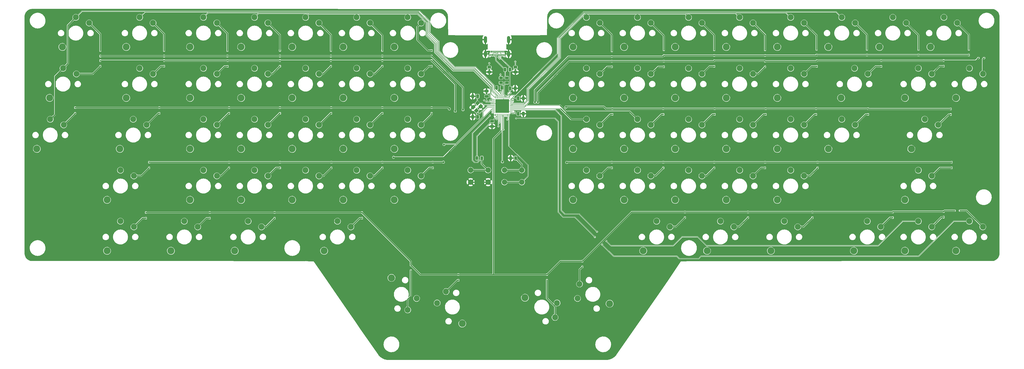
<source format=gbr>
%TF.GenerationSoftware,KiCad,Pcbnew,(6.0.10)*%
%TF.CreationDate,2023-02-07T21:59:56+13:00*%
%TF.ProjectId,orthoCode,6f727468-6f43-46f6-9465-2e6b69636164,rev?*%
%TF.SameCoordinates,Original*%
%TF.FileFunction,Copper,L1,Top*%
%TF.FilePolarity,Positive*%
%FSLAX46Y46*%
G04 Gerber Fmt 4.6, Leading zero omitted, Abs format (unit mm)*
G04 Created by KiCad (PCBNEW (6.0.10)) date 2023-02-07 21:59:56*
%MOMM*%
%LPD*%
G01*
G04 APERTURE LIST*
G04 Aperture macros list*
%AMRoundRect*
0 Rectangle with rounded corners*
0 $1 Rounding radius*
0 $2 $3 $4 $5 $6 $7 $8 $9 X,Y pos of 4 corners*
0 Add a 4 corners polygon primitive as box body*
4,1,4,$2,$3,$4,$5,$6,$7,$8,$9,$2,$3,0*
0 Add four circle primitives for the rounded corners*
1,1,$1+$1,$2,$3*
1,1,$1+$1,$4,$5*
1,1,$1+$1,$6,$7*
1,1,$1+$1,$8,$9*
0 Add four rect primitives between the rounded corners*
20,1,$1+$1,$2,$3,$4,$5,0*
20,1,$1+$1,$4,$5,$6,$7,0*
20,1,$1+$1,$6,$7,$8,$9,0*
20,1,$1+$1,$8,$9,$2,$3,0*%
%AMRotRect*
0 Rectangle, with rotation*
0 The origin of the aperture is its center*
0 $1 length*
0 $2 width*
0 $3 Rotation angle, in degrees counterclockwise*
0 Add horizontal line*
21,1,$1,$2,0,0,$3*%
G04 Aperture macros list end*
%TA.AperFunction,SMDPad,CuDef*%
%ADD10RotRect,1.400000X1.200000X45.000000*%
%TD*%
%TA.AperFunction,ComponentPad*%
%ADD11C,2.000000*%
%TD*%
%TA.AperFunction,SMDPad,CuDef*%
%ADD12RoundRect,0.250000X0.250000X0.475000X-0.250000X0.475000X-0.250000X-0.475000X0.250000X-0.475000X0*%
%TD*%
%TA.AperFunction,SMDPad,CuDef*%
%ADD13R,0.450000X0.600000*%
%TD*%
%TA.AperFunction,SMDPad,CuDef*%
%ADD14R,0.600000X0.450000*%
%TD*%
%TA.AperFunction,ComponentPad*%
%ADD15C,2.200000*%
%TD*%
%TA.AperFunction,ComponentPad*%
%ADD16C,2.600000*%
%TD*%
%TA.AperFunction,SMDPad,CuDef*%
%ADD17RoundRect,0.250000X-0.250000X-0.475000X0.250000X-0.475000X0.250000X0.475000X-0.250000X0.475000X0*%
%TD*%
%TA.AperFunction,SMDPad,CuDef*%
%ADD18RoundRect,0.250000X0.450000X-0.262500X0.450000X0.262500X-0.450000X0.262500X-0.450000X-0.262500X0*%
%TD*%
%TA.AperFunction,SMDPad,CuDef*%
%ADD19RoundRect,0.250000X0.262500X0.450000X-0.262500X0.450000X-0.262500X-0.450000X0.262500X-0.450000X0*%
%TD*%
%TA.AperFunction,SMDPad,CuDef*%
%ADD20RoundRect,0.250000X-0.262500X-0.450000X0.262500X-0.450000X0.262500X0.450000X-0.262500X0.450000X0*%
%TD*%
%TA.AperFunction,SMDPad,CuDef*%
%ADD21R,0.300000X0.700000*%
%TD*%
%TA.AperFunction,SMDPad,CuDef*%
%ADD22R,1.000000X0.700000*%
%TD*%
%TA.AperFunction,ComponentPad*%
%ADD23O,1.200000X2.200000*%
%TD*%
%TA.AperFunction,ComponentPad*%
%ADD24O,1.200000X2.700000*%
%TD*%
%TA.AperFunction,ComponentPad*%
%ADD25O,1.200000X2.600000*%
%TD*%
%TA.AperFunction,SMDPad,CuDef*%
%ADD26RoundRect,0.250000X0.475000X-0.250000X0.475000X0.250000X-0.475000X0.250000X-0.475000X-0.250000X0*%
%TD*%
%TA.AperFunction,SMDPad,CuDef*%
%ADD27R,5.200000X5.200000*%
%TD*%
%TA.AperFunction,SMDPad,CuDef*%
%ADD28RoundRect,0.062500X-0.475000X0.062500X-0.475000X-0.062500X0.475000X-0.062500X0.475000X0.062500X0*%
%TD*%
%TA.AperFunction,SMDPad,CuDef*%
%ADD29RoundRect,0.062500X-0.062500X0.475000X-0.062500X-0.475000X0.062500X-0.475000X0.062500X0.475000X0*%
%TD*%
%TA.AperFunction,SMDPad,CuDef*%
%ADD30RoundRect,0.250000X-0.475000X0.250000X-0.475000X-0.250000X0.475000X-0.250000X0.475000X0.250000X0*%
%TD*%
%TA.AperFunction,ViaPad*%
%ADD31C,0.800000*%
%TD*%
%TA.AperFunction,ViaPad*%
%ADD32C,0.400000*%
%TD*%
%TA.AperFunction,Conductor*%
%ADD33C,0.127000*%
%TD*%
%TA.AperFunction,Conductor*%
%ADD34C,0.400000*%
%TD*%
%TA.AperFunction,Conductor*%
%ADD35C,0.130000*%
%TD*%
G04 APERTURE END LIST*
D10*
%TO.P,X1,1,1*%
%TO.N,Net-(C1-Pad1)*%
X194723223Y-95578858D03*
%TO.P,X1,2,2*%
%TO.N,USBGND*%
X196278858Y-94023223D03*
%TO.P,X1,3,3*%
%TO.N,Net-(C2-Pad1)*%
X195076777Y-92821142D03*
%TO.P,X1,4,4*%
%TO.N,USBGND*%
X193521142Y-94376777D03*
%TD*%
D11*
%TO.P,BOOT1,1,1*%
%TO.N,Net-(BOOT1-Pad1)*%
X211650000Y-117900000D03*
X205150000Y-117900000D03*
%TO.P,BOOT1,2,2*%
%TO.N,boot*%
X205150000Y-122400000D03*
X211650000Y-122400000D03*
%TD*%
D12*
%TO.P,C1,1*%
%TO.N,Net-(C1-Pad1)*%
X195200000Y-98000000D03*
%TO.P,C1,2*%
%TO.N,USBGND*%
X193300000Y-98000000D03*
%TD*%
%TO.P,C2,1*%
%TO.N,Net-(C2-Pad1)*%
X195200000Y-90250000D03*
%TO.P,C2,2*%
%TO.N,USBGND*%
X193300000Y-90250000D03*
%TD*%
D13*
%TO.P,D1:8,1*%
%TO.N,Row1*%
X234200000Y-151950000D03*
%TO.P,D1:8,2*%
%TO.N,Net-(D1:8-Pad2)*%
X234200000Y-154050000D03*
%TD*%
%TO.P,D1:1,1*%
%TO.N,Row1*%
X71400000Y-133750000D03*
%TO.P,D1:1,2*%
%TO.N,Net-(D1:1-Pad2)*%
X71400000Y-135850000D03*
%TD*%
%TO.P,D1:2,1*%
%TO.N,Row1*%
X95200000Y-133750000D03*
%TO.P,D1:2,2*%
%TO.N,Net-(D1:2-Pad2)*%
X95200000Y-135850000D03*
%TD*%
%TO.P,D1:3,1*%
%TO.N,Row1*%
X119400000Y-133750000D03*
%TO.P,D1:3,2*%
%TO.N,Net-(D1:3-Pad2)*%
X119400000Y-135850000D03*
%TD*%
%TO.P,D1:4,1*%
%TO.N,Row1*%
X152000000Y-133750000D03*
%TO.P,D1:4,2*%
%TO.N,Net-(D1:4-Pad2)*%
X152000000Y-135850000D03*
%TD*%
%TO.P,D1:5,1*%
%TO.N,Row1*%
X170200000Y-153350000D03*
%TO.P,D1:5,2*%
%TO.N,Net-(D1:5-Pad2)*%
X170200000Y-155450000D03*
%TD*%
%TO.P,D1:6,1*%
%TO.N,Row1*%
X187960000Y-156950000D03*
%TO.P,D1:6,2*%
%TO.N,Net-(D1:6-Pad2)*%
X187960000Y-159050000D03*
%TD*%
%TO.P,D1:7,1*%
%TO.N,Row1*%
X221000000Y-156950000D03*
%TO.P,D1:7,2*%
%TO.N,Net-(D1:7-Pad2)*%
X221000000Y-159050000D03*
%TD*%
%TO.P,D1:9,1*%
%TO.N,Row1*%
X272500000Y-133570000D03*
%TO.P,D1:9,2*%
%TO.N,Net-(D1:9-Pad2)*%
X272500000Y-135670000D03*
%TD*%
%TO.P,D1:10,1*%
%TO.N,Row1*%
X296000000Y-133570000D03*
%TO.P,D1:10,2*%
%TO.N,Net-(D1:10-Pad2)*%
X296000000Y-135670000D03*
%TD*%
%TO.P,D1:11,1*%
%TO.N,Row1*%
X320040000Y-133570000D03*
%TO.P,D1:11,2*%
%TO.N,Net-(D1:11-Pad2)*%
X320040000Y-135670000D03*
%TD*%
%TO.P,D1:12,1*%
%TO.N,Row1*%
X350000000Y-133550000D03*
%TO.P,D1:12,2*%
%TO.N,Net-(D1:12-Pad2)*%
X350000000Y-135650000D03*
%TD*%
%TO.P,D1:13,1*%
%TO.N,Row1*%
X369000000Y-133350000D03*
%TO.P,D1:13,2*%
%TO.N,Net-(D1:13-Pad2)*%
X369000000Y-135450000D03*
%TD*%
D14*
%TO.P,D1:14,1*%
%TO.N,Row1*%
X373050000Y-133050000D03*
%TO.P,D1:14,2*%
%TO.N,Net-(D1:14-Pad2)*%
X375150000Y-133050000D03*
%TD*%
D13*
%TO.P,D2:1,1*%
%TO.N,Row2*%
X72600000Y-114950000D03*
%TO.P,D2:1,2*%
%TO.N,Net-(D2:1-Pad2)*%
X72600000Y-117050000D03*
%TD*%
%TO.P,D2:2,1*%
%TO.N,Row2*%
X102400000Y-114950000D03*
%TO.P,D2:2,2*%
%TO.N,Net-(D2:2-Pad2)*%
X102400000Y-117050000D03*
%TD*%
%TO.P,D2:3,1*%
%TO.N,Row2*%
X121400000Y-114950000D03*
%TO.P,D2:3,2*%
%TO.N,Net-(D2:3-Pad2)*%
X121400000Y-117050000D03*
%TD*%
%TO.P,D2:4,1*%
%TO.N,Row2*%
X140600000Y-114950000D03*
%TO.P,D2:4,2*%
%TO.N,Net-(D2:4-Pad2)*%
X140600000Y-117050000D03*
%TD*%
%TO.P,D2:5,1*%
%TO.N,Row2*%
X159600000Y-114950000D03*
%TO.P,D2:5,2*%
%TO.N,Net-(D2:5-Pad2)*%
X159600000Y-117050000D03*
%TD*%
%TO.P,D2:6,1*%
%TO.N,Row2*%
X178400000Y-114950000D03*
%TO.P,D2:6,2*%
%TO.N,Net-(D2:6-Pad2)*%
X178400000Y-117050000D03*
%TD*%
%TO.P,D2:7,1*%
%TO.N,Row2*%
X245200000Y-114950000D03*
%TO.P,D2:7,2*%
%TO.N,Net-(D2:7-Pad2)*%
X245200000Y-117050000D03*
%TD*%
%TO.P,D2:8,1*%
%TO.N,Row2*%
X264400000Y-114950000D03*
%TO.P,D2:8,2*%
%TO.N,Net-(D2:8-Pad2)*%
X264400000Y-117050000D03*
%TD*%
%TO.P,D2:9,1*%
%TO.N,Row2*%
X283400000Y-114950000D03*
%TO.P,D2:9,2*%
%TO.N,Net-(D2:9-Pad2)*%
X283400000Y-117050000D03*
%TD*%
%TO.P,D2:10,1*%
%TO.N,Row2*%
X302400000Y-114950000D03*
%TO.P,D2:10,2*%
%TO.N,Net-(D2:10-Pad2)*%
X302400000Y-117050000D03*
%TD*%
%TO.P,D2:11,1*%
%TO.N,Row2*%
X321980000Y-114950000D03*
%TO.P,D2:11,2*%
%TO.N,Net-(D2:11-Pad2)*%
X321980000Y-117050000D03*
%TD*%
%TO.P,D2:13,1*%
%TO.N,Row2*%
X372000000Y-114950000D03*
%TO.P,D2:13,2*%
%TO.N,Net-(D2:13-Pad2)*%
X372000000Y-117050000D03*
%TD*%
%TO.P,D3:0,1*%
%TO.N,Row3*%
X45000000Y-94550000D03*
%TO.P,D3:0,2*%
%TO.N,Net-(D3:0-Pad2)*%
X45000000Y-96650000D03*
%TD*%
%TO.P,D3:1,1*%
%TO.N,Row3*%
X76400000Y-94550000D03*
%TO.P,D3:1,2*%
%TO.N,Net-(D3:1-Pad2)*%
X76400000Y-96650000D03*
%TD*%
%TO.P,D3:2,1*%
%TO.N,Row3*%
X102420000Y-94550000D03*
%TO.P,D3:2,2*%
%TO.N,Net-(D3:2-Pad2)*%
X102420000Y-96650000D03*
%TD*%
%TO.P,D3:3,1*%
%TO.N,Row3*%
X121400000Y-94550000D03*
%TO.P,D3:3,2*%
%TO.N,Net-(D3:3-Pad2)*%
X121400000Y-96650000D03*
%TD*%
%TO.P,D3:4,1*%
%TO.N,Row3*%
X140520000Y-94550000D03*
%TO.P,D3:4,2*%
%TO.N,Net-(D3:4-Pad2)*%
X140520000Y-96650000D03*
%TD*%
%TO.P,D3:5,1*%
%TO.N,Row3*%
X159600000Y-94550000D03*
%TO.P,D3:5,2*%
%TO.N,Net-(D3:5-Pad2)*%
X159600000Y-96650000D03*
%TD*%
%TO.P,D3:6,1*%
%TO.N,Row3*%
X178000000Y-94550000D03*
%TO.P,D3:6,2*%
%TO.N,Net-(D3:6-Pad2)*%
X178000000Y-96650000D03*
%TD*%
%TO.P,D3:7,1*%
%TO.N,Row3*%
X245400000Y-94950000D03*
%TO.P,D3:7,2*%
%TO.N,Net-(D3:7-Pad2)*%
X245400000Y-97050000D03*
%TD*%
%TO.P,D3:8,1*%
%TO.N,Row3*%
X264400000Y-94950000D03*
%TO.P,D3:8,2*%
%TO.N,Net-(D3:8-Pad2)*%
X264400000Y-97050000D03*
%TD*%
%TO.P,D3:9,1*%
%TO.N,Row3*%
X283600000Y-94950000D03*
%TO.P,D3:9,2*%
%TO.N,Net-(D3:9-Pad2)*%
X283600000Y-97050000D03*
%TD*%
%TO.P,D3:10,1*%
%TO.N,Row3*%
X302600000Y-94950000D03*
%TO.P,D3:10,2*%
%TO.N,Net-(D3:10-Pad2)*%
X302600000Y-97050000D03*
%TD*%
%TO.P,D3:11,1*%
%TO.N,Row3*%
X321400000Y-94950000D03*
%TO.P,D3:11,2*%
%TO.N,Net-(D3:11-Pad2)*%
X321400000Y-97050000D03*
%TD*%
%TO.P,D3:12,1*%
%TO.N,Row3*%
X340800000Y-94950000D03*
%TO.P,D3:12,2*%
%TO.N,Net-(D3:12-Pad2)*%
X340800000Y-97050000D03*
%TD*%
%TO.P,D3:13,1*%
%TO.N,Row3*%
X371660000Y-95000000D03*
%TO.P,D3:13,2*%
%TO.N,Net-(D3:13-Pad2)*%
X371660000Y-97100000D03*
%TD*%
%TO.P,D4:0,1*%
%TO.N,Row4*%
X54400000Y-76950000D03*
%TO.P,D4:0,2*%
%TO.N,Net-(D4:0-Pad2)*%
X54400000Y-79050000D03*
%TD*%
%TO.P,D4:1,1*%
%TO.N,Row4*%
X78200000Y-76950000D03*
%TO.P,D4:1,2*%
%TO.N,Net-(D4:1-Pad2)*%
X78200000Y-79050000D03*
%TD*%
%TO.P,D4:2,1*%
%TO.N,Row4*%
X101850000Y-77015000D03*
%TO.P,D4:2,2*%
%TO.N,Net-(D4:2-Pad2)*%
X101850000Y-79115000D03*
%TD*%
%TO.P,D4:3,1*%
%TO.N,Row4*%
X121400000Y-76950000D03*
%TO.P,D4:3,2*%
%TO.N,Net-(D4:3-Pad2)*%
X121400000Y-79050000D03*
%TD*%
%TO.P,D4:4,1*%
%TO.N,Row4*%
X140400000Y-76950000D03*
%TO.P,D4:4,2*%
%TO.N,Net-(D4:4-Pad2)*%
X140400000Y-79050000D03*
%TD*%
%TO.P,D4:5,1*%
%TO.N,Row4*%
X159600000Y-76950000D03*
%TO.P,D4:5,2*%
%TO.N,Net-(D4:5-Pad2)*%
X159600000Y-79050000D03*
%TD*%
%TO.P,D4:6,1*%
%TO.N,Row4*%
X178000000Y-76950000D03*
%TO.P,D4:6,2*%
%TO.N,Net-(D4:6-Pad2)*%
X178000000Y-79050000D03*
%TD*%
%TO.P,D4:7,1*%
%TO.N,Row4*%
X245200000Y-77150000D03*
%TO.P,D4:7,2*%
%TO.N,Net-(D4:7-Pad2)*%
X245200000Y-79250000D03*
%TD*%
%TO.P,D4:8,1*%
%TO.N,Row4*%
X264600000Y-77150000D03*
%TO.P,D4:8,2*%
%TO.N,Net-(D4:8-Pad2)*%
X264600000Y-79250000D03*
%TD*%
%TO.P,D4:9,1*%
%TO.N,Row4*%
X283400000Y-77015000D03*
%TO.P,D4:9,2*%
%TO.N,Net-(D4:9-Pad2)*%
X283400000Y-79115000D03*
%TD*%
%TO.P,D4:10,1*%
%TO.N,Row4*%
X302400000Y-77150000D03*
%TO.P,D4:10,2*%
%TO.N,Net-(D4:10-Pad2)*%
X302400000Y-79250000D03*
%TD*%
%TO.P,D4:11,1*%
%TO.N,Row4*%
X321700000Y-77015000D03*
%TO.P,D4:11,2*%
%TO.N,Net-(D4:11-Pad2)*%
X321700000Y-79115000D03*
%TD*%
%TO.P,D4:12,1*%
%TO.N,Row4*%
X345700000Y-77015000D03*
%TO.P,D4:12,2*%
%TO.N,Net-(D4:12-Pad2)*%
X345700000Y-79115000D03*
%TD*%
%TO.P,D4:13,1*%
%TO.N,Row4*%
X369000000Y-76950000D03*
%TO.P,D4:13,2*%
%TO.N,Net-(D4:13-Pad2)*%
X369000000Y-79050000D03*
%TD*%
D14*
%TO.P,D4:14,1*%
%TO.N,Row4*%
X381950000Y-76000000D03*
%TO.P,D4:14,2*%
%TO.N,Net-(D4:14-Pad2)*%
X384050000Y-76000000D03*
%TD*%
D13*
%TO.P,D5:0,1*%
%TO.N,Row5*%
X54400000Y-75250000D03*
%TO.P,D5:0,2*%
%TO.N,Net-(D5:0-Pad2)*%
X54400000Y-73150000D03*
%TD*%
%TO.P,D5:1,1*%
%TO.N,Row5*%
X78200000Y-75250000D03*
%TO.P,D5:1,2*%
%TO.N,Net-(D5:1-Pad2)*%
X78200000Y-73150000D03*
%TD*%
%TO.P,D5:2,1*%
%TO.N,Row5*%
X101800000Y-75250000D03*
%TO.P,D5:2,2*%
%TO.N,Net-(D5:2-Pad2)*%
X101800000Y-73150000D03*
%TD*%
%TO.P,D5:3,1*%
%TO.N,Row5*%
X121400000Y-75250000D03*
%TO.P,D5:3,2*%
%TO.N,Net-(D5:3-Pad2)*%
X121400000Y-73150000D03*
%TD*%
%TO.P,D5:4,1*%
%TO.N,Row5*%
X140400000Y-75250000D03*
%TO.P,D5:4,2*%
%TO.N,Net-(D5:4-Pad2)*%
X140400000Y-73150000D03*
%TD*%
%TO.P,D5:5,1*%
%TO.N,Row5*%
X159600000Y-75250000D03*
%TO.P,D5:5,2*%
%TO.N,Net-(D5:5-Pad2)*%
X159600000Y-73150000D03*
%TD*%
%TO.P,D5:6,1*%
%TO.N,Row5*%
X178000000Y-75250000D03*
%TO.P,D5:6,2*%
%TO.N,Net-(D5:6-Pad2)*%
X178000000Y-73150000D03*
%TD*%
%TO.P,D5:7,1*%
%TO.N,Row5*%
X245200000Y-75450000D03*
%TO.P,D5:7,2*%
%TO.N,Net-(D5:7-Pad2)*%
X245200000Y-73350000D03*
%TD*%
%TO.P,D5:8,1*%
%TO.N,Row5*%
X264600000Y-75050000D03*
%TO.P,D5:8,2*%
%TO.N,Net-(D5:8-Pad2)*%
X264600000Y-72950000D03*
%TD*%
%TO.P,D5:9,1*%
%TO.N,Row5*%
X283400000Y-75050000D03*
%TO.P,D5:9,2*%
%TO.N,Net-(D5:9-Pad2)*%
X283400000Y-72950000D03*
%TD*%
%TO.P,D5:10,1*%
%TO.N,Row5*%
X302400000Y-75050000D03*
%TO.P,D5:10,2*%
%TO.N,Net-(D5:10-Pad2)*%
X302400000Y-72950000D03*
%TD*%
%TO.P,D5:11,1*%
%TO.N,Row5*%
X321600000Y-74850000D03*
%TO.P,D5:11,2*%
%TO.N,Net-(D5:11-Pad2)*%
X321600000Y-72750000D03*
%TD*%
%TO.P,D5:12,1*%
%TO.N,Row5*%
X340400000Y-74850000D03*
%TO.P,D5:12,2*%
%TO.N,Net-(D5:12-Pad2)*%
X340400000Y-72750000D03*
%TD*%
%TO.P,D5:13,1*%
%TO.N,Row5*%
X359600000Y-74850000D03*
%TO.P,D5:13,2*%
%TO.N,Net-(D5:13-Pad2)*%
X359600000Y-72750000D03*
%TD*%
%TO.P,D5:14,1*%
%TO.N,Row5*%
X378400000Y-74850000D03*
%TO.P,D5:14,2*%
%TO.N,Net-(D5:14-Pad2)*%
X378400000Y-72750000D03*
%TD*%
D15*
%TO.P,K1:8,2*%
%TO.N,Net-(D1:8-Pad2)*%
X233160387Y-160460133D03*
%TO.P,K1:8,1*%
%TO.N,Col8*%
X232426038Y-165833282D03*
D16*
%TO.P,K1:8,*%
%TO.N,*%
X244393613Y-167802961D03*
%TD*%
D15*
%TO.P,K1:1,2*%
%TO.N,Net-(D1:1-Pad2)*%
X66912500Y-139075000D03*
%TO.P,K1:1,1*%
%TO.N,Col1*%
X61912500Y-136975000D03*
D16*
%TO.P,K1:1,*%
%TO.N,*%
X56912500Y-148025000D03*
%TD*%
D15*
%TO.P,K1:2,2*%
%TO.N,Net-(D1:2-Pad2)*%
X90725000Y-139075000D03*
%TO.P,K1:2,1*%
%TO.N,Col2*%
X85725000Y-136975000D03*
D16*
%TO.P,K1:2,*%
%TO.N,*%
X80725000Y-148025000D03*
%TD*%
D15*
%TO.P,K1:3,2*%
%TO.N,Net-(D1:3-Pad2)*%
X114537500Y-139075000D03*
%TO.P,K1:3,1*%
%TO.N,Col3*%
X109537500Y-136975000D03*
D16*
%TO.P,K1:3,*%
%TO.N,*%
X104537500Y-148025000D03*
%TD*%
D15*
%TO.P,K1:4,2*%
%TO.N,Net-(D1:4-Pad2)*%
X147875000Y-139075000D03*
%TO.P,K1:4,1*%
%TO.N,Col4*%
X142875000Y-136975000D03*
D16*
%TO.P,K1:4,*%
%TO.N,*%
X137875000Y-148025000D03*
%TD*%
D15*
%TO.P,K1:5,2*%
%TO.N,Net-(D1:5-Pad2)*%
X169063923Y-170119392D03*
%TO.P,K1:5,1*%
%TO.N,Col5*%
X172386462Y-165833282D03*
D16*
%TO.P,K1:5,*%
%TO.N,*%
X163007077Y-158143703D03*
%TD*%
D15*
%TO.P,K1:6,2*%
%TO.N,Net-(D1:6-Pad2)*%
X183361077Y-163255608D03*
%TO.P,K1:6,1*%
%TO.N,Col6*%
X180038538Y-167541718D03*
D16*
%TO.P,K1:6,*%
%TO.N,*%
X189417923Y-175231297D03*
%TD*%
D15*
%TO.P,K1:7,2*%
%TO.N,Net-(D1:7-Pad2)*%
X224039613Y-172914867D03*
%TO.P,K1:7,1*%
%TO.N,Col7*%
X224773962Y-167541718D03*
D16*
%TO.P,K1:7,*%
%TO.N,*%
X212806387Y-165572039D03*
%TD*%
D15*
%TO.P,K1:9,2*%
%TO.N,Net-(D1:9-Pad2)*%
X266937500Y-139075000D03*
%TO.P,K1:9,1*%
%TO.N,Col9*%
X261937500Y-136975000D03*
D16*
%TO.P,K1:9,*%
%TO.N,*%
X256937500Y-148025000D03*
%TD*%
D15*
%TO.P,K1:10,2*%
%TO.N,Net-(D1:10-Pad2)*%
X290750000Y-139075000D03*
%TO.P,K1:10,1*%
%TO.N,Col10*%
X285750000Y-136975000D03*
D16*
%TO.P,K1:10,*%
%TO.N,*%
X280750000Y-148025000D03*
%TD*%
D15*
%TO.P,K1:11,2*%
%TO.N,Net-(D1:11-Pad2)*%
X314562500Y-139075000D03*
%TO.P,K1:11,1*%
%TO.N,Col11*%
X309562500Y-136975000D03*
D16*
%TO.P,K1:11,*%
%TO.N,*%
X304562500Y-148025000D03*
%TD*%
D15*
%TO.P,K1:12,2*%
%TO.N,Net-(D1:12-Pad2)*%
X345518750Y-139075000D03*
%TO.P,K1:12,1*%
%TO.N,Col12*%
X340518750Y-136975000D03*
D16*
%TO.P,K1:12,*%
%TO.N,*%
X335518750Y-148025000D03*
%TD*%
D15*
%TO.P,K1:13,2*%
%TO.N,Net-(D1:13-Pad2)*%
X364568750Y-139075000D03*
%TO.P,K1:13,1*%
%TO.N,Col13*%
X359568750Y-136975000D03*
D16*
%TO.P,K1:13,*%
%TO.N,*%
X354568750Y-148025000D03*
%TD*%
D15*
%TO.P,K1:14,2*%
%TO.N,Net-(D1:14-Pad2)*%
X383618750Y-139075000D03*
%TO.P,K1:14,1*%
%TO.N,Col14*%
X378618750Y-136975000D03*
D16*
%TO.P,K1:14,*%
%TO.N,*%
X373618750Y-148025000D03*
%TD*%
D15*
%TO.P,K2:2,2*%
%TO.N,Net-(D2:2-Pad2)*%
X97868750Y-120025000D03*
%TO.P,K2:2,1*%
%TO.N,Col2*%
X92868750Y-117925000D03*
D16*
%TO.P,K2:2,*%
%TO.N,*%
X87868750Y-128975000D03*
%TD*%
D15*
%TO.P,K2:3,2*%
%TO.N,Net-(D2:3-Pad2)*%
X116918750Y-120025000D03*
%TO.P,K2:3,1*%
%TO.N,Col3*%
X111918750Y-117925000D03*
D16*
%TO.P,K2:3,*%
%TO.N,*%
X106918750Y-128975000D03*
%TD*%
D15*
%TO.P,K2:4,2*%
%TO.N,Net-(D2:4-Pad2)*%
X135968750Y-120025000D03*
%TO.P,K2:4,1*%
%TO.N,Col4*%
X130968750Y-117925000D03*
D16*
%TO.P,K2:4,*%
%TO.N,*%
X125968750Y-128975000D03*
%TD*%
D15*
%TO.P,K2:5,2*%
%TO.N,Net-(D2:5-Pad2)*%
X155018750Y-120025000D03*
%TO.P,K2:5,1*%
%TO.N,Col5*%
X150018750Y-117925000D03*
D16*
%TO.P,K2:5,*%
%TO.N,*%
X145018750Y-128975000D03*
%TD*%
D15*
%TO.P,K2:6,2*%
%TO.N,Net-(D2:6-Pad2)*%
X174068750Y-120025000D03*
%TO.P,K2:6,1*%
%TO.N,Col6*%
X169068750Y-117925000D03*
D16*
%TO.P,K2:6,*%
%TO.N,*%
X164068750Y-128975000D03*
%TD*%
D15*
%TO.P,K2:7,2*%
%TO.N,Net-(D2:7-Pad2)*%
X240743750Y-120025000D03*
%TO.P,K2:7,1*%
%TO.N,Col7*%
X235743750Y-117925000D03*
D16*
%TO.P,K2:7,*%
%TO.N,*%
X230743750Y-128975000D03*
%TD*%
D15*
%TO.P,K2:8,2*%
%TO.N,Net-(D2:8-Pad2)*%
X259793750Y-120025000D03*
%TO.P,K2:8,1*%
%TO.N,Col8*%
X254793750Y-117925000D03*
D16*
%TO.P,K2:8,*%
%TO.N,*%
X249793750Y-128975000D03*
%TD*%
D15*
%TO.P,K2:9,2*%
%TO.N,Net-(D2:9-Pad2)*%
X278843750Y-120025000D03*
%TO.P,K2:9,1*%
%TO.N,Col9*%
X273843750Y-117925000D03*
D16*
%TO.P,K2:9,*%
%TO.N,*%
X268843750Y-128975000D03*
%TD*%
D15*
%TO.P,K2:10,2*%
%TO.N,Net-(D2:10-Pad2)*%
X297893750Y-120025000D03*
%TO.P,K2:10,1*%
%TO.N,Col10*%
X292893750Y-117925000D03*
D16*
%TO.P,K2:10,*%
%TO.N,*%
X287893750Y-128975000D03*
%TD*%
D15*
%TO.P,K2:11,2*%
%TO.N,Net-(D2:11-Pad2)*%
X316943750Y-120025000D03*
%TO.P,K2:11,1*%
%TO.N,Col11*%
X311943750Y-117925000D03*
D16*
%TO.P,K2:11,*%
%TO.N,*%
X306943750Y-128975000D03*
%TD*%
D15*
%TO.P,K2:13,2*%
%TO.N,Net-(D2:13-Pad2)*%
X364568750Y-120025000D03*
%TO.P,K2:13,1*%
%TO.N,Col13*%
X359568750Y-117925000D03*
D16*
%TO.P,K2:13,*%
%TO.N,*%
X354568750Y-128975000D03*
%TD*%
D15*
%TO.P,K3:0,2*%
%TO.N,Net-(D3:0-Pad2)*%
X40718750Y-100975000D03*
%TO.P,K3:0,1*%
%TO.N,Col0*%
X35718750Y-98875000D03*
D16*
%TO.P,K3:0,*%
%TO.N,*%
X30718750Y-109925000D03*
%TD*%
D15*
%TO.P,K3:1,2*%
%TO.N,Net-(D3:1-Pad2)*%
X71675000Y-100975000D03*
%TO.P,K3:1,1*%
%TO.N,Col1*%
X66675000Y-98875000D03*
D16*
%TO.P,K3:1,*%
%TO.N,*%
X61675000Y-109925000D03*
%TD*%
D15*
%TO.P,K3:2,2*%
%TO.N,Net-(D3:2-Pad2)*%
X97868750Y-100975000D03*
%TO.P,K3:2,1*%
%TO.N,Col2*%
X92868750Y-98875000D03*
D16*
%TO.P,K3:2,*%
%TO.N,*%
X87868750Y-109925000D03*
%TD*%
D15*
%TO.P,K3:3,2*%
%TO.N,Net-(D3:3-Pad2)*%
X116918750Y-100975000D03*
%TO.P,K3:3,1*%
%TO.N,Col3*%
X111918750Y-98875000D03*
D16*
%TO.P,K3:3,*%
%TO.N,*%
X106918750Y-109925000D03*
%TD*%
D15*
%TO.P,K3:4,2*%
%TO.N,Net-(D3:4-Pad2)*%
X135968750Y-100975000D03*
%TO.P,K3:4,1*%
%TO.N,Col4*%
X130968750Y-98875000D03*
D16*
%TO.P,K3:4,*%
%TO.N,*%
X125968750Y-109925000D03*
%TD*%
D15*
%TO.P,K3:5,2*%
%TO.N,Net-(D3:5-Pad2)*%
X155018750Y-100975000D03*
%TO.P,K3:5,1*%
%TO.N,Col5*%
X150018750Y-98875000D03*
D16*
%TO.P,K3:5,*%
%TO.N,*%
X145018750Y-109925000D03*
%TD*%
D15*
%TO.P,K3:6,2*%
%TO.N,Net-(D3:6-Pad2)*%
X174068750Y-100975000D03*
%TO.P,K3:6,1*%
%TO.N,Col6*%
X169068750Y-98875000D03*
D16*
%TO.P,K3:6,*%
%TO.N,*%
X164068750Y-109925000D03*
%TD*%
D15*
%TO.P,K3:7,2*%
%TO.N,Net-(D3:7-Pad2)*%
X240743750Y-100975000D03*
%TO.P,K3:7,1*%
%TO.N,Col7*%
X235743750Y-98875000D03*
D16*
%TO.P,K3:7,*%
%TO.N,*%
X230743750Y-109925000D03*
%TD*%
D15*
%TO.P,K3:8,2*%
%TO.N,Net-(D3:8-Pad2)*%
X259793750Y-100975000D03*
%TO.P,K3:8,1*%
%TO.N,Col8*%
X254793750Y-98875000D03*
D16*
%TO.P,K3:8,*%
%TO.N,*%
X249793750Y-109925000D03*
%TD*%
D15*
%TO.P,K3:9,2*%
%TO.N,Net-(D3:9-Pad2)*%
X278843750Y-100975000D03*
%TO.P,K3:9,1*%
%TO.N,Col9*%
X273843750Y-98875000D03*
D16*
%TO.P,K3:9,*%
%TO.N,*%
X268843750Y-109925000D03*
%TD*%
D15*
%TO.P,K3:10,2*%
%TO.N,Net-(D3:10-Pad2)*%
X297893750Y-100975000D03*
%TO.P,K3:10,1*%
%TO.N,Col10*%
X292893750Y-98875000D03*
D16*
%TO.P,K3:10,*%
%TO.N,*%
X287893750Y-109925000D03*
%TD*%
D15*
%TO.P,K3:11,2*%
%TO.N,Net-(D3:11-Pad2)*%
X316943750Y-100975000D03*
%TO.P,K3:11,1*%
%TO.N,Col11*%
X311943750Y-98875000D03*
D16*
%TO.P,K3:11,*%
%TO.N,*%
X306943750Y-109925000D03*
%TD*%
D15*
%TO.P,K3:12,2*%
%TO.N,Net-(D3:12-Pad2)*%
X335993750Y-100975000D03*
%TO.P,K3:12,1*%
%TO.N,Col12*%
X330993750Y-98875000D03*
D16*
%TO.P,K3:12,*%
%TO.N,*%
X325993750Y-109925000D03*
%TD*%
D15*
%TO.P,K3:13,2*%
%TO.N,Net-(D3:13-Pad2)*%
X366950000Y-100975000D03*
%TO.P,K3:13,1*%
%TO.N,Col13*%
X361950000Y-98875000D03*
D16*
%TO.P,K3:13,*%
%TO.N,*%
X356950000Y-109925000D03*
%TD*%
D15*
%TO.P,K4:0,2*%
%TO.N,Net-(D4:0-Pad2)*%
X45481250Y-81925000D03*
%TO.P,K4:0,1*%
%TO.N,Col0*%
X40481250Y-79825000D03*
D16*
%TO.P,K4:0,*%
%TO.N,*%
X35481250Y-90875000D03*
%TD*%
D15*
%TO.P,K4:1,2*%
%TO.N,Net-(D4:1-Pad2)*%
X74056250Y-81925000D03*
%TO.P,K4:1,1*%
%TO.N,Col1*%
X69056250Y-79825000D03*
D16*
%TO.P,K4:1,*%
%TO.N,*%
X64056250Y-90875000D03*
%TD*%
D15*
%TO.P,K4:2,2*%
%TO.N,Net-(D4:2-Pad2)*%
X97868750Y-81925000D03*
%TO.P,K4:2,1*%
%TO.N,Col2*%
X92868750Y-79825000D03*
D16*
%TO.P,K4:2,*%
%TO.N,*%
X87868750Y-90875000D03*
%TD*%
D15*
%TO.P,K4:3,2*%
%TO.N,Net-(D4:3-Pad2)*%
X116918750Y-81925000D03*
%TO.P,K4:3,1*%
%TO.N,Col3*%
X111918750Y-79825000D03*
D16*
%TO.P,K4:3,*%
%TO.N,*%
X106918750Y-90875000D03*
%TD*%
D15*
%TO.P,K4:4,2*%
%TO.N,Net-(D4:4-Pad2)*%
X135968750Y-81925000D03*
%TO.P,K4:4,1*%
%TO.N,Col4*%
X130968750Y-79825000D03*
D16*
%TO.P,K4:4,*%
%TO.N,*%
X125968750Y-90875000D03*
%TD*%
D15*
%TO.P,K4:5,2*%
%TO.N,Net-(D4:5-Pad2)*%
X155018750Y-81925000D03*
%TO.P,K4:5,1*%
%TO.N,Col5*%
X150018750Y-79825000D03*
D16*
%TO.P,K4:5,*%
%TO.N,*%
X145018750Y-90875000D03*
%TD*%
D15*
%TO.P,K4:6,2*%
%TO.N,Net-(D4:6-Pad2)*%
X174068750Y-81925000D03*
%TO.P,K4:6,1*%
%TO.N,Col6*%
X169068750Y-79825000D03*
D16*
%TO.P,K4:6,*%
%TO.N,*%
X164068750Y-90875000D03*
%TD*%
D15*
%TO.P,K4:7,2*%
%TO.N,Net-(D4:7-Pad2)*%
X240743750Y-81925000D03*
%TO.P,K4:7,1*%
%TO.N,Col7*%
X235743750Y-79825000D03*
D16*
%TO.P,K4:7,*%
%TO.N,*%
X230743750Y-90875000D03*
%TD*%
D15*
%TO.P,K4:8,2*%
%TO.N,Net-(D4:8-Pad2)*%
X259793750Y-81925000D03*
%TO.P,K4:8,1*%
%TO.N,Col8*%
X254793750Y-79825000D03*
D16*
%TO.P,K4:8,*%
%TO.N,*%
X249793750Y-90875000D03*
%TD*%
D15*
%TO.P,K4:9,2*%
%TO.N,Net-(D4:9-Pad2)*%
X278843750Y-81925000D03*
%TO.P,K4:9,1*%
%TO.N,Col9*%
X273843750Y-79825000D03*
D16*
%TO.P,K4:9,*%
%TO.N,*%
X268843750Y-90875000D03*
%TD*%
D15*
%TO.P,K4:10,2*%
%TO.N,Net-(D4:10-Pad2)*%
X297893750Y-81925000D03*
%TO.P,K4:10,1*%
%TO.N,Col10*%
X292893750Y-79825000D03*
D16*
%TO.P,K4:10,*%
%TO.N,*%
X287893750Y-90875000D03*
%TD*%
D15*
%TO.P,K4:11,2*%
%TO.N,Net-(D4:11-Pad2)*%
X316943750Y-81925000D03*
%TO.P,K4:11,1*%
%TO.N,Col11*%
X311943750Y-79825000D03*
D16*
%TO.P,K4:11,*%
%TO.N,*%
X306943750Y-90875000D03*
%TD*%
D15*
%TO.P,K4:12,2*%
%TO.N,Net-(D4:12-Pad2)*%
X340756250Y-81925000D03*
%TO.P,K4:12,1*%
%TO.N,Col12*%
X335756250Y-79825000D03*
D16*
%TO.P,K4:12,*%
%TO.N,*%
X330756250Y-90875000D03*
%TD*%
D15*
%TO.P,K4:13,2*%
%TO.N,Net-(D4:13-Pad2)*%
X364568750Y-81925000D03*
%TO.P,K4:13,1*%
%TO.N,Col13*%
X359568750Y-79825000D03*
D16*
%TO.P,K4:13,*%
%TO.N,*%
X354568750Y-90875000D03*
%TD*%
D15*
%TO.P,K4:14,2*%
%TO.N,Net-(D4:14-Pad2)*%
X383618750Y-81925000D03*
%TO.P,K4:14,1*%
%TO.N,Col14*%
X378618750Y-79825000D03*
D16*
%TO.P,K4:14,*%
%TO.N,*%
X373618750Y-90875000D03*
%TD*%
D15*
%TO.P,K5:0,2*%
%TO.N,Net-(D5:0-Pad2)*%
X50243750Y-62875000D03*
%TO.P,K5:0,1*%
%TO.N,Col0*%
X45243750Y-60775000D03*
D16*
%TO.P,K5:0,*%
%TO.N,*%
X40243750Y-71825000D03*
%TD*%
D15*
%TO.P,K5:1,2*%
%TO.N,Net-(D5:1-Pad2)*%
X74056250Y-62875000D03*
%TO.P,K5:1,1*%
%TO.N,Col1*%
X69056250Y-60775000D03*
D16*
%TO.P,K5:1,*%
%TO.N,*%
X64056250Y-71825000D03*
%TD*%
D15*
%TO.P,K5:2,2*%
%TO.N,Net-(D5:2-Pad2)*%
X97868750Y-62875000D03*
%TO.P,K5:2,1*%
%TO.N,Col2*%
X92868750Y-60775000D03*
D16*
%TO.P,K5:2,*%
%TO.N,*%
X87868750Y-71825000D03*
%TD*%
D15*
%TO.P,K5:3,2*%
%TO.N,Net-(D5:3-Pad2)*%
X116918750Y-62875000D03*
%TO.P,K5:3,1*%
%TO.N,Col3*%
X111918750Y-60775000D03*
D16*
%TO.P,K5:3,*%
%TO.N,*%
X106918750Y-71825000D03*
%TD*%
D15*
%TO.P,K5:4,2*%
%TO.N,Net-(D5:4-Pad2)*%
X135968750Y-62875000D03*
%TO.P,K5:4,1*%
%TO.N,Col4*%
X130968750Y-60775000D03*
D16*
%TO.P,K5:4,*%
%TO.N,*%
X125968750Y-71825000D03*
%TD*%
D15*
%TO.P,K5:5,2*%
%TO.N,Net-(D5:5-Pad2)*%
X155018750Y-62875000D03*
%TO.P,K5:5,1*%
%TO.N,Col5*%
X150018750Y-60775000D03*
D16*
%TO.P,K5:5,*%
%TO.N,*%
X145018750Y-71825000D03*
%TD*%
D15*
%TO.P,K5:6,2*%
%TO.N,Net-(D5:6-Pad2)*%
X174068750Y-62875000D03*
%TO.P,K5:6,1*%
%TO.N,Col6*%
X169068750Y-60775000D03*
D16*
%TO.P,K5:6,*%
%TO.N,*%
X164068750Y-71825000D03*
%TD*%
D15*
%TO.P,K5:7,2*%
%TO.N,Net-(D5:7-Pad2)*%
X240743750Y-62875000D03*
%TO.P,K5:7,1*%
%TO.N,Col7*%
X235743750Y-60775000D03*
D16*
%TO.P,K5:7,*%
%TO.N,*%
X230743750Y-71825000D03*
%TD*%
D15*
%TO.P,K5:8,2*%
%TO.N,Net-(D5:8-Pad2)*%
X259793750Y-62875000D03*
%TO.P,K5:8,1*%
%TO.N,Col8*%
X254793750Y-60775000D03*
D16*
%TO.P,K5:8,*%
%TO.N,*%
X249793750Y-71825000D03*
%TD*%
D15*
%TO.P,K5:9,2*%
%TO.N,Net-(D5:9-Pad2)*%
X278843750Y-62875000D03*
%TO.P,K5:9,1*%
%TO.N,Col9*%
X273843750Y-60775000D03*
D16*
%TO.P,K5:9,*%
%TO.N,*%
X268843750Y-71825000D03*
%TD*%
D15*
%TO.P,K5:10,2*%
%TO.N,Net-(D5:10-Pad2)*%
X297893750Y-62875000D03*
%TO.P,K5:10,1*%
%TO.N,Col10*%
X292893750Y-60775000D03*
D16*
%TO.P,K5:10,*%
%TO.N,*%
X287893750Y-71825000D03*
%TD*%
D15*
%TO.P,K5:11,2*%
%TO.N,Net-(D5:11-Pad2)*%
X316943750Y-62875000D03*
%TO.P,K5:11,1*%
%TO.N,Col11*%
X311943750Y-60775000D03*
D16*
%TO.P,K5:11,*%
%TO.N,*%
X306943750Y-71825000D03*
%TD*%
D15*
%TO.P,K5:12,2*%
%TO.N,Net-(D5:12-Pad2)*%
X335993750Y-62875000D03*
%TO.P,K5:12,1*%
%TO.N,Col12*%
X330993750Y-60775000D03*
D16*
%TO.P,K5:12,*%
%TO.N,*%
X325993750Y-71825000D03*
%TD*%
D15*
%TO.P,K5:13,2*%
%TO.N,Net-(D5:13-Pad2)*%
X355043750Y-62875000D03*
%TO.P,K5:13,1*%
%TO.N,Col13*%
X350043750Y-60775000D03*
D16*
%TO.P,K5:13,*%
%TO.N,*%
X345043750Y-71825000D03*
%TD*%
D15*
%TO.P,K5:14,2*%
%TO.N,Net-(D5:14-Pad2)*%
X374093750Y-62875000D03*
%TO.P,K5:14,1*%
%TO.N,Col14*%
X369093750Y-60775000D03*
D16*
%TO.P,K5:14,*%
%TO.N,*%
X364093750Y-71825000D03*
%TD*%
D11*
%TO.P,RESET1,1,1*%
%TO.N,USBGND*%
X192550000Y-122400000D03*
X199050000Y-122400000D03*
%TO.P,RESET1,2,2*%
%TO.N,reset*%
X199050000Y-117900000D03*
X192550000Y-117900000D03*
%TD*%
D15*
%TO.P,K2:1,2*%
%TO.N,Net-(D2:1-Pad2)*%
X66912500Y-120025000D03*
%TO.P,K2:1,1*%
%TO.N,Col1*%
X61912500Y-117925000D03*
D16*
%TO.P,K2:1,*%
%TO.N,*%
X56912500Y-128975000D03*
%TD*%
D17*
%TO.P,C4,1*%
%TO.N,VBUS*%
X210300000Y-91062500D03*
%TO.P,C4,2*%
%TO.N,USBGND*%
X212200000Y-91062500D03*
%TD*%
%TO.P,C7,1*%
%TO.N,VBUS*%
X207250000Y-87300000D03*
%TO.P,C7,2*%
%TO.N,USBGND*%
X209150000Y-87300000D03*
%TD*%
%TO.P,C3,1*%
%TO.N,VBUS*%
X210300000Y-96812500D03*
%TO.P,C3,2*%
%TO.N,USBGND*%
X212200000Y-96812500D03*
%TD*%
D18*
%TO.P,R1,1*%
%TO.N,USBGND*%
X209250000Y-81225000D03*
%TO.P,R1,2*%
%TO.N,CC1*%
X209250000Y-79400000D03*
%TD*%
%TO.P,R2,1*%
%TO.N,USBGND*%
X199500000Y-81225000D03*
%TO.P,R2,2*%
%TO.N,CC2*%
X199500000Y-79400000D03*
%TD*%
%TO.P,R3,1*%
%TO.N,D-*%
X206000000Y-85212500D03*
%TO.P,R3,2*%
%TO.N,DN1*%
X206000000Y-83387500D03*
%TD*%
%TO.P,R4,1*%
%TO.N,D+*%
X203900000Y-85212500D03*
%TO.P,R4,2*%
%TO.N,DP1*%
X203900000Y-83387500D03*
%TD*%
D19*
%TO.P,R5,1*%
%TO.N,VBUS*%
X207212500Y-80300000D03*
%TO.P,R5,2*%
%TO.N,DN1*%
X205387500Y-80300000D03*
%TD*%
D20*
%TO.P,R7,1*%
%TO.N,VBUS*%
X194887500Y-113400000D03*
%TO.P,R7,2*%
%TO.N,reset*%
X196712500Y-113400000D03*
%TD*%
D17*
%TO.P,C8,1*%
%TO.N,VBUS*%
X202250000Y-87100000D03*
%TO.P,C8,2*%
%TO.N,Net-(C8-Pad2)*%
X204150000Y-87100000D03*
%TD*%
D20*
%TO.P,R8,1*%
%TO.N,USBGND*%
X207487500Y-113400000D03*
%TO.P,R8,2*%
%TO.N,Net-(BOOT1-Pad1)*%
X209312500Y-113400000D03*
%TD*%
D21*
%TO.P,USB1,A1,GND_A*%
%TO.N,USBGND*%
X205400000Y-74882500D03*
%TO.P,USB1,A2,TX1+*%
%TO.N,unconnected-(USB1-PadA2)*%
X204900000Y-74882500D03*
%TO.P,USB1,A3,TX1-*%
%TO.N,unconnected-(USB1-PadA3)*%
X204400000Y-74882500D03*
%TO.P,USB1,A4,VBUS_A*%
%TO.N,VBUS*%
X203900000Y-74882500D03*
%TO.P,USB1,A5,CC1*%
%TO.N,CC1*%
X203400000Y-74882500D03*
%TO.P,USB1,A6,D1+*%
%TO.N,DP1*%
X202900000Y-74882500D03*
%TO.P,USB1,A7,D1-*%
%TO.N,DN1*%
X201900000Y-74882500D03*
%TO.P,USB1,A8,SBU1*%
%TO.N,unconnected-(USB1-PadA8)*%
X201400000Y-74882500D03*
%TO.P,USB1,A9,VBUS_A*%
%TO.N,VBUS*%
X200900000Y-74882500D03*
%TO.P,USB1,A10,RX2-*%
%TO.N,unconnected-(USB1-PadA10)*%
X200400000Y-74882500D03*
%TO.P,USB1,A11,RX2+*%
%TO.N,unconnected-(USB1-PadA11)*%
X199900000Y-74882500D03*
%TO.P,USB1,A12,GND_A*%
%TO.N,USBGND*%
X199400000Y-74882500D03*
D22*
%TO.P,USB1,B1,GND_B*%
X199300000Y-73582500D03*
D21*
%TO.P,USB1,B2,TX2+*%
%TO.N,unconnected-(USB1-PadB2)*%
X200150000Y-73582500D03*
%TO.P,USB1,B3,TX2-*%
%TO.N,unconnected-(USB1-PadB3)*%
X200650000Y-73582500D03*
%TO.P,USB1,B4,VBUS_B*%
%TO.N,VBUS*%
X201150000Y-73582500D03*
%TO.P,USB1,B5,CC2*%
%TO.N,CC2*%
X201650000Y-73582500D03*
%TO.P,USB1,B6,D2+*%
%TO.N,DP1*%
X202150000Y-73582500D03*
%TO.P,USB1,B7,D2-*%
%TO.N,DN1*%
X202650000Y-73582500D03*
%TO.P,USB1,B8,SBU2*%
%TO.N,unconnected-(USB1-PadB8)*%
X203150000Y-73582500D03*
%TO.P,USB1,B9,VBUS_B*%
%TO.N,VBUS*%
X203650000Y-73582500D03*
%TO.P,USB1,B10,RX1-*%
%TO.N,unconnected-(USB1-PadB10)*%
X204150000Y-73582500D03*
%TO.P,USB1,B11,RX1+*%
%TO.N,unconnected-(USB1-PadB11)*%
X204650000Y-73582500D03*
D22*
%TO.P,USB1,B12,GND_B*%
%TO.N,USBGND*%
X205500000Y-73582500D03*
D23*
%TO.P,USB1,S1,SHIELD*%
X206720000Y-74472500D03*
%TO.P,USB1,S2,SHIELD*%
X198080000Y-74472500D03*
D24*
%TO.P,USB1,S3,SHIELD*%
X206720000Y-69112500D03*
D25*
%TO.P,USB1,S4,SHIELD*%
X198080000Y-69112500D03*
%TD*%
D26*
%TO.P,C5,1*%
%TO.N,VBUS*%
X198500000Y-90262500D03*
%TO.P,C5,2*%
%TO.N,USBGND*%
X198500000Y-88362500D03*
%TD*%
D27*
%TO.P,U2,45,GND*%
%TO.N,USBGND*%
X204350000Y-93962500D03*
D28*
%TO.P,U2,44,AVCC*%
%TO.N,VBUS*%
X207687500Y-91462500D03*
%TO.P,U2,43,GND*%
%TO.N,USBGND*%
X207687500Y-91962500D03*
%TO.P,U2,42,AREF*%
%TO.N,unconnected-(U2-Pad42)*%
X207687500Y-92462500D03*
%TO.P,U2,41,PF0*%
%TO.N,Col11*%
X207687500Y-92962500D03*
%TO.P,U2,40,PF1*%
%TO.N,Col10*%
X207687500Y-93462500D03*
%TO.P,U2,39,PF4*%
%TO.N,Col9*%
X207687500Y-93962500D03*
%TO.P,U2,38,PF5*%
%TO.N,Col8*%
X207687500Y-94462500D03*
%TO.P,U2,37,PF6*%
%TO.N,Col7*%
X207687500Y-94962500D03*
%TO.P,U2,36,PF7*%
%TO.N,Col13*%
X207687500Y-95462500D03*
%TO.P,U2,35,GND*%
%TO.N,USBGND*%
X207687500Y-95962500D03*
%TO.P,U2,34,VCC*%
%TO.N,VBUS*%
X207687500Y-96462500D03*
D29*
%TO.P,U2,33,~{HWB}/PE2*%
%TO.N,boot*%
X206850000Y-97300000D03*
%TO.P,U2,32,PC7*%
%TO.N,Col14*%
X206350000Y-97300000D03*
%TO.P,U2,31,PC6*%
%TO.N,unconnected-(U2-Pad31)*%
X205850000Y-97300000D03*
%TO.P,U2,30,PB6*%
%TO.N,unconnected-(U2-Pad30)*%
X205350000Y-97300000D03*
%TO.P,U2,29,PB5*%
%TO.N,Row3*%
X204850000Y-97300000D03*
%TO.P,U2,28,PB4*%
%TO.N,Row2*%
X204350000Y-97300000D03*
%TO.P,U2,27,PD7*%
%TO.N,Row1*%
X203850000Y-97300000D03*
%TO.P,U2,26,PD6*%
%TO.N,Row5*%
X203350000Y-97300000D03*
%TO.P,U2,25,PD4*%
%TO.N,Row4*%
X202850000Y-97300000D03*
%TO.P,U2,24,AVCC*%
%TO.N,VBUS*%
X202350000Y-97300000D03*
%TO.P,U2,23,GND*%
%TO.N,USBGND*%
X201850000Y-97300000D03*
D28*
%TO.P,U2,22,PD5*%
%TO.N,unconnected-(U2-Pad22)*%
X201012500Y-96462500D03*
%TO.P,U2,21,PD3*%
%TO.N,unconnected-(U2-Pad21)*%
X201012500Y-95962500D03*
%TO.P,U2,20,PD2*%
%TO.N,unconnected-(U2-Pad20)*%
X201012500Y-95462500D03*
%TO.P,U2,19,PD1*%
%TO.N,Col5*%
X201012500Y-94962500D03*
%TO.P,U2,18,PD0*%
%TO.N,Col6*%
X201012500Y-94462500D03*
%TO.P,U2,17,XTAL1*%
%TO.N,Net-(C1-Pad1)*%
X201012500Y-93962500D03*
%TO.P,U2,16,XTAL2*%
%TO.N,Net-(C2-Pad1)*%
X201012500Y-93462500D03*
%TO.P,U2,15,GND*%
%TO.N,USBGND*%
X201012500Y-92962500D03*
%TO.P,U2,14,VCC*%
%TO.N,VBUS*%
X201012500Y-92462500D03*
%TO.P,U2,13,~{RESET}*%
%TO.N,reset*%
X201012500Y-91962500D03*
%TO.P,U2,12,PB7*%
%TO.N,Col4*%
X201012500Y-91462500D03*
D29*
%TO.P,U2,11,PB3*%
%TO.N,Col3*%
X201850000Y-90625000D03*
%TO.P,U2,10,PB2*%
%TO.N,Col2*%
X202350000Y-90625000D03*
%TO.P,U2,9,PB1*%
%TO.N,Col1*%
X202850000Y-90625000D03*
%TO.P,U2,8,PB0*%
%TO.N,Col0*%
X203350000Y-90625000D03*
%TO.P,U2,7,VBUS*%
%TO.N,VBUS*%
X203850000Y-90625000D03*
%TO.P,U2,6,UCAP*%
%TO.N,Net-(C8-Pad2)*%
X204350000Y-90625000D03*
%TO.P,U2,5,UGND*%
%TO.N,USBGND*%
X204850000Y-90625000D03*
%TO.P,U2,4,D+*%
%TO.N,D+*%
X205350000Y-90625000D03*
%TO.P,U2,3,D-*%
%TO.N,D-*%
X205850000Y-90625000D03*
%TO.P,U2,2,UVCC*%
%TO.N,VBUS*%
X206350000Y-90625000D03*
%TO.P,U2,1,PE6*%
%TO.N,Col12*%
X206850000Y-90625000D03*
%TD*%
D30*
%TO.P,C6,1*%
%TO.N,VBUS*%
X200500000Y-99612500D03*
%TO.P,C6,2*%
%TO.N,USBGND*%
X200500000Y-101512500D03*
%TD*%
D31*
%TO.N,Col5*%
X163800000Y-113100000D03*
%TO.N,Col6*%
X182600000Y-108300000D03*
D32*
%TO.N,Col13*%
X243200000Y-144400000D03*
X239700000Y-140900000D03*
%TO.N,Col14*%
X206200000Y-99000000D03*
X238900000Y-142900000D03*
X206350000Y-97300000D03*
X241600000Y-145700000D03*
X209500000Y-98500000D03*
%TO.N,reset*%
X199800000Y-91800000D03*
X199700000Y-97500000D03*
D31*
%TO.N,Row2*%
X182400000Y-114900000D03*
X204386500Y-114786500D03*
X228400000Y-115000000D03*
D32*
%TO.N,Row3*%
X204800000Y-102700000D03*
D31*
X184600000Y-95000000D03*
X228100000Y-94300000D03*
%TO.N,Row4*%
X217600000Y-92500000D03*
X186800000Y-95800000D03*
D32*
X202900000Y-101500000D03*
%TO.N,Row5*%
X203300000Y-100100000D03*
D31*
X189700000Y-95300000D03*
X216500000Y-92500000D03*
D32*
%TO.N,VBUS*%
X209000000Y-96200000D03*
X208600000Y-90400000D03*
X202200000Y-98800000D03*
X207400000Y-89000000D03*
X197600000Y-91800000D03*
X203800000Y-88600000D03*
%TO.N,CC1*%
X209200000Y-77300000D03*
X203400000Y-76200000D03*
%TO.N,CC2*%
X201639456Y-74143143D03*
X199500000Y-77900000D03*
%TO.N,DN1*%
X201900000Y-75500000D03*
X202600000Y-74200000D03*
%TO.N,DP1*%
X202900000Y-75700000D03*
X203700000Y-82100000D03*
%TD*%
D33*
%TO.N,VBUS*%
X198262500Y-92462500D02*
X201012500Y-92462500D01*
X197600000Y-91800000D02*
X198262500Y-92462500D01*
%TO.N,Net-(C2-Pad1)*%
X195076777Y-90373223D02*
X195200000Y-90250000D01*
X195076777Y-92821142D02*
X195076777Y-90373223D01*
X196796142Y-92821142D02*
X197437500Y-93462500D01*
X197437500Y-93462500D02*
X201012500Y-93462500D01*
X195076777Y-92821142D02*
X196796142Y-92821142D01*
%TO.N,Net-(C1-Pad1)*%
X195745365Y-96601000D02*
X195745365Y-96613500D01*
X194723223Y-95578858D02*
X195745365Y-96601000D01*
X194723223Y-97523223D02*
X194723223Y-95578858D01*
X195200000Y-98000000D02*
X194723223Y-97523223D01*
%TO.N,boot*%
X206850000Y-108850000D02*
X206850000Y-97300000D01*
X214000000Y-116000000D02*
X206850000Y-108850000D01*
D34*
X205150000Y-122400000D02*
X211650000Y-122400000D01*
D33*
X206900000Y-97350000D02*
X206850000Y-97300000D01*
X211650000Y-122400000D02*
X214000000Y-120050000D01*
X214000000Y-120050000D02*
X214000000Y-116000000D01*
%TO.N,Net-(C1-Pad1)*%
X196086500Y-96613500D02*
X198737500Y-93962500D01*
X195745365Y-96613500D02*
X196086500Y-96613500D01*
X198737500Y-93962500D02*
X201012500Y-93962500D01*
%TO.N,Net-(C2-Pad1)*%
X195212132Y-90262132D02*
X195200000Y-90250000D01*
D34*
%TO.N,Col0*%
X42268749Y-63750001D02*
X45243750Y-60775000D01*
X37506249Y-82800001D02*
X40481250Y-79825000D01*
D33*
X201300000Y-87700000D02*
X201300000Y-86183039D01*
X203350000Y-90625000D02*
X203350000Y-89750000D01*
X177358480Y-62241520D02*
X173585461Y-58468500D01*
D34*
X35718750Y-98875000D02*
X37506249Y-97087501D01*
D33*
X201300000Y-86183039D02*
X194408481Y-79291519D01*
X180650000Y-69650000D02*
X177358480Y-66358480D01*
D34*
X40481250Y-79825000D02*
X42268749Y-78037501D01*
D33*
X47550250Y-58468500D02*
X45243750Y-60775000D01*
X180650000Y-73250000D02*
X180650000Y-69650000D01*
X186691519Y-79291519D02*
X180650000Y-73250000D01*
D34*
X42268749Y-78037501D02*
X42268749Y-63750001D01*
D33*
X203350000Y-89750000D02*
X201300000Y-87700000D01*
X177358480Y-66358480D02*
X177358480Y-62241520D01*
X173585461Y-58468500D02*
X47550250Y-58468500D01*
X194408481Y-79291519D02*
X186691519Y-79291519D01*
D34*
X37506249Y-97087501D02*
X37506249Y-82800001D01*
D33*
%TO.N,Col1*%
X177000000Y-66700000D02*
X177000000Y-62600000D01*
X180300000Y-70000000D02*
X177000000Y-66700000D01*
X202850000Y-90625000D02*
X202850000Y-90150000D01*
X186500000Y-79700000D02*
X180300000Y-73500000D01*
X173122500Y-58722500D02*
X71108750Y-58722500D01*
X202850000Y-90150000D02*
X200800000Y-88100000D01*
X71108750Y-58722500D02*
X69056250Y-60775000D01*
X194100000Y-79700000D02*
X186500000Y-79700000D01*
X200800000Y-88100000D02*
X200800000Y-86400000D01*
X200800000Y-86400000D02*
X194100000Y-79700000D01*
X180300000Y-73500000D02*
X180300000Y-70000000D01*
X177000000Y-62600000D02*
X173122500Y-58722500D01*
D34*
%TO.N,Net-(D1:1-Pad2)*%
X66912500Y-139075000D02*
X70137500Y-135850000D01*
X70137500Y-135850000D02*
X71400000Y-135850000D01*
D33*
%TO.N,Col2*%
X176600000Y-67000000D02*
X179900000Y-70300000D01*
X179900000Y-70300000D02*
X179900000Y-73600000D01*
X186386000Y-80086000D02*
X194114000Y-80086000D01*
X94667250Y-58976500D02*
X173004500Y-58976500D01*
X92868750Y-60775000D02*
X94667250Y-58976500D01*
X173004500Y-58976500D02*
X176600000Y-62572000D01*
X200454000Y-88333704D02*
X202350000Y-90229704D01*
X179900000Y-73600000D02*
X186386000Y-80086000D01*
X194114000Y-80086000D02*
X200454000Y-86426000D01*
X202350000Y-90229704D02*
X202350000Y-90625000D01*
X200454000Y-86426000D02*
X200454000Y-88333704D01*
X176600000Y-62572000D02*
X176600000Y-67000000D01*
D34*
%TO.N,Net-(D1:2-Pad2)*%
X93950000Y-135850000D02*
X95200000Y-135850000D01*
X90725000Y-139075000D02*
X93950000Y-135850000D01*
D33*
%TO.N,Col3*%
X113463250Y-59230500D02*
X111918750Y-60775000D01*
X193850000Y-80450000D02*
X186150000Y-80450000D01*
X176200000Y-62531210D02*
X172899290Y-59230500D01*
X201425000Y-90625000D02*
X200200000Y-89400000D01*
X201850000Y-90625000D02*
X201425000Y-90625000D01*
X179500000Y-70600000D02*
X176200000Y-67300000D01*
X200200000Y-89400000D02*
X200200000Y-86800000D01*
X179500000Y-73800000D02*
X179500000Y-70600000D01*
X186150000Y-80450000D02*
X179500000Y-73800000D01*
X176200000Y-67300000D02*
X176200000Y-62531210D01*
X200200000Y-86800000D02*
X193850000Y-80450000D01*
X172899290Y-59230500D02*
X113463250Y-59230500D01*
D34*
%TO.N,Net-(D1:3-Pad2)*%
X116175000Y-139075000D02*
X119400000Y-135850000D01*
X114537500Y-139075000D02*
X116175000Y-139075000D01*
%TO.N,Net-(D1:4-Pad2)*%
X151100000Y-135850000D02*
X152000000Y-135850000D01*
X147875000Y-139075000D02*
X151100000Y-135850000D01*
D33*
%TO.N,Col4*%
X132259250Y-59484500D02*
X130968750Y-60775000D01*
X199900000Y-86881207D02*
X193759397Y-80740603D01*
X200662500Y-91462500D02*
X199900000Y-90700000D01*
X186040603Y-80740603D02*
X179150000Y-73850000D01*
X179150000Y-70750000D02*
X175909397Y-67509397D01*
X179150000Y-73850000D02*
X179150000Y-70750000D01*
X172684500Y-59484500D02*
X132259250Y-59484500D01*
X175909397Y-67509397D02*
X175909397Y-62709397D01*
X199900000Y-90700000D02*
X199900000Y-86881207D01*
X201012500Y-91462500D02*
X200662500Y-91462500D01*
X175909397Y-62709397D02*
X172684500Y-59484500D01*
X193759397Y-80740603D02*
X186040603Y-80740603D01*
D34*
%TO.N,Net-(D1:5-Pad2)*%
X170200000Y-165001037D02*
X170200000Y-155450000D01*
X169063923Y-166137114D02*
X170200000Y-165001037D01*
X169063923Y-170119392D02*
X169063923Y-166137114D01*
%TO.N,Col5*%
X163800000Y-113100000D02*
X182459210Y-113100000D01*
D33*
X200596710Y-94962500D02*
X186759210Y-108800000D01*
X201012500Y-94962500D02*
X200596710Y-94962500D01*
D34*
X182459210Y-113100000D02*
X186759210Y-108800000D01*
%TO.N,Net-(D1:6-Pad2)*%
X187566685Y-159050000D02*
X183361077Y-163255608D01*
X187960000Y-159050000D02*
X187566685Y-159050000D01*
D33*
%TO.N,Col6*%
X201012500Y-94462500D02*
X198837500Y-94462500D01*
X182706251Y-108193749D02*
X182600000Y-108300000D01*
X198837500Y-94462500D02*
X197200000Y-96100000D01*
X187006251Y-108193749D02*
X182706251Y-108193749D01*
X197200000Y-98000000D02*
X187006251Y-108193749D01*
X197200000Y-96100000D02*
X197200000Y-98000000D01*
D34*
%TO.N,Net-(D1:7-Pad2)*%
X224039613Y-172914867D02*
X224039613Y-168825452D01*
X221000000Y-165785839D02*
X221000000Y-159050000D01*
X224039613Y-168825452D02*
X221000000Y-165785839D01*
%TO.N,Col7*%
X224773962Y-166725237D02*
X224773962Y-167541718D01*
X235743750Y-98875000D02*
X230062500Y-98875000D01*
X230062500Y-98875000D02*
X226143750Y-94956250D01*
D33*
X212637500Y-94962500D02*
X207687500Y-94962500D01*
X212643750Y-94956250D02*
X226143750Y-94956250D01*
X212637500Y-94962500D02*
X212643750Y-94956250D01*
D34*
%TO.N,Net-(D1:9-Pad2)*%
X266937500Y-139075000D02*
X269095000Y-139075000D01*
X269095000Y-139075000D02*
X272500000Y-135670000D01*
D33*
%TO.N,Col9*%
X226096853Y-75903147D02*
X214200000Y-87800000D01*
X273843750Y-60775000D02*
X272553250Y-59484500D01*
X272553250Y-59484500D02*
X235209207Y-59484500D01*
X226096853Y-68596853D02*
X226096853Y-75903147D01*
X214200000Y-87800000D02*
X214200000Y-92500000D01*
X235209207Y-59484500D02*
X226096853Y-68596853D01*
X212737500Y-93962500D02*
X207687500Y-93962500D01*
X214200000Y-92500000D02*
X212737500Y-93962500D01*
D34*
%TO.N,Net-(D1:10-Pad2)*%
X292595000Y-139075000D02*
X296000000Y-135670000D01*
X290750000Y-139075000D02*
X292595000Y-139075000D01*
D33*
%TO.N,Col10*%
X225750000Y-75750000D02*
X213900000Y-87600000D01*
X291349250Y-59230500D02*
X234869500Y-59230500D01*
X207750000Y-93400000D02*
X207687500Y-93462500D01*
X213900000Y-91900000D02*
X212400000Y-93400000D01*
X292893750Y-60775000D02*
X291349250Y-59230500D01*
X225750000Y-68350000D02*
X225750000Y-75750000D01*
X212400000Y-93400000D02*
X207750000Y-93400000D01*
X213900000Y-87600000D02*
X213900000Y-91900000D01*
X234869500Y-59230500D02*
X225750000Y-68350000D01*
%TO.N,Col11*%
X310145250Y-58976500D02*
X234764290Y-58976500D01*
X212337500Y-92962500D02*
X207687500Y-92962500D01*
X225300000Y-75600000D02*
X213600000Y-87300000D01*
X213600000Y-87300000D02*
X213600000Y-91700000D01*
X213600000Y-91700000D02*
X212337500Y-92962500D01*
X234764290Y-58976500D02*
X225300000Y-68440790D01*
X225300000Y-68440790D02*
X225300000Y-75600000D01*
X311943750Y-60775000D02*
X310145250Y-58976500D01*
D34*
%TO.N,Net-(D1:11-Pad2)*%
X314562500Y-139075000D02*
X316635000Y-139075000D01*
X316635000Y-139075000D02*
X320040000Y-135670000D01*
D33*
%TO.N,Col12*%
X330993750Y-60775000D02*
X328941250Y-58722500D01*
X224840790Y-74259210D02*
X209200000Y-89900000D01*
X328941250Y-58722500D02*
X234659080Y-58722500D01*
X207575000Y-89900000D02*
X206850000Y-90625000D01*
X209200000Y-89900000D02*
X207575000Y-89900000D01*
X224840790Y-68540790D02*
X224840790Y-74259210D01*
X234659080Y-58722500D02*
X224840790Y-68540790D01*
D34*
%TO.N,Net-(D1:12-Pad2)*%
X350000000Y-135650000D02*
X348943750Y-135650000D01*
X348943750Y-135650000D02*
X345518750Y-139075000D01*
%TO.N,Net-(D1:13-Pad2)*%
X368193750Y-135450000D02*
X364568750Y-139075000D01*
X369000000Y-135450000D02*
X368193750Y-135450000D01*
D33*
%TO.N,Col13*%
X226400000Y-97600000D02*
X224262500Y-95462500D01*
X224262500Y-95462500D02*
X207687500Y-95462500D01*
X233100000Y-134300000D02*
X227700000Y-134300000D01*
X245400000Y-146100000D02*
X244900000Y-146100000D01*
X271400000Y-142800000D02*
X268100000Y-146100000D01*
X353705611Y-136975000D02*
X344580611Y-146100000D01*
X280500000Y-146100000D02*
X277200000Y-142800000D01*
X277200000Y-142800000D02*
X271400000Y-142800000D01*
X244900000Y-146100000D02*
X243200000Y-144400000D01*
X227700000Y-134300000D02*
X226400000Y-133000000D01*
X359568750Y-136975000D02*
X353705611Y-136975000D01*
X268100000Y-146100000D02*
X245400000Y-146100000D01*
X239700000Y-140900000D02*
X233100000Y-134300000D01*
X226400000Y-133000000D02*
X226400000Y-97600000D01*
X344580611Y-146100000D02*
X280500000Y-146100000D01*
%TO.N,Col14*%
X277600000Y-151000000D02*
X270400000Y-151000000D01*
X206300000Y-97350000D02*
X206350000Y-97300000D01*
X225200000Y-99700000D02*
X224000000Y-98500000D01*
X270400000Y-151000000D02*
X269500000Y-150100000D01*
X206350000Y-98850000D02*
X206350000Y-97300000D01*
X378618750Y-136975000D02*
X372755611Y-136975000D01*
X359630611Y-150100000D02*
X278500000Y-150100000D01*
X206200000Y-99000000D02*
X206350000Y-98850000D01*
X231500000Y-135500000D02*
X227100000Y-135500000D01*
X372755611Y-136975000D02*
X359630611Y-150100000D01*
X227100000Y-135500000D02*
X225200000Y-133600000D01*
X224000000Y-98500000D02*
X209500000Y-98500000D01*
X225200000Y-133600000D02*
X225200000Y-99700000D01*
X278500000Y-150100000D02*
X277600000Y-151000000D01*
X269500000Y-150100000D02*
X246000000Y-150100000D01*
X246000000Y-150100000D02*
X241600000Y-145700000D01*
X238900000Y-142900000D02*
X231500000Y-135500000D01*
D34*
%TO.N,Net-(D1:14-Pad2)*%
X383618750Y-139075000D02*
X377593750Y-133050000D01*
X377593750Y-133050000D02*
X375150000Y-133050000D01*
%TO.N,Net-(D2:1-Pad2)*%
X66912500Y-120025000D02*
X69625000Y-120025000D01*
X69625000Y-120025000D02*
X72600000Y-117050000D01*
%TO.N,Net-(D2:2-Pad2)*%
X99425000Y-120025000D02*
X102400000Y-117050000D01*
X97868750Y-120025000D02*
X99425000Y-120025000D01*
%TO.N,Net-(D2:3-Pad2)*%
X119893750Y-117050000D02*
X121400000Y-117050000D01*
X116918750Y-120025000D02*
X119893750Y-117050000D01*
%TO.N,Net-(D2:4-Pad2)*%
X137625000Y-120025000D02*
X140600000Y-117050000D01*
X135968750Y-120025000D02*
X137625000Y-120025000D01*
%TO.N,Net-(D2:5-Pad2)*%
X156625000Y-120025000D02*
X159600000Y-117050000D01*
X155018750Y-120025000D02*
X156625000Y-120025000D01*
%TO.N,Net-(D2:6-Pad2)*%
X174068750Y-120025000D02*
X177043750Y-117050000D01*
X177043750Y-117050000D02*
X178400000Y-117050000D01*
%TO.N,Net-(D2:7-Pad2)*%
X243718750Y-117050000D02*
X245200000Y-117050000D01*
X240743750Y-120025000D02*
X243718750Y-117050000D01*
%TO.N,Net-(D2:8-Pad2)*%
X259793750Y-120025000D02*
X261425000Y-120025000D01*
X261425000Y-120025000D02*
X264400000Y-117050000D01*
%TO.N,Col8*%
X228200000Y-96000000D02*
X225900000Y-93700000D01*
D33*
X212637500Y-94462500D02*
X207687500Y-94462500D01*
D34*
X254793750Y-98875000D02*
X251918750Y-96000000D01*
D33*
X212637500Y-94462500D02*
X213400000Y-93700000D01*
D34*
X251918750Y-96000000D02*
X228200000Y-96000000D01*
D33*
X213400000Y-93700000D02*
X225900000Y-93700000D01*
D34*
%TO.N,Net-(D2:9-Pad2)*%
X278843750Y-120025000D02*
X280425000Y-120025000D01*
X280425000Y-120025000D02*
X283400000Y-117050000D01*
%TO.N,Net-(D2:10-Pad2)*%
X300868750Y-117050000D02*
X302400000Y-117050000D01*
X297893750Y-120025000D02*
X300868750Y-117050000D01*
%TO.N,Net-(D2:11-Pad2)*%
X319005000Y-120025000D02*
X321980000Y-117050000D01*
X316943750Y-120025000D02*
X319005000Y-120025000D01*
%TO.N,Net-(D2:13-Pad2)*%
X372000000Y-117050000D02*
X367543750Y-117050000D01*
X367543750Y-117050000D02*
X364568750Y-120025000D01*
%TO.N,Net-(D3:0-Pad2)*%
X40718750Y-100975000D02*
X45000000Y-96693750D01*
X45000000Y-96693750D02*
X45000000Y-96650000D01*
%TO.N,Net-(D3:1-Pad2)*%
X71675000Y-100975000D02*
X76000000Y-96650000D01*
X76000000Y-96650000D02*
X76400000Y-96650000D01*
%TO.N,Net-(D3:2-Pad2)*%
X102193750Y-96650000D02*
X102420000Y-96650000D01*
X97868750Y-100975000D02*
X102193750Y-96650000D01*
%TO.N,Net-(D3:3-Pad2)*%
X121243750Y-96650000D02*
X121400000Y-96650000D01*
X116918750Y-100975000D02*
X121243750Y-96650000D01*
%TO.N,Net-(D3:4-Pad2)*%
X135968750Y-100975000D02*
X140293750Y-96650000D01*
X140293750Y-96650000D02*
X140520000Y-96650000D01*
%TO.N,Net-(D3:5-Pad2)*%
X155018750Y-100975000D02*
X159343750Y-96650000D01*
X159343750Y-96650000D02*
X159600000Y-96650000D01*
%TO.N,Net-(D3:6-Pad2)*%
X178000000Y-97043750D02*
X178000000Y-96650000D01*
X174068750Y-100975000D02*
X178000000Y-97043750D01*
%TO.N,Net-(D3:7-Pad2)*%
X244668750Y-97050000D02*
X245400000Y-97050000D01*
X240743750Y-100975000D02*
X244668750Y-97050000D01*
%TO.N,Net-(D3:8-Pad2)*%
X259793750Y-100975000D02*
X263718750Y-97050000D01*
X263718750Y-97050000D02*
X264400000Y-97050000D01*
%TO.N,Net-(D3:9-Pad2)*%
X282768750Y-97050000D02*
X283600000Y-97050000D01*
X278843750Y-100975000D02*
X282768750Y-97050000D01*
%TO.N,Net-(D3:10-Pad2)*%
X301818750Y-97050000D02*
X302600000Y-97050000D01*
X297893750Y-100975000D02*
X301818750Y-97050000D01*
%TO.N,Net-(D3:11-Pad2)*%
X316943750Y-100975000D02*
X320868750Y-97050000D01*
X320868750Y-97050000D02*
X321400000Y-97050000D01*
%TO.N,Net-(D3:12-Pad2)*%
X335993750Y-100975000D02*
X339918750Y-97050000D01*
X339918750Y-97050000D02*
X340800000Y-97050000D01*
%TO.N,Net-(D3:13-Pad2)*%
X370825000Y-97100000D02*
X371660000Y-97100000D01*
X366950000Y-100975000D02*
X370825000Y-97100000D01*
%TO.N,Net-(D4:0-Pad2)*%
X45481250Y-81925000D02*
X51525000Y-81925000D01*
X51525000Y-81925000D02*
X54400000Y-79050000D01*
%TO.N,Net-(D4:1-Pad2)*%
X76931250Y-79050000D02*
X78200000Y-79050000D01*
X74056250Y-81925000D02*
X76931250Y-79050000D01*
%TO.N,Net-(D4:2-Pad2)*%
X97868750Y-81925000D02*
X100678750Y-79115000D01*
X100678750Y-79115000D02*
X101850000Y-79115000D01*
%TO.N,Net-(D4:3-Pad2)*%
X116918750Y-81925000D02*
X118525000Y-81925000D01*
X118525000Y-81925000D02*
X121400000Y-79050000D01*
%TO.N,Net-(D4:4-Pad2)*%
X137525000Y-81925000D02*
X140400000Y-79050000D01*
X135968750Y-81925000D02*
X137525000Y-81925000D01*
%TO.N,Net-(D4:5-Pad2)*%
X156725000Y-81925000D02*
X159600000Y-79050000D01*
X155018750Y-81925000D02*
X156725000Y-81925000D01*
%TO.N,Net-(D4:6-Pad2)*%
X176943750Y-79050000D02*
X178000000Y-79050000D01*
X174068750Y-81925000D02*
X176943750Y-79050000D01*
%TO.N,Net-(D4:7-Pad2)*%
X243418750Y-79250000D02*
X240743750Y-81925000D01*
X245200000Y-79250000D02*
X243418750Y-79250000D01*
%TO.N,Net-(D4:8-Pad2)*%
X262468750Y-79250000D02*
X259793750Y-81925000D01*
X264600000Y-79250000D02*
X262468750Y-79250000D01*
%TO.N,Net-(D4:9-Pad2)*%
X283400000Y-79115000D02*
X281653750Y-79115000D01*
X281653750Y-79115000D02*
X278843750Y-81925000D01*
%TO.N,Net-(D4:10-Pad2)*%
X297893750Y-81925000D02*
X299725000Y-81925000D01*
X299725000Y-81925000D02*
X302400000Y-79250000D01*
%TO.N,Net-(D4:11-Pad2)*%
X321700000Y-79115000D02*
X319753750Y-79115000D01*
X319753750Y-79115000D02*
X316943750Y-81925000D01*
%TO.N,Net-(D4:12-Pad2)*%
X343566250Y-79115000D02*
X340756250Y-81925000D01*
X345700000Y-79115000D02*
X343566250Y-79115000D01*
%TO.N,Net-(D4:13-Pad2)*%
X367443750Y-79050000D02*
X364568750Y-81925000D01*
X369000000Y-79050000D02*
X367443750Y-79050000D01*
%TO.N,Net-(D4:14-Pad2)*%
X383618750Y-81925000D02*
X383618750Y-76431250D01*
X383618750Y-76431250D02*
X384050000Y-76000000D01*
%TO.N,Net-(D5:0-Pad2)*%
X50243750Y-62875000D02*
X54400000Y-67031250D01*
X54400000Y-67031250D02*
X54400000Y-73150000D01*
%TO.N,Net-(D5:1-Pad2)*%
X74056250Y-62875000D02*
X78200000Y-67018750D01*
X78200000Y-67018750D02*
X78200000Y-73150000D01*
%TO.N,Net-(D5:2-Pad2)*%
X97868750Y-62875000D02*
X101800000Y-66806250D01*
X101800000Y-66806250D02*
X101800000Y-73150000D01*
%TO.N,Net-(D5:3-Pad2)*%
X121400000Y-67356250D02*
X121400000Y-73150000D01*
X116918750Y-62875000D02*
X121400000Y-67356250D01*
%TO.N,Net-(D5:4-Pad2)*%
X140400000Y-73150000D02*
X140400000Y-67306250D01*
X140400000Y-67306250D02*
X135968750Y-62875000D01*
%TO.N,Net-(D5:5-Pad2)*%
X159600000Y-67456250D02*
X159600000Y-73150000D01*
X155018750Y-62875000D02*
X159600000Y-67456250D01*
%TO.N,Net-(D5:6-Pad2)*%
X178000000Y-73150000D02*
X176650000Y-73150000D01*
X176650000Y-73150000D02*
X172700000Y-69200000D01*
X172700000Y-64243750D02*
X174068750Y-62875000D01*
X172700000Y-69200000D02*
X172700000Y-64243750D01*
%TO.N,Net-(D5:7-Pad2)*%
X245200000Y-73350000D02*
X245200000Y-67331250D01*
X245200000Y-67331250D02*
X240743750Y-62875000D01*
%TO.N,Net-(D5:8-Pad2)*%
X264600000Y-67681250D02*
X259793750Y-62875000D01*
X264600000Y-72950000D02*
X264600000Y-67681250D01*
%TO.N,Net-(D5:9-Pad2)*%
X283400000Y-72950000D02*
X283400000Y-67431250D01*
X283400000Y-67431250D02*
X278843750Y-62875000D01*
%TO.N,Net-(D5:10-Pad2)*%
X302400000Y-72950000D02*
X302400000Y-67381250D01*
X302400000Y-67381250D02*
X297893750Y-62875000D01*
%TO.N,Net-(D5:11-Pad2)*%
X321600000Y-72750000D02*
X321600000Y-67531250D01*
X321600000Y-67531250D02*
X316943750Y-62875000D01*
%TO.N,Net-(D5:12-Pad2)*%
X340400000Y-72750000D02*
X340400000Y-67281250D01*
X340400000Y-67281250D02*
X335993750Y-62875000D01*
%TO.N,Net-(D5:13-Pad2)*%
X359600000Y-72750000D02*
X359600000Y-67431250D01*
X359600000Y-67431250D02*
X355043750Y-62875000D01*
%TO.N,Net-(D5:14-Pad2)*%
X374093750Y-62875000D02*
X378400000Y-67181250D01*
X378400000Y-67181250D02*
X378400000Y-72750000D01*
%TO.N,Net-(BOOT1-Pad1)*%
X211650000Y-115737500D02*
X209312500Y-113400000D01*
X205150000Y-117900000D02*
X211650000Y-117900000D01*
X211650000Y-117900000D02*
X211650000Y-115737500D01*
D33*
%TO.N,USBGND*%
X204850000Y-93462500D02*
X204350000Y-93962500D01*
X207687500Y-95962500D02*
X206350000Y-95962500D01*
X201012500Y-92962500D02*
X203350000Y-92962500D01*
X206350000Y-91962500D02*
X204350000Y-93962500D01*
X203350000Y-92962500D02*
X204350000Y-93962500D01*
X207687500Y-91962500D02*
X206350000Y-91962500D01*
D35*
X199400000Y-73682500D02*
X199300000Y-73582500D01*
X205400000Y-73682500D02*
X205500000Y-73582500D01*
D33*
X206350000Y-95962500D02*
X204350000Y-93962500D01*
D34*
X192550000Y-122400000D02*
X199050000Y-122400000D01*
D35*
X199400000Y-74882500D02*
X199400000Y-73682500D01*
X205400000Y-74882500D02*
X205400000Y-73682500D01*
D33*
X204850000Y-90625000D02*
X204850000Y-93462500D01*
%TO.N,reset*%
X201012500Y-91962500D02*
X199962500Y-91962500D01*
X193200000Y-104000000D02*
X193200000Y-114200000D01*
D34*
X192550000Y-117900000D02*
X199050000Y-117900000D01*
D33*
X199962500Y-91962500D02*
X199800000Y-91800000D01*
X194000000Y-115000000D02*
X195112500Y-115000000D01*
D34*
X196712500Y-115562500D02*
X196712500Y-113400000D01*
D33*
X193200000Y-114200000D02*
X194000000Y-115000000D01*
D34*
X199050000Y-117900000D02*
X196712500Y-115562500D01*
D33*
X195112500Y-115000000D02*
X196712500Y-113400000D01*
X193200000Y-104000000D02*
X199700000Y-97500000D01*
D34*
%TO.N,Row1*%
X252580000Y-133570000D02*
X234200000Y-151950000D01*
X201050000Y-156950000D02*
X187960000Y-156950000D01*
X350200000Y-133350000D02*
X350000000Y-133550000D01*
X296000000Y-133570000D02*
X320040000Y-133570000D01*
X369000000Y-133350000D02*
X350200000Y-133350000D01*
X201050000Y-106150000D02*
X203850000Y-103350000D01*
X201050000Y-156950000D02*
X201050000Y-106150000D01*
D33*
X203850000Y-103150000D02*
X203850000Y-97300000D01*
D34*
X272500000Y-133570000D02*
X296000000Y-133570000D01*
X350000000Y-133550000D02*
X320060000Y-133550000D01*
X234200000Y-151950000D02*
X226000000Y-151950000D01*
X173800000Y-156950000D02*
X170200000Y-153350000D01*
X119400000Y-133750000D02*
X95200000Y-133750000D01*
X170200000Y-151950000D02*
X152000000Y-133750000D01*
X320060000Y-133550000D02*
X320040000Y-133570000D01*
X187960000Y-156950000D02*
X173800000Y-156950000D01*
X221000000Y-156950000D02*
X201050000Y-156950000D01*
X170200000Y-153350000D02*
X170200000Y-151950000D01*
X95200000Y-133750000D02*
X71400000Y-133750000D01*
X369300000Y-133050000D02*
X369000000Y-133350000D01*
X152000000Y-133750000D02*
X119400000Y-133750000D01*
X203850000Y-103350000D02*
X203850000Y-103150000D01*
X272500000Y-133570000D02*
X252580000Y-133570000D01*
X226000000Y-151950000D02*
X221000000Y-156950000D01*
X373050000Y-133050000D02*
X369300000Y-133050000D01*
D33*
%TO.N,Row2*%
X204386500Y-97336500D02*
X204350000Y-97300000D01*
D34*
X245200000Y-114950000D02*
X228450000Y-114950000D01*
X372000000Y-114950000D02*
X321980000Y-114950000D01*
D33*
X204386500Y-114786500D02*
X204386500Y-97336500D01*
D34*
X264400000Y-114950000D02*
X283400000Y-114950000D01*
X72600000Y-114950000D02*
X102400000Y-114950000D01*
X264400000Y-114950000D02*
X245200000Y-114950000D01*
X283400000Y-114950000D02*
X302400000Y-114950000D01*
X121400000Y-114950000D02*
X140600000Y-114950000D01*
X102400000Y-114950000D02*
X121400000Y-114950000D01*
X182400000Y-114900000D02*
X182350000Y-114950000D01*
X159600000Y-114950000D02*
X178400000Y-114950000D01*
X228450000Y-114950000D02*
X228400000Y-115000000D01*
X182350000Y-114950000D02*
X178400000Y-114950000D01*
X140600000Y-114950000D02*
X159600000Y-114950000D01*
X302400000Y-114950000D02*
X321980000Y-114950000D01*
%TO.N,Row3*%
X245400000Y-94950000D02*
X264400000Y-94950000D01*
X159600000Y-94550000D02*
X140520000Y-94550000D01*
X245400000Y-94950000D02*
X243050000Y-94950000D01*
X178000000Y-94550000D02*
X184150000Y-94550000D01*
X243050000Y-94950000D02*
X242300000Y-94200000D01*
D33*
X204800000Y-102700000D02*
X204800000Y-97350000D01*
D34*
X140520000Y-94550000D02*
X121400000Y-94550000D01*
X76400000Y-94550000D02*
X45000000Y-94550000D01*
D33*
X204800000Y-97350000D02*
X204850000Y-97300000D01*
D34*
X184150000Y-94550000D02*
X184600000Y-95000000D01*
X228200000Y-94200000D02*
X228100000Y-94300000D01*
X283600000Y-94950000D02*
X302600000Y-94950000D01*
X340800000Y-94950000D02*
X321400000Y-94950000D01*
X178000000Y-94550000D02*
X159600000Y-94550000D01*
X321400000Y-94950000D02*
X302600000Y-94950000D01*
X371660000Y-95000000D02*
X340850000Y-95000000D01*
X102420000Y-94550000D02*
X76400000Y-94550000D01*
X121400000Y-94550000D02*
X102420000Y-94550000D01*
X340850000Y-95000000D02*
X340800000Y-94950000D01*
X264400000Y-94950000D02*
X283600000Y-94950000D01*
X242300000Y-94200000D02*
X228200000Y-94200000D01*
%TO.N,Row4*%
X178000000Y-76950000D02*
X159600000Y-76950000D01*
X321565000Y-77150000D02*
X321700000Y-77015000D01*
X229350000Y-77150000D02*
X218700000Y-87800000D01*
X302400000Y-77150000D02*
X321565000Y-77150000D01*
X140400000Y-76950000D02*
X159600000Y-76950000D01*
X283265000Y-77150000D02*
X283400000Y-77015000D01*
X121335000Y-77015000D02*
X121400000Y-76950000D01*
X78265000Y-77015000D02*
X78200000Y-76950000D01*
X54400000Y-76950000D02*
X78200000Y-76950000D01*
X369000000Y-76950000D02*
X381000000Y-76950000D01*
X245200000Y-77150000D02*
X229350000Y-77150000D01*
X321700000Y-77015000D02*
X345700000Y-77015000D01*
X381000000Y-76950000D02*
X381950000Y-76000000D01*
X186800000Y-85750000D02*
X186800000Y-95800000D01*
X368935000Y-77015000D02*
X369000000Y-76950000D01*
X140400000Y-76950000D02*
X121400000Y-76950000D01*
X245200000Y-77150000D02*
X264600000Y-77150000D01*
D33*
X202850000Y-101450000D02*
X202850000Y-97300000D01*
D34*
X101850000Y-77015000D02*
X121335000Y-77015000D01*
X345700000Y-77015000D02*
X368935000Y-77015000D01*
X101850000Y-77015000D02*
X78265000Y-77015000D01*
D33*
X202900000Y-101500000D02*
X202850000Y-101450000D01*
D34*
X302265000Y-77015000D02*
X302400000Y-77150000D01*
X178000000Y-76950000D02*
X186800000Y-85750000D01*
X283400000Y-77015000D02*
X302265000Y-77015000D01*
X218700000Y-87800000D02*
X217600000Y-88900000D01*
X217600000Y-88900000D02*
X217600000Y-92500000D01*
X264600000Y-77150000D02*
X283265000Y-77150000D01*
%TO.N,Row5*%
X321400000Y-75050000D02*
X321600000Y-74850000D01*
X189700000Y-86950000D02*
X189700000Y-95300000D01*
X78200000Y-75250000D02*
X54400000Y-75250000D01*
X121400000Y-75250000D02*
X140400000Y-75250000D01*
X228950000Y-75450000D02*
X217600000Y-86800000D01*
X78200000Y-75250000D02*
X101800000Y-75250000D01*
X321600000Y-74850000D02*
X340400000Y-74850000D01*
D33*
X203300000Y-100100000D02*
X203350000Y-100050000D01*
D34*
X217600000Y-86800000D02*
X216500000Y-87900000D01*
X121400000Y-75250000D02*
X101800000Y-75250000D01*
X245200000Y-75450000D02*
X264200000Y-75450000D01*
X245200000Y-75450000D02*
X228950000Y-75450000D01*
D33*
X203350000Y-100050000D02*
X203350000Y-97300000D01*
D34*
X178000000Y-75250000D02*
X159600000Y-75250000D01*
X159600000Y-75250000D02*
X140400000Y-75250000D01*
X283400000Y-75050000D02*
X302400000Y-75050000D01*
X359600000Y-74850000D02*
X340400000Y-74850000D01*
X264200000Y-75450000D02*
X264600000Y-75050000D01*
X216500000Y-87900000D02*
X216500000Y-92500000D01*
X178000000Y-75250000D02*
X189700000Y-86950000D01*
X302400000Y-75050000D02*
X321400000Y-75050000D01*
X264600000Y-75050000D02*
X283400000Y-75050000D01*
X378400000Y-74850000D02*
X359600000Y-74850000D01*
D33*
%TO.N,VBUS*%
X208087500Y-91062500D02*
X210300000Y-91062500D01*
X202350000Y-98650000D02*
X202200000Y-98800000D01*
X194887500Y-105225000D02*
X194887500Y-113400000D01*
X196856250Y-103256250D02*
X194887500Y-105225000D01*
X210300000Y-96812500D02*
X208037500Y-96812500D01*
X203800000Y-89300000D02*
X203800000Y-88600000D01*
X202350000Y-97762500D02*
X202350000Y-97300000D01*
X207687500Y-91312500D02*
X207687500Y-91462500D01*
X199162500Y-92462500D02*
X198500000Y-91800000D01*
X203850000Y-90625000D02*
X203850000Y-89350000D01*
X202350000Y-97300000D02*
X202350000Y-98650000D01*
X207212500Y-79412500D02*
X203900000Y-76100000D01*
X208737500Y-96462500D02*
X209000000Y-96200000D01*
X196856250Y-103256250D02*
X200500000Y-99612500D01*
D35*
X201150000Y-74112500D02*
X201150000Y-73582500D01*
D33*
X207687500Y-91462500D02*
X208087500Y-91062500D01*
X207250000Y-87300000D02*
X207250000Y-88250000D01*
X203850000Y-89350000D02*
X202250000Y-87750000D01*
X207212500Y-80300000D02*
X207212500Y-87262500D01*
X206350000Y-90625000D02*
X206350000Y-90050000D01*
X203850000Y-89350000D02*
X203800000Y-89300000D01*
D35*
X203900000Y-74352500D02*
X203900000Y-74882500D01*
X200900000Y-74882500D02*
X200900000Y-74362500D01*
X200900000Y-74362500D02*
X201150000Y-74112500D01*
D33*
X201012500Y-92462500D02*
X199162500Y-92462500D01*
X206350000Y-90050000D02*
X207400000Y-89000000D01*
X200500000Y-99612500D02*
X202350000Y-97762500D01*
X202250000Y-87750000D02*
X202250000Y-87100000D01*
X206350000Y-89150000D02*
X206350000Y-90625000D01*
X203900000Y-76100000D02*
X203900000Y-74882500D01*
X198500000Y-91800000D02*
X198500000Y-90262500D01*
X207250000Y-88250000D02*
X206350000Y-89150000D01*
X208037500Y-96812500D02*
X207687500Y-96462500D01*
X207687500Y-96462500D02*
X208737500Y-96462500D01*
X207212500Y-87262500D02*
X207250000Y-87300000D01*
X207212500Y-80300000D02*
X207212500Y-79412500D01*
D35*
X203650000Y-74102500D02*
X203900000Y-74352500D01*
D33*
X194887500Y-113400000D02*
X194456250Y-112968750D01*
X208600000Y-90400000D02*
X207687500Y-91312500D01*
D35*
X203650000Y-73582500D02*
X203650000Y-74102500D01*
D33*
%TO.N,D-*%
X205665500Y-90045204D02*
X205665500Y-90440500D01*
X205665500Y-90440500D02*
X205850000Y-90625000D01*
X206000000Y-85212500D02*
X205077001Y-86135499D01*
X205077001Y-89456705D02*
X205665500Y-90045204D01*
X205077001Y-86135499D02*
X205077001Y-89456705D01*
%TO.N,D+*%
X204822999Y-86135499D02*
X204822999Y-89702703D01*
X205165500Y-90045204D02*
X205165500Y-90299711D01*
X204822999Y-89702703D02*
X205165500Y-90045204D01*
X203900000Y-85212500D02*
X204822999Y-86135499D01*
X205350000Y-90484211D02*
X205350000Y-90625000D01*
X205165500Y-90299711D02*
X205350000Y-90484211D01*
%TO.N,Net-(C8-Pad2)*%
X204350000Y-87300000D02*
X204150000Y-87100000D01*
X204350000Y-90625000D02*
X204350000Y-87300000D01*
D35*
%TO.N,CC1*%
X209200000Y-79350000D02*
X209250000Y-79400000D01*
X209200000Y-77300000D02*
X209200000Y-79350000D01*
X203400000Y-74882500D02*
X203400000Y-76200000D01*
%TO.N,CC2*%
X199500000Y-77900000D02*
X199500000Y-79400000D01*
X201650000Y-74132599D02*
X201639456Y-74143143D01*
X201650000Y-73582500D02*
X201650000Y-74132599D01*
D34*
%TO.N,Net-(D1:8-Pad2)*%
X233160387Y-155089613D02*
X234200000Y-154050000D01*
X233160387Y-160460133D02*
X233160387Y-155089613D01*
D33*
%TO.N,DN1*%
X201900000Y-75500000D02*
X201900000Y-74882500D01*
X201900000Y-76812500D02*
X205387500Y-80300000D01*
X201900000Y-75500000D02*
X201900000Y-76812500D01*
X205387500Y-82775000D02*
X206000000Y-83387500D01*
X202650000Y-73582500D02*
X202650000Y-74150000D01*
X202650000Y-74150000D02*
X202600000Y-74200000D01*
X205387500Y-80300000D02*
X205387500Y-82775000D01*
%TO.N,DP1*%
X202900000Y-74882500D02*
X202900000Y-75700000D01*
X202697722Y-74882500D02*
X202900000Y-74882500D01*
D35*
X202900000Y-74852500D02*
X202900000Y-74882500D01*
D33*
X203700000Y-83187500D02*
X203900000Y-83387500D01*
X203700000Y-82100000D02*
X203700000Y-83187500D01*
X202150000Y-74334778D02*
X202697722Y-74882500D01*
X202150000Y-73582500D02*
X202150000Y-74334778D01*
%TD*%
%TA.AperFunction,Conductor*%
%TO.N,USBGND*%
G36*
X105449587Y-57638209D02*
G01*
X181174984Y-57648817D01*
X181191145Y-57650945D01*
X181200000Y-57653318D01*
X181207948Y-57651188D01*
X181213930Y-57651188D01*
X181223881Y-57650161D01*
X181342763Y-57656837D01*
X181518121Y-57666686D01*
X181525073Y-57667469D01*
X181684385Y-57694537D01*
X181835733Y-57720253D01*
X181842566Y-57721813D01*
X182025512Y-57774518D01*
X182145355Y-57809044D01*
X182151962Y-57811356D01*
X182443087Y-57931945D01*
X182449394Y-57934982D01*
X182617856Y-58028088D01*
X182725188Y-58087409D01*
X182731122Y-58091138D01*
X182988095Y-58273471D01*
X182988099Y-58273474D01*
X182993579Y-58277844D01*
X183228544Y-58487823D01*
X183233500Y-58492779D01*
X183443460Y-58727727D01*
X183447830Y-58733206D01*
X183529562Y-58848396D01*
X183630180Y-58990205D01*
X183633897Y-58996121D01*
X183786319Y-59271910D01*
X183786324Y-59271919D01*
X183789361Y-59278225D01*
X183817107Y-59345211D01*
X183909950Y-59569357D01*
X183912264Y-59575972D01*
X183999492Y-59878752D01*
X184001052Y-59885585D01*
X184053832Y-60196238D01*
X184053832Y-60196239D01*
X184054616Y-60203198D01*
X184061535Y-60326405D01*
X184071142Y-60497500D01*
X184070131Y-60507294D01*
X184070131Y-60513372D01*
X184068002Y-60521319D01*
X184070372Y-60530163D01*
X184072500Y-60546333D01*
X184072500Y-64374986D01*
X184070372Y-64391156D01*
X184068002Y-64400000D01*
X184068258Y-64400956D01*
X184068616Y-64407792D01*
X184068616Y-64407793D01*
X184074209Y-64514504D01*
X184085364Y-64727361D01*
X184136645Y-65051136D01*
X184137070Y-65052721D01*
X184137071Y-65052727D01*
X184197675Y-65278901D01*
X184199804Y-65295066D01*
X184200000Y-67400000D01*
X186304194Y-67400000D01*
X186320370Y-67402130D01*
X186547273Y-67462929D01*
X186547279Y-67462930D01*
X186548864Y-67463355D01*
X186872639Y-67514636D01*
X187199044Y-67531742D01*
X187200000Y-67531998D01*
X187208844Y-67529628D01*
X187225014Y-67527500D01*
X197246986Y-67527500D01*
X197291180Y-67545806D01*
X197309486Y-67590000D01*
X197292134Y-67633220D01*
X197208569Y-67720514D01*
X197204900Y-67725159D01*
X197093438Y-67897783D01*
X197090714Y-67903039D01*
X197013909Y-68093616D01*
X197012224Y-68099304D01*
X196972704Y-68301674D01*
X196972162Y-68306137D01*
X196972038Y-68308679D01*
X196972000Y-68310210D01*
X196972000Y-68846069D01*
X196975641Y-68854859D01*
X196984431Y-68858500D01*
X198271500Y-68858500D01*
X198315694Y-68876806D01*
X198334000Y-68921000D01*
X198334000Y-70878586D01*
X198337641Y-70887376D01*
X198341859Y-70889123D01*
X198439471Y-70865599D01*
X198445083Y-70863666D01*
X198632132Y-70778621D01*
X198637260Y-70775672D01*
X198801339Y-70659282D01*
X198847977Y-70648643D01*
X198888477Y-70674098D01*
X198900000Y-70710259D01*
X198900000Y-72662001D01*
X198881694Y-72706195D01*
X198837500Y-72724501D01*
X198753604Y-72724501D01*
X198750234Y-72724683D01*
X198693690Y-72730825D01*
X198686122Y-72732624D01*
X198557709Y-72780764D01*
X198549974Y-72784999D01*
X198440656Y-72866928D01*
X198434426Y-72873158D01*
X198432368Y-72875904D01*
X198391215Y-72900289D01*
X198361854Y-72897462D01*
X198346418Y-72892102D01*
X198345184Y-72891801D01*
X198337081Y-72893859D01*
X198334000Y-72899039D01*
X198334000Y-73316069D01*
X198337641Y-73324859D01*
X198346431Y-73328500D01*
X199491500Y-73328500D01*
X199535694Y-73346806D01*
X199554000Y-73391000D01*
X199554000Y-74470843D01*
X199550000Y-74490954D01*
X199550000Y-75728068D01*
X199553641Y-75736858D01*
X199562431Y-75740499D01*
X199596396Y-75740499D01*
X199599766Y-75740317D01*
X199656310Y-75734175D01*
X199663878Y-75732376D01*
X199792291Y-75684236D01*
X199800026Y-75680001D01*
X199909344Y-75598072D01*
X199915572Y-75591844D01*
X199997501Y-75482526D01*
X200001736Y-75474791D01*
X200031124Y-75396397D01*
X200063778Y-75361441D01*
X200077453Y-75357037D01*
X200093713Y-75353803D01*
X200093715Y-75353802D01*
X200099748Y-75352602D01*
X200115277Y-75342226D01*
X200162194Y-75332894D01*
X200184724Y-75342226D01*
X200200252Y-75352602D01*
X200206285Y-75353802D01*
X200206287Y-75353803D01*
X200232384Y-75358994D01*
X200237442Y-75360000D01*
X200562558Y-75360000D01*
X200567616Y-75358994D01*
X200593713Y-75353803D01*
X200593715Y-75353802D01*
X200599748Y-75352602D01*
X200615277Y-75342226D01*
X200662194Y-75332894D01*
X200684724Y-75342226D01*
X200700252Y-75352602D01*
X200706285Y-75353802D01*
X200706287Y-75353803D01*
X200732384Y-75358994D01*
X200737442Y-75360000D01*
X201062558Y-75360000D01*
X201067616Y-75358994D01*
X201093713Y-75353803D01*
X201093715Y-75353802D01*
X201099748Y-75352602D01*
X201115277Y-75342226D01*
X201162194Y-75332894D01*
X201184724Y-75342226D01*
X201200252Y-75352602D01*
X201206285Y-75353802D01*
X201206287Y-75353803D01*
X201232384Y-75358994D01*
X201237442Y-75360000D01*
X201494128Y-75360000D01*
X201538322Y-75378306D01*
X201556628Y-75422500D01*
X201555859Y-75432270D01*
X201545131Y-75500000D01*
X201562500Y-75609661D01*
X201612905Y-75708587D01*
X201690694Y-75786376D01*
X201709000Y-75830570D01*
X201709000Y-76769268D01*
X201707750Y-76776607D01*
X201708477Y-76776690D01*
X201707680Y-76783681D01*
X201705348Y-76790322D01*
X201706126Y-76797315D01*
X201706126Y-76797316D01*
X201708617Y-76819697D01*
X201709000Y-76826610D01*
X201709000Y-76834033D01*
X201710581Y-76840965D01*
X201711757Y-76847918D01*
X201714986Y-76876929D01*
X201718719Y-76882893D01*
X201720094Y-76886841D01*
X201721903Y-76890600D01*
X201723468Y-76897459D01*
X201727853Y-76902961D01*
X201727853Y-76902962D01*
X201741648Y-76920273D01*
X201745744Y-76926059D01*
X201749596Y-76932211D01*
X201754809Y-76937424D01*
X201759494Y-76942668D01*
X201777775Y-76965609D01*
X201784114Y-76968667D01*
X201789615Y-76973058D01*
X201789189Y-76973592D01*
X201795353Y-76977968D01*
X204729194Y-79911809D01*
X204747500Y-79956003D01*
X204747501Y-80393151D01*
X204747501Y-80785780D01*
X204758422Y-80859979D01*
X204760562Y-80864337D01*
X204760562Y-80864338D01*
X204806828Y-80958569D01*
X204813810Y-80972790D01*
X204817462Y-80976436D01*
X204817463Y-80976437D01*
X204899098Y-81057930D01*
X204899100Y-81057932D01*
X204902753Y-81061578D01*
X205015661Y-81116769D01*
X205020464Y-81117470D01*
X205020465Y-81117470D01*
X205042440Y-81120676D01*
X205089219Y-81127500D01*
X205134000Y-81127500D01*
X205178194Y-81145806D01*
X205196500Y-81190000D01*
X205196500Y-82731768D01*
X205195250Y-82739107D01*
X205195977Y-82739190D01*
X205195180Y-82746181D01*
X205192848Y-82752822D01*
X205193626Y-82759815D01*
X205193626Y-82759816D01*
X205196117Y-82782197D01*
X205196500Y-82789110D01*
X205196500Y-82796533D01*
X205198081Y-82803465D01*
X205199257Y-82810418D01*
X205202486Y-82839429D01*
X205206219Y-82845393D01*
X205207594Y-82849341D01*
X205209403Y-82853099D01*
X205210968Y-82859959D01*
X205215354Y-82865463D01*
X205215355Y-82865465D01*
X205216326Y-82866684D01*
X205216898Y-82868671D01*
X205218406Y-82871805D01*
X205217873Y-82872062D01*
X205229551Y-82912655D01*
X205223598Y-82933079D01*
X205215544Y-82949557D01*
X205185675Y-83010662D01*
X205183231Y-83015661D01*
X205172500Y-83089219D01*
X205172501Y-83685780D01*
X205183422Y-83759979D01*
X205238810Y-83872790D01*
X205242462Y-83876436D01*
X205242463Y-83876437D01*
X205324098Y-83957930D01*
X205324100Y-83957932D01*
X205327753Y-83961578D01*
X205440661Y-84016769D01*
X205445464Y-84017470D01*
X205445465Y-84017470D01*
X205467440Y-84020676D01*
X205514219Y-84027500D01*
X205998717Y-84027500D01*
X206485780Y-84027499D01*
X206559979Y-84016578D01*
X206564338Y-84014438D01*
X206668155Y-83963466D01*
X206668156Y-83963465D01*
X206672790Y-83961190D01*
X206735265Y-83898606D01*
X206757930Y-83875902D01*
X206757932Y-83875900D01*
X206761578Y-83872247D01*
X206778923Y-83836764D01*
X206814638Y-83763699D01*
X206814638Y-83763698D01*
X206816769Y-83759339D01*
X206827500Y-83685781D01*
X206827499Y-83089220D01*
X206816578Y-83015021D01*
X206804559Y-82990541D01*
X206763466Y-82906845D01*
X206763465Y-82906844D01*
X206761190Y-82902210D01*
X206744500Y-82885549D01*
X206675902Y-82817070D01*
X206675900Y-82817068D01*
X206672247Y-82813422D01*
X206622510Y-82789110D01*
X206563699Y-82760362D01*
X206563698Y-82760362D01*
X206559339Y-82758231D01*
X206554536Y-82757530D01*
X206554535Y-82757530D01*
X206532560Y-82754324D01*
X206485781Y-82747500D01*
X206416884Y-82747500D01*
X205656004Y-82747501D01*
X205611810Y-82729195D01*
X205596806Y-82714191D01*
X205578500Y-82669997D01*
X205578500Y-81189999D01*
X205596806Y-81145805D01*
X205641000Y-81127499D01*
X205685780Y-81127499D01*
X205759979Y-81116578D01*
X205764338Y-81114438D01*
X205868155Y-81063466D01*
X205868156Y-81063465D01*
X205872790Y-81061190D01*
X205895234Y-81038707D01*
X205957930Y-80975902D01*
X205957932Y-80975900D01*
X205961578Y-80972247D01*
X205980028Y-80934502D01*
X206014638Y-80863699D01*
X206014638Y-80863698D01*
X206016769Y-80859339D01*
X206027500Y-80785781D01*
X206027499Y-79814220D01*
X206016578Y-79740021D01*
X205997187Y-79700527D01*
X205963466Y-79631845D01*
X205963465Y-79631844D01*
X205961190Y-79627210D01*
X205944985Y-79611033D01*
X205875902Y-79542070D01*
X205875900Y-79542068D01*
X205872247Y-79538422D01*
X205836632Y-79521013D01*
X205763699Y-79485362D01*
X205763698Y-79485362D01*
X205759339Y-79483231D01*
X205754536Y-79482530D01*
X205754535Y-79482530D01*
X205732359Y-79479295D01*
X205685781Y-79472500D01*
X205388288Y-79472500D01*
X205089220Y-79472501D01*
X205015021Y-79483422D01*
X205010663Y-79485562D01*
X205010662Y-79485562D01*
X204938458Y-79521013D01*
X204890720Y-79524058D01*
X204866719Y-79509104D01*
X202109306Y-76751691D01*
X202091000Y-76707497D01*
X202091000Y-75830570D01*
X202109306Y-75786376D01*
X202187095Y-75708587D01*
X202237500Y-75609661D01*
X202254869Y-75500000D01*
X202237500Y-75390339D01*
X202208810Y-75334031D01*
X202189330Y-75295799D01*
X202189329Y-75295798D01*
X202187095Y-75291413D01*
X202187526Y-75291193D01*
X202178821Y-75251343D01*
X202176600Y-75251124D01*
X202176901Y-75248069D01*
X202177500Y-75245058D01*
X202177500Y-74783281D01*
X202195806Y-74739087D01*
X202240000Y-74720781D01*
X202284194Y-74739087D01*
X202532094Y-74986987D01*
X202536399Y-74993061D01*
X202536972Y-74992605D01*
X202541353Y-74998113D01*
X202544400Y-75004458D01*
X202549897Y-75008854D01*
X202567483Y-75022918D01*
X202572642Y-75027535D01*
X202577891Y-75032784D01*
X202580865Y-75034653D01*
X202583894Y-75036557D01*
X202589666Y-75040658D01*
X202599038Y-75048153D01*
X202622117Y-75090053D01*
X202622500Y-75096962D01*
X202622500Y-75245058D01*
X202623099Y-75248069D01*
X202627721Y-75271303D01*
X202629898Y-75282248D01*
X202658078Y-75324422D01*
X202667781Y-75330905D01*
X202694357Y-75370677D01*
X202685026Y-75417594D01*
X202677252Y-75427066D01*
X202612905Y-75491413D01*
X202562500Y-75590339D01*
X202545131Y-75700000D01*
X202562500Y-75809661D01*
X202612905Y-75908587D01*
X202691413Y-75987095D01*
X202790339Y-76037500D01*
X202900000Y-76054869D01*
X202987480Y-76041013D01*
X203033993Y-76052179D01*
X203058987Y-76092965D01*
X203058987Y-76112519D01*
X203045131Y-76200000D01*
X203062500Y-76309661D01*
X203112905Y-76408587D01*
X203191413Y-76487095D01*
X203290339Y-76537500D01*
X203400000Y-76554869D01*
X203509661Y-76537500D01*
X203608587Y-76487095D01*
X203687095Y-76408587D01*
X203732891Y-76318707D01*
X203769266Y-76287641D01*
X203816954Y-76291394D01*
X203832773Y-76302888D01*
X206903152Y-79373267D01*
X206921458Y-79417461D01*
X206903152Y-79461655D01*
X206868060Y-79479295D01*
X206840021Y-79483422D01*
X206835663Y-79485562D01*
X206835662Y-79485562D01*
X206731845Y-79536534D01*
X206731844Y-79536535D01*
X206727210Y-79538810D01*
X206723564Y-79542462D01*
X206723563Y-79542463D01*
X206642070Y-79624098D01*
X206642068Y-79624100D01*
X206638422Y-79627753D01*
X206636154Y-79632393D01*
X206585675Y-79735662D01*
X206583231Y-79740661D01*
X206572500Y-79814219D01*
X206572501Y-80785780D01*
X206583422Y-80859979D01*
X206585562Y-80864337D01*
X206585562Y-80864338D01*
X206631828Y-80958569D01*
X206638810Y-80972790D01*
X206642462Y-80976436D01*
X206642463Y-80976437D01*
X206724098Y-81057930D01*
X206724100Y-81057932D01*
X206727753Y-81061578D01*
X206840661Y-81116769D01*
X206845464Y-81117470D01*
X206845465Y-81117470D01*
X206867440Y-81120676D01*
X206914219Y-81127500D01*
X206959000Y-81127500D01*
X207003194Y-81145806D01*
X207021500Y-81190000D01*
X207021500Y-86385383D01*
X207003194Y-86429577D01*
X206964208Y-86447420D01*
X206964220Y-86447501D01*
X206890021Y-86458422D01*
X206885663Y-86460562D01*
X206885662Y-86460562D01*
X206781845Y-86511534D01*
X206781844Y-86511535D01*
X206777210Y-86513810D01*
X206773564Y-86517462D01*
X206773563Y-86517463D01*
X206692070Y-86599098D01*
X206692068Y-86599100D01*
X206688422Y-86602753D01*
X206686154Y-86607393D01*
X206635675Y-86710662D01*
X206633231Y-86715661D01*
X206622500Y-86789219D01*
X206622501Y-87810780D01*
X206633422Y-87884979D01*
X206635562Y-87889337D01*
X206635562Y-87889338D01*
X206672032Y-87963617D01*
X206688810Y-87997790D01*
X206692462Y-88001436D01*
X206692463Y-88001437D01*
X206774098Y-88082930D01*
X206774100Y-88082932D01*
X206777753Y-88086578D01*
X206890661Y-88141769D01*
X206895464Y-88142470D01*
X206895465Y-88142470D01*
X206939745Y-88148930D01*
X206980833Y-88173424D01*
X206992567Y-88219798D01*
X206974916Y-88254969D01*
X206245513Y-88984372D01*
X206239439Y-88988677D01*
X206239895Y-88989250D01*
X206234387Y-88993631D01*
X206228042Y-88996678D01*
X206223646Y-89002175D01*
X206209582Y-89019761D01*
X206204965Y-89024920D01*
X206199716Y-89030169D01*
X206196269Y-89035654D01*
X206195943Y-89036172D01*
X206191838Y-89041948D01*
X206173617Y-89064733D01*
X206172040Y-89071593D01*
X206170222Y-89075353D01*
X206168844Y-89079289D01*
X206165098Y-89085248D01*
X206164307Y-89092242D01*
X206164307Y-89092243D01*
X206161821Y-89114236D01*
X206160629Y-89121213D01*
X206159000Y-89128297D01*
X206159000Y-89135671D01*
X206158604Y-89142692D01*
X206155309Y-89171838D01*
X206157630Y-89178483D01*
X206158414Y-89185477D01*
X206157736Y-89185553D01*
X206159000Y-89193005D01*
X206159000Y-89973346D01*
X206140694Y-90017540D01*
X206096500Y-90035846D01*
X206052579Y-90017653D01*
X206049482Y-90013018D01*
X206018000Y-89991982D01*
X205991753Y-89974444D01*
X205991751Y-89974443D01*
X205986634Y-89971024D01*
X205961648Y-89966054D01*
X205934225Y-89960599D01*
X205934222Y-89960599D01*
X205931212Y-89960000D01*
X205872117Y-89960000D01*
X205827923Y-89941694D01*
X205819142Y-89930665D01*
X205817778Y-89928486D01*
X205817777Y-89928485D01*
X205815904Y-89925493D01*
X205810691Y-89920280D01*
X205806006Y-89915036D01*
X205792112Y-89897600D01*
X205792111Y-89897600D01*
X205787725Y-89892095D01*
X205781386Y-89889037D01*
X205775885Y-89884646D01*
X205776311Y-89884112D01*
X205770147Y-89879736D01*
X205286307Y-89395896D01*
X205268001Y-89351702D01*
X205268001Y-86240502D01*
X205286307Y-86196308D01*
X205611809Y-85870806D01*
X205656003Y-85852500D01*
X206416548Y-85852499D01*
X206485780Y-85852499D01*
X206559979Y-85841578D01*
X206610584Y-85816732D01*
X206668155Y-85788466D01*
X206668156Y-85788465D01*
X206672790Y-85786190D01*
X206694653Y-85764289D01*
X206757930Y-85700902D01*
X206757932Y-85700900D01*
X206761578Y-85697247D01*
X206804491Y-85609457D01*
X206814638Y-85588699D01*
X206814638Y-85588698D01*
X206816769Y-85584339D01*
X206818297Y-85573869D01*
X206823786Y-85536240D01*
X206827500Y-85510781D01*
X206827499Y-84914220D01*
X206816578Y-84840021D01*
X206776099Y-84757576D01*
X206763466Y-84731845D01*
X206763465Y-84731844D01*
X206761190Y-84727210D01*
X206747820Y-84713863D01*
X206675902Y-84642070D01*
X206675900Y-84642068D01*
X206672247Y-84638422D01*
X206559339Y-84583231D01*
X206554536Y-84582530D01*
X206554535Y-84582530D01*
X206532560Y-84579324D01*
X206485781Y-84572500D01*
X206001283Y-84572500D01*
X205514220Y-84572501D01*
X205440021Y-84583422D01*
X205435663Y-84585562D01*
X205435662Y-84585562D01*
X205331845Y-84636534D01*
X205331844Y-84636535D01*
X205327210Y-84638810D01*
X205323564Y-84642462D01*
X205323563Y-84642463D01*
X205242070Y-84724098D01*
X205242068Y-84724100D01*
X205238422Y-84727753D01*
X205236154Y-84732393D01*
X205185675Y-84835662D01*
X205183231Y-84840661D01*
X205172500Y-84914219D01*
X205172501Y-85510780D01*
X205183422Y-85584979D01*
X205185562Y-85589337D01*
X205185562Y-85589338D01*
X205221013Y-85661542D01*
X205224058Y-85709280D01*
X205209104Y-85733281D01*
X204994194Y-85948191D01*
X204950000Y-85966497D01*
X204905806Y-85948191D01*
X204690926Y-85733311D01*
X204672620Y-85689117D01*
X204678969Y-85661670D01*
X204714638Y-85588699D01*
X204714638Y-85588698D01*
X204716769Y-85584339D01*
X204718297Y-85573869D01*
X204723786Y-85536240D01*
X204727500Y-85510781D01*
X204727499Y-84914220D01*
X204716578Y-84840021D01*
X204676099Y-84757576D01*
X204663466Y-84731845D01*
X204663465Y-84731844D01*
X204661190Y-84727210D01*
X204647820Y-84713863D01*
X204575902Y-84642070D01*
X204575900Y-84642068D01*
X204572247Y-84638422D01*
X204459339Y-84583231D01*
X204454536Y-84582530D01*
X204454535Y-84582530D01*
X204432560Y-84579324D01*
X204385781Y-84572500D01*
X203901283Y-84572500D01*
X203414220Y-84572501D01*
X203340021Y-84583422D01*
X203335663Y-84585562D01*
X203335662Y-84585562D01*
X203231845Y-84636534D01*
X203231844Y-84636535D01*
X203227210Y-84638810D01*
X203223564Y-84642462D01*
X203223563Y-84642463D01*
X203142070Y-84724098D01*
X203142068Y-84724100D01*
X203138422Y-84727753D01*
X203136154Y-84732393D01*
X203085675Y-84835662D01*
X203083231Y-84840661D01*
X203072500Y-84914219D01*
X203072501Y-85510780D01*
X203083422Y-85584979D01*
X203085562Y-85589337D01*
X203085562Y-85589338D01*
X203134552Y-85689117D01*
X203138810Y-85697790D01*
X203142462Y-85701436D01*
X203142463Y-85701437D01*
X203224098Y-85782930D01*
X203224100Y-85782932D01*
X203227753Y-85786578D01*
X203340661Y-85841769D01*
X203345464Y-85842470D01*
X203345465Y-85842470D01*
X203367440Y-85845676D01*
X203414219Y-85852500D01*
X203483116Y-85852500D01*
X204243996Y-85852499D01*
X204288190Y-85870805D01*
X204572718Y-86155333D01*
X204591024Y-86199527D01*
X204572718Y-86243721D01*
X204528524Y-86262027D01*
X204512000Y-86259532D01*
X204509339Y-86258231D01*
X204435781Y-86247500D01*
X204150755Y-86247500D01*
X203864220Y-86247501D01*
X203790021Y-86258422D01*
X203785663Y-86260562D01*
X203785662Y-86260562D01*
X203681845Y-86311534D01*
X203681844Y-86311535D01*
X203677210Y-86313810D01*
X203673564Y-86317462D01*
X203673563Y-86317463D01*
X203592070Y-86399098D01*
X203592068Y-86399100D01*
X203588422Y-86402753D01*
X203586154Y-86407393D01*
X203535675Y-86510662D01*
X203533231Y-86515661D01*
X203522500Y-86589219D01*
X203522501Y-87610780D01*
X203533422Y-87684979D01*
X203535562Y-87689337D01*
X203535562Y-87689338D01*
X203576928Y-87773589D01*
X203588810Y-87797790D01*
X203592462Y-87801436D01*
X203592463Y-87801437D01*
X203674098Y-87882930D01*
X203674100Y-87882932D01*
X203677753Y-87886578D01*
X203713236Y-87903923D01*
X203740041Y-87917025D01*
X203790661Y-87941769D01*
X203795464Y-87942470D01*
X203795465Y-87942470D01*
X203817440Y-87945676D01*
X203864219Y-87952500D01*
X203874537Y-87952500D01*
X204096501Y-87952499D01*
X204140694Y-87970805D01*
X204159000Y-88014999D01*
X204159000Y-88312430D01*
X204140694Y-88356624D01*
X204096500Y-88374930D01*
X204052306Y-88356624D01*
X204008587Y-88312905D01*
X203909661Y-88262500D01*
X203800000Y-88245131D01*
X203690339Y-88262500D01*
X203591413Y-88312905D01*
X203512905Y-88391413D01*
X203462500Y-88490339D01*
X203455769Y-88532838D01*
X203454063Y-88543607D01*
X203429069Y-88584394D01*
X203382556Y-88595560D01*
X203348139Y-88578024D01*
X202733732Y-87963617D01*
X202715426Y-87919423D01*
X202733694Y-87875267D01*
X202807927Y-87800905D01*
X202807929Y-87800903D01*
X202811578Y-87797247D01*
X202863526Y-87690974D01*
X202864638Y-87688699D01*
X202864638Y-87688698D01*
X202866769Y-87684339D01*
X202877500Y-87610781D01*
X202877499Y-86589220D01*
X202866578Y-86515021D01*
X202862109Y-86505919D01*
X202813466Y-86406845D01*
X202813465Y-86406844D01*
X202811190Y-86402210D01*
X202787406Y-86378467D01*
X202725902Y-86317070D01*
X202725900Y-86317068D01*
X202722247Y-86313422D01*
X202673210Y-86289452D01*
X202613699Y-86260362D01*
X202613698Y-86260362D01*
X202609339Y-86258231D01*
X202604536Y-86257530D01*
X202604535Y-86257530D01*
X202582560Y-86254324D01*
X202535781Y-86247500D01*
X202250755Y-86247500D01*
X201964220Y-86247501D01*
X201890021Y-86258422D01*
X201885663Y-86260562D01*
X201885662Y-86260562D01*
X201781845Y-86311534D01*
X201781844Y-86311535D01*
X201777210Y-86313810D01*
X201773564Y-86317462D01*
X201773563Y-86317463D01*
X201692070Y-86399098D01*
X201692068Y-86399100D01*
X201688422Y-86402753D01*
X201686154Y-86407393D01*
X201635675Y-86510662D01*
X201633231Y-86515661D01*
X201622500Y-86589219D01*
X201622500Y-86591486D01*
X201622501Y-87601498D01*
X201604195Y-87645692D01*
X201560001Y-87663998D01*
X201515807Y-87645692D01*
X201509306Y-87639191D01*
X201491000Y-87594997D01*
X201491000Y-86226270D01*
X201492250Y-86218931D01*
X201491523Y-86218848D01*
X201492320Y-86211857D01*
X201494652Y-86205216D01*
X201491383Y-86175841D01*
X201491000Y-86168929D01*
X201491000Y-86161506D01*
X201489423Y-86154592D01*
X201488241Y-86147606D01*
X201486929Y-86135818D01*
X201485014Y-86118610D01*
X201481281Y-86112647D01*
X201479907Y-86108701D01*
X201478097Y-86104941D01*
X201476532Y-86098080D01*
X201458351Y-86075265D01*
X201454256Y-86069480D01*
X201452280Y-86066324D01*
X201452279Y-86066322D01*
X201450404Y-86063328D01*
X201445191Y-86058115D01*
X201440506Y-86052871D01*
X201426612Y-86035435D01*
X201426611Y-86035435D01*
X201422225Y-86029930D01*
X201415886Y-86026872D01*
X201410385Y-86022481D01*
X201410811Y-86021947D01*
X201404647Y-86017571D01*
X198476296Y-83089219D01*
X203072500Y-83089219D01*
X203072501Y-83685780D01*
X203083422Y-83759979D01*
X203138810Y-83872790D01*
X203142462Y-83876436D01*
X203142463Y-83876437D01*
X203224098Y-83957930D01*
X203224100Y-83957932D01*
X203227753Y-83961578D01*
X203340661Y-84016769D01*
X203345464Y-84017470D01*
X203345465Y-84017470D01*
X203367440Y-84020676D01*
X203414219Y-84027500D01*
X203898717Y-84027500D01*
X204385780Y-84027499D01*
X204459979Y-84016578D01*
X204464338Y-84014438D01*
X204568155Y-83963466D01*
X204568156Y-83963465D01*
X204572790Y-83961190D01*
X204635265Y-83898606D01*
X204657930Y-83875902D01*
X204657932Y-83875900D01*
X204661578Y-83872247D01*
X204678923Y-83836764D01*
X204714638Y-83763699D01*
X204714638Y-83763698D01*
X204716769Y-83759339D01*
X204727500Y-83685781D01*
X204727499Y-83089220D01*
X204716578Y-83015021D01*
X204704559Y-82990541D01*
X204663466Y-82906845D01*
X204663465Y-82906844D01*
X204661190Y-82902210D01*
X204644500Y-82885549D01*
X204575902Y-82817070D01*
X204575900Y-82817068D01*
X204572247Y-82813422D01*
X204522510Y-82789110D01*
X204463699Y-82760362D01*
X204463698Y-82760362D01*
X204459339Y-82758231D01*
X204454536Y-82757530D01*
X204454535Y-82757530D01*
X204432560Y-82754324D01*
X204385781Y-82747500D01*
X204368462Y-82747500D01*
X203953500Y-82747501D01*
X203909306Y-82729195D01*
X203891000Y-82685001D01*
X203891000Y-82430570D01*
X203909306Y-82386376D01*
X203987095Y-82308587D01*
X204037500Y-82209661D01*
X204054869Y-82100000D01*
X204037500Y-81990339D01*
X203987095Y-81891413D01*
X203908587Y-81812905D01*
X203809661Y-81762500D01*
X203700000Y-81745131D01*
X203590339Y-81762500D01*
X203491413Y-81812905D01*
X203412905Y-81891413D01*
X203362500Y-81990339D01*
X203345131Y-82100000D01*
X203362500Y-82209661D01*
X203412905Y-82308587D01*
X203490694Y-82386376D01*
X203509000Y-82430570D01*
X203509000Y-82685001D01*
X203490694Y-82729195D01*
X203446500Y-82747501D01*
X203414220Y-82747501D01*
X203340021Y-82758422D01*
X203335663Y-82760562D01*
X203335662Y-82760562D01*
X203231845Y-82811534D01*
X203231844Y-82811535D01*
X203227210Y-82813810D01*
X203223564Y-82817462D01*
X203223563Y-82817463D01*
X203142070Y-82899098D01*
X203142068Y-82899100D01*
X203138422Y-82902753D01*
X203136154Y-82907393D01*
X203085675Y-83010662D01*
X203083231Y-83015661D01*
X203072500Y-83089219D01*
X198476296Y-83089219D01*
X196923329Y-81536252D01*
X198292001Y-81536252D01*
X198292167Y-81539466D01*
X198302615Y-81640164D01*
X198304048Y-81646801D01*
X198357756Y-81807786D01*
X198360818Y-81814322D01*
X198450010Y-81958453D01*
X198454482Y-81964096D01*
X198574441Y-82083846D01*
X198580102Y-82088317D01*
X198724385Y-82177253D01*
X198730919Y-82180300D01*
X198892004Y-82233730D01*
X198898632Y-82235151D01*
X198998052Y-82245338D01*
X199001234Y-82245500D01*
X199233569Y-82245500D01*
X199242359Y-82241859D01*
X199246000Y-82233069D01*
X199246000Y-82233068D01*
X199754000Y-82233068D01*
X199757641Y-82241858D01*
X199766431Y-82245499D01*
X199998752Y-82245499D01*
X200001966Y-82245333D01*
X200102664Y-82234885D01*
X200109301Y-82233452D01*
X200270286Y-82179744D01*
X200276822Y-82176682D01*
X200420953Y-82087490D01*
X200426596Y-82083018D01*
X200546346Y-81963059D01*
X200550817Y-81957398D01*
X200639753Y-81813115D01*
X200642800Y-81806581D01*
X200696230Y-81645496D01*
X200697651Y-81638868D01*
X200707838Y-81539448D01*
X200708000Y-81536266D01*
X200708000Y-81491431D01*
X200704359Y-81482641D01*
X200695569Y-81479000D01*
X199766431Y-81479000D01*
X199757641Y-81482641D01*
X199754000Y-81491431D01*
X199754000Y-82233068D01*
X199246000Y-82233068D01*
X199246000Y-81491431D01*
X199242359Y-81482641D01*
X199233569Y-81479000D01*
X198304432Y-81479000D01*
X198295642Y-81482641D01*
X198292001Y-81491431D01*
X198292001Y-81536252D01*
X196923329Y-81536252D01*
X196345646Y-80958569D01*
X198292000Y-80958569D01*
X198295641Y-80967359D01*
X198304431Y-80971000D01*
X199233569Y-80971000D01*
X199242359Y-80967359D01*
X199246000Y-80958569D01*
X199754000Y-80958569D01*
X199757641Y-80967359D01*
X199766431Y-80971000D01*
X200695568Y-80971000D01*
X200704358Y-80967359D01*
X200707999Y-80958569D01*
X200707999Y-80913748D01*
X200707833Y-80910534D01*
X200697385Y-80809836D01*
X200695952Y-80803199D01*
X200642244Y-80642214D01*
X200639182Y-80635678D01*
X200549990Y-80491547D01*
X200545518Y-80485904D01*
X200425559Y-80366154D01*
X200419898Y-80361683D01*
X200275615Y-80272747D01*
X200269081Y-80269700D01*
X200107996Y-80216270D01*
X200101368Y-80214849D01*
X200001948Y-80204662D01*
X199998766Y-80204500D01*
X199766431Y-80204500D01*
X199757641Y-80208141D01*
X199754000Y-80216931D01*
X199754000Y-80958569D01*
X199246000Y-80958569D01*
X199246000Y-80216932D01*
X199242359Y-80208142D01*
X199233569Y-80204501D01*
X199001248Y-80204501D01*
X198998034Y-80204667D01*
X198897336Y-80215115D01*
X198890699Y-80216548D01*
X198729714Y-80270256D01*
X198723178Y-80273318D01*
X198579047Y-80362510D01*
X198573404Y-80366982D01*
X198453654Y-80486941D01*
X198449183Y-80492602D01*
X198360247Y-80636885D01*
X198357200Y-80643419D01*
X198303770Y-80804504D01*
X198302349Y-80811132D01*
X198292162Y-80910552D01*
X198292000Y-80913734D01*
X198292000Y-80958569D01*
X196345646Y-80958569D01*
X194574109Y-79187032D01*
X194569804Y-79180958D01*
X194569231Y-79181414D01*
X194564850Y-79175906D01*
X194561803Y-79169561D01*
X194538720Y-79151101D01*
X194533561Y-79146484D01*
X194528312Y-79141235D01*
X194522309Y-79137462D01*
X194516533Y-79133357D01*
X194493748Y-79115136D01*
X194486888Y-79113559D01*
X194483128Y-79111741D01*
X194479192Y-79110363D01*
X194473233Y-79106617D01*
X194466239Y-79105826D01*
X194466238Y-79105826D01*
X194444245Y-79103340D01*
X194437268Y-79102148D01*
X194435402Y-79101719D01*
X198672500Y-79101719D01*
X198672501Y-79698280D01*
X198683422Y-79772479D01*
X198685562Y-79776837D01*
X198685562Y-79776838D01*
X198705029Y-79816486D01*
X198738810Y-79885290D01*
X198742462Y-79888936D01*
X198742463Y-79888937D01*
X198824098Y-79970430D01*
X198824100Y-79970432D01*
X198827753Y-79974078D01*
X198940661Y-80029269D01*
X198945464Y-80029970D01*
X198945465Y-80029970D01*
X198967440Y-80033176D01*
X199014219Y-80040000D01*
X199498717Y-80040000D01*
X199985780Y-80039999D01*
X200059979Y-80029078D01*
X200064338Y-80026938D01*
X200168155Y-79975966D01*
X200168156Y-79975965D01*
X200172790Y-79973690D01*
X200176437Y-79970037D01*
X200257930Y-79888402D01*
X200257932Y-79888400D01*
X200261578Y-79884747D01*
X200297154Y-79811967D01*
X200314638Y-79776199D01*
X200314638Y-79776198D01*
X200316769Y-79771839D01*
X200327500Y-79698281D01*
X200327499Y-79101720D01*
X200316578Y-79027521D01*
X200279371Y-78951739D01*
X200263466Y-78919345D01*
X200263465Y-78919344D01*
X200261190Y-78914710D01*
X200257537Y-78911063D01*
X200175902Y-78829570D01*
X200175900Y-78829568D01*
X200172247Y-78825922D01*
X200103908Y-78792517D01*
X200063699Y-78772862D01*
X200063698Y-78772862D01*
X200059339Y-78770731D01*
X200054536Y-78770030D01*
X200054535Y-78770030D01*
X200032560Y-78766824D01*
X199985781Y-78760000D01*
X199755000Y-78760000D01*
X199710806Y-78741694D01*
X199692500Y-78697500D01*
X199692500Y-78229070D01*
X199710806Y-78184876D01*
X199787095Y-78108587D01*
X199837500Y-78009661D01*
X199854869Y-77900000D01*
X199837500Y-77790339D01*
X199787095Y-77691413D01*
X199708587Y-77612905D01*
X199609661Y-77562500D01*
X199500000Y-77545131D01*
X199390339Y-77562500D01*
X199291413Y-77612905D01*
X199212905Y-77691413D01*
X199162500Y-77790339D01*
X199145131Y-77900000D01*
X199162500Y-78009661D01*
X199212905Y-78108587D01*
X199289194Y-78184876D01*
X199307500Y-78229070D01*
X199307500Y-78697501D01*
X199289194Y-78741695D01*
X199245000Y-78760001D01*
X199014220Y-78760001D01*
X198940021Y-78770922D01*
X198935663Y-78773062D01*
X198935662Y-78773062D01*
X198831845Y-78824034D01*
X198831844Y-78824035D01*
X198827210Y-78826310D01*
X198823564Y-78829962D01*
X198823563Y-78829963D01*
X198742070Y-78911598D01*
X198742068Y-78911600D01*
X198738422Y-78915253D01*
X198726210Y-78940236D01*
X198685675Y-79023162D01*
X198683231Y-79028161D01*
X198672500Y-79101719D01*
X194435402Y-79101719D01*
X194430184Y-79100519D01*
X194422810Y-79100519D01*
X194415789Y-79100123D01*
X194414108Y-79099933D01*
X194386643Y-79096828D01*
X194379998Y-79099149D01*
X194373004Y-79099933D01*
X194372928Y-79099255D01*
X194365476Y-79100519D01*
X186796522Y-79100519D01*
X186752328Y-79082213D01*
X180859306Y-73189191D01*
X180841000Y-73144997D01*
X180841000Y-72907889D01*
X182068986Y-72907889D01*
X182070665Y-72972014D01*
X182077824Y-73245382D01*
X182125393Y-73579622D01*
X182125852Y-73581370D01*
X182125853Y-73581377D01*
X182158250Y-73704864D01*
X182211064Y-73906180D01*
X182211715Y-73907849D01*
X182211716Y-73907853D01*
X182332833Y-74218500D01*
X182333701Y-74220727D01*
X182401138Y-74348093D01*
X182471558Y-74481093D01*
X182491678Y-74519094D01*
X182682901Y-74797326D01*
X182714298Y-74833317D01*
X182884740Y-75028697D01*
X182904837Y-75051735D01*
X182906159Y-75052938D01*
X182906164Y-75052943D01*
X183026629Y-75162558D01*
X183154542Y-75278950D01*
X183156009Y-75280004D01*
X183156010Y-75280005D01*
X183382158Y-75442509D01*
X183428709Y-75475959D01*
X183723702Y-75640150D01*
X183725369Y-75640840D01*
X183725370Y-75640841D01*
X184019074Y-75762497D01*
X184035611Y-75769347D01*
X184360303Y-75861838D01*
X184521909Y-75888302D01*
X184691689Y-75916105D01*
X184691694Y-75916106D01*
X184693474Y-75916397D01*
X184695272Y-75916482D01*
X184695274Y-75916482D01*
X185028905Y-75932215D01*
X185030708Y-75932300D01*
X185032512Y-75932177D01*
X185032514Y-75932177D01*
X185365735Y-75909461D01*
X185365740Y-75909460D01*
X185367535Y-75909338D01*
X185699490Y-75847813D01*
X185701204Y-75847286D01*
X185701211Y-75847284D01*
X186020459Y-75749071D01*
X186020465Y-75749069D01*
X186022174Y-75748543D01*
X186331309Y-75612842D01*
X186545062Y-75487935D01*
X186621232Y-75443425D01*
X186621236Y-75443422D01*
X186622799Y-75442509D01*
X186892779Y-75239802D01*
X186895939Y-75236804D01*
X187016641Y-75122262D01*
X187120358Y-75023838D01*
X196972000Y-75023838D01*
X196972142Y-75026810D01*
X196986759Y-75180010D01*
X196987877Y-75185820D01*
X197045722Y-75382998D01*
X197047918Y-75388487D01*
X197142002Y-75571163D01*
X197145203Y-75576149D01*
X197272133Y-75737738D01*
X197276212Y-75742022D01*
X197431405Y-75876691D01*
X197436234Y-75880136D01*
X197614085Y-75983025D01*
X197619475Y-75985493D01*
X197813580Y-76052897D01*
X197814817Y-76053199D01*
X197822919Y-76051141D01*
X197826000Y-76045961D01*
X197826000Y-76038586D01*
X198334000Y-76038586D01*
X198337641Y-76047376D01*
X198341859Y-76049123D01*
X198439471Y-76025599D01*
X198445083Y-76023666D01*
X198632132Y-75938621D01*
X198637260Y-75935672D01*
X198804858Y-75816786D01*
X198809338Y-75812920D01*
X198925246Y-75691840D01*
X198969031Y-75672575D01*
X199000410Y-75680239D01*
X199007711Y-75684236D01*
X199136125Y-75732377D01*
X199143689Y-75734175D01*
X199200230Y-75740317D01*
X199203598Y-75740500D01*
X199237569Y-75740500D01*
X199246359Y-75736859D01*
X199250000Y-75728069D01*
X199250000Y-74492931D01*
X199246359Y-74484141D01*
X199239000Y-74481093D01*
X199231641Y-74484141D01*
X199228000Y-74492931D01*
X199228000Y-74664000D01*
X199209694Y-74708194D01*
X199165500Y-74726500D01*
X198346431Y-74726500D01*
X198337641Y-74730141D01*
X198334000Y-74738931D01*
X198334000Y-76038586D01*
X197826000Y-76038586D01*
X197826000Y-74738931D01*
X197822359Y-74730141D01*
X197813569Y-74726500D01*
X196984431Y-74726500D01*
X196975641Y-74730141D01*
X196972000Y-74738931D01*
X196972000Y-75023838D01*
X187120358Y-75023838D01*
X187137672Y-75007408D01*
X187354231Y-74748406D01*
X187360353Y-74739087D01*
X187494786Y-74534431D01*
X187539586Y-74466230D01*
X187541113Y-74463195D01*
X187638272Y-74270016D01*
X187670434Y-74206069D01*
X196972000Y-74206069D01*
X196975641Y-74214859D01*
X196984431Y-74218500D01*
X197813569Y-74218500D01*
X197822359Y-74214859D01*
X197826000Y-74206069D01*
X198334000Y-74206069D01*
X198337641Y-74214859D01*
X198346431Y-74218500D01*
X199033569Y-74218500D01*
X199042359Y-74214859D01*
X199046000Y-74206069D01*
X199046000Y-73848931D01*
X199042359Y-73840141D01*
X199033569Y-73836500D01*
X198346431Y-73836500D01*
X198337641Y-73840141D01*
X198334000Y-73848931D01*
X198334000Y-74206069D01*
X197826000Y-74206069D01*
X197826000Y-72906414D01*
X197822359Y-72897624D01*
X197818141Y-72895877D01*
X197720529Y-72919401D01*
X197714917Y-72921334D01*
X197527868Y-73006379D01*
X197522740Y-73009328D01*
X197355142Y-73128214D01*
X197350662Y-73132080D01*
X197208569Y-73280514D01*
X197204900Y-73285159D01*
X197093438Y-73457783D01*
X197090714Y-73463039D01*
X197013909Y-73653616D01*
X197012224Y-73659304D01*
X196972704Y-73861674D01*
X196972162Y-73866137D01*
X196972038Y-73868679D01*
X196972000Y-73870210D01*
X196972000Y-74206069D01*
X187670434Y-74206069D01*
X187691280Y-74164621D01*
X187807302Y-73847574D01*
X187886115Y-73519294D01*
X187899586Y-73407972D01*
X187926506Y-73185521D01*
X187926506Y-73185516D01*
X187926674Y-73184131D01*
X187928832Y-73115482D01*
X187932417Y-73001403D01*
X187932417Y-73001401D01*
X187932461Y-73000000D01*
X187913027Y-72662951D01*
X187854982Y-72330370D01*
X187759096Y-72006664D01*
X187626640Y-71696125D01*
X187459369Y-71402867D01*
X187259500Y-71130779D01*
X187029683Y-70883466D01*
X186961805Y-70825493D01*
X186774339Y-70665382D01*
X186774337Y-70665380D01*
X186772963Y-70664207D01*
X186645368Y-70578467D01*
X186494239Y-70476912D01*
X186494232Y-70476908D01*
X186492744Y-70475908D01*
X186343670Y-70398965D01*
X186194338Y-70321889D01*
X186194334Y-70321887D01*
X186192739Y-70321064D01*
X186191055Y-70320428D01*
X186191049Y-70320425D01*
X185878611Y-70202364D01*
X185878610Y-70202364D01*
X185876925Y-70201727D01*
X185665486Y-70148617D01*
X185551229Y-70119918D01*
X185551224Y-70119917D01*
X185549488Y-70119481D01*
X185547713Y-70119247D01*
X185547706Y-70119246D01*
X185216556Y-70075649D01*
X185216549Y-70075649D01*
X185214768Y-70075414D01*
X185028062Y-70072481D01*
X184879000Y-70070139D01*
X184878995Y-70070139D01*
X184877201Y-70070111D01*
X184875421Y-70070289D01*
X184875413Y-70070289D01*
X184543055Y-70103463D01*
X184541262Y-70103642D01*
X184539506Y-70104025D01*
X184539499Y-70104026D01*
X184213168Y-70175178D01*
X184213165Y-70175179D01*
X184211403Y-70175563D01*
X183989584Y-70251509D01*
X183893702Y-70284337D01*
X183893698Y-70284339D01*
X183891997Y-70284921D01*
X183890384Y-70285690D01*
X183890375Y-70285694D01*
X183588890Y-70429495D01*
X183587276Y-70430265D01*
X183585760Y-70431216D01*
X183333671Y-70589352D01*
X183301281Y-70609670D01*
X183299876Y-70610795D01*
X183299874Y-70610797D01*
X183167697Y-70716691D01*
X183037801Y-70820757D01*
X182966413Y-70892897D01*
X182801597Y-71059447D01*
X182801592Y-71059453D01*
X182800329Y-71060729D01*
X182799219Y-71062144D01*
X182799216Y-71062148D01*
X182731804Y-71148122D01*
X182592012Y-71326405D01*
X182591077Y-71327930D01*
X182591074Y-71327935D01*
X182570790Y-71361036D01*
X182415612Y-71614263D01*
X182273467Y-71920489D01*
X182228870Y-72055338D01*
X182205780Y-72125156D01*
X182167460Y-72241023D01*
X182167096Y-72242779D01*
X182167095Y-72242784D01*
X182136676Y-72389674D01*
X182098997Y-72571617D01*
X182095903Y-72606287D01*
X182069917Y-72897462D01*
X182068986Y-72907889D01*
X180841000Y-72907889D01*
X180841000Y-69863838D01*
X196972000Y-69863838D01*
X196972142Y-69866810D01*
X196986759Y-70020010D01*
X196987877Y-70025820D01*
X197045722Y-70222998D01*
X197047918Y-70228487D01*
X197142002Y-70411163D01*
X197145203Y-70416149D01*
X197272133Y-70577738D01*
X197276212Y-70582022D01*
X197431405Y-70716691D01*
X197436234Y-70720136D01*
X197614085Y-70823025D01*
X197619475Y-70825493D01*
X197813580Y-70892897D01*
X197814817Y-70893199D01*
X197822919Y-70891141D01*
X197826000Y-70885961D01*
X197826000Y-69378931D01*
X197822359Y-69370141D01*
X197813569Y-69366500D01*
X196984431Y-69366500D01*
X196975641Y-69370141D01*
X196972000Y-69378931D01*
X196972000Y-69863838D01*
X180841000Y-69863838D01*
X180841000Y-69693232D01*
X180842250Y-69685893D01*
X180841523Y-69685810D01*
X180842320Y-69678819D01*
X180844652Y-69672178D01*
X180841383Y-69642802D01*
X180841000Y-69635890D01*
X180841000Y-69628467D01*
X180839419Y-69621535D01*
X180838243Y-69614582D01*
X180835014Y-69585571D01*
X180831281Y-69579607D01*
X180829906Y-69575659D01*
X180828097Y-69571900D01*
X180826532Y-69565041D01*
X180808351Y-69542226D01*
X180804256Y-69536441D01*
X180802280Y-69533285D01*
X180802279Y-69533283D01*
X180800404Y-69530289D01*
X180795191Y-69525076D01*
X180790506Y-69519832D01*
X180776612Y-69502396D01*
X180776611Y-69502396D01*
X180772225Y-69496891D01*
X180765886Y-69493833D01*
X180760385Y-69489442D01*
X180760811Y-69488908D01*
X180754647Y-69484532D01*
X177567786Y-66297671D01*
X177549480Y-66253477D01*
X177549480Y-62774791D01*
X177567786Y-62730597D01*
X177611980Y-62712291D01*
X177656174Y-62730597D01*
X177672434Y-62758931D01*
X177711064Y-62906180D01*
X177711715Y-62907849D01*
X177711716Y-62907853D01*
X177812451Y-63166223D01*
X177833701Y-63220727D01*
X177991678Y-63519094D01*
X178182901Y-63797326D01*
X178201732Y-63818912D01*
X178389005Y-64033586D01*
X178404837Y-64051735D01*
X178406159Y-64052938D01*
X178406164Y-64052943D01*
X178484767Y-64124466D01*
X178654542Y-64278950D01*
X178656009Y-64280004D01*
X178656010Y-64280005D01*
X178798632Y-64382489D01*
X178928709Y-64475959D01*
X179223702Y-64640150D01*
X179225369Y-64640840D01*
X179225370Y-64640841D01*
X179485386Y-64748543D01*
X179535611Y-64769347D01*
X179860303Y-64861838D01*
X180026888Y-64889117D01*
X180191689Y-64916105D01*
X180191694Y-64916106D01*
X180193474Y-64916397D01*
X180195272Y-64916482D01*
X180195274Y-64916482D01*
X180528905Y-64932215D01*
X180530708Y-64932300D01*
X180532512Y-64932177D01*
X180532514Y-64932177D01*
X180865735Y-64909461D01*
X180865740Y-64909460D01*
X180867535Y-64909338D01*
X181199490Y-64847813D01*
X181201204Y-64847286D01*
X181201211Y-64847284D01*
X181520459Y-64749071D01*
X181520465Y-64749069D01*
X181522174Y-64748543D01*
X181831309Y-64612842D01*
X182065556Y-64475959D01*
X182121232Y-64443425D01*
X182121236Y-64443422D01*
X182122799Y-64442509D01*
X182392779Y-64239802D01*
X182407343Y-64225982D01*
X182514318Y-64124466D01*
X182637672Y-64007408D01*
X182854231Y-63748406D01*
X182875693Y-63715734D01*
X183023595Y-63490574D01*
X183039586Y-63466230D01*
X183191280Y-63164621D01*
X183307302Y-62847574D01*
X183386115Y-62519294D01*
X183410155Y-62320635D01*
X183426506Y-62185521D01*
X183426506Y-62185516D01*
X183426674Y-62184131D01*
X183427195Y-62167545D01*
X183432417Y-62001403D01*
X183432417Y-62001401D01*
X183432461Y-62000000D01*
X183413027Y-61662951D01*
X183354982Y-61330370D01*
X183259096Y-61006664D01*
X183126640Y-60696125D01*
X182959369Y-60402867D01*
X182759500Y-60130779D01*
X182529683Y-59883466D01*
X182367923Y-59745310D01*
X182274339Y-59665382D01*
X182274337Y-59665380D01*
X182272963Y-59664207D01*
X182136622Y-59572590D01*
X181994239Y-59476912D01*
X181994232Y-59476908D01*
X181992744Y-59475908D01*
X181739523Y-59345211D01*
X181694338Y-59321889D01*
X181694334Y-59321887D01*
X181692739Y-59321064D01*
X181691055Y-59320428D01*
X181691049Y-59320425D01*
X181378611Y-59202364D01*
X181378610Y-59202364D01*
X181376925Y-59201727D01*
X181165486Y-59148617D01*
X181051229Y-59119918D01*
X181051224Y-59119917D01*
X181049488Y-59119481D01*
X181047713Y-59119247D01*
X181047706Y-59119246D01*
X180716556Y-59075649D01*
X180716549Y-59075649D01*
X180714768Y-59075414D01*
X180528062Y-59072481D01*
X180379000Y-59070139D01*
X180378995Y-59070139D01*
X180377201Y-59070111D01*
X180375421Y-59070289D01*
X180375413Y-59070289D01*
X180043055Y-59103463D01*
X180041262Y-59103642D01*
X180039506Y-59104025D01*
X180039499Y-59104026D01*
X179713168Y-59175178D01*
X179713165Y-59175179D01*
X179711403Y-59175563D01*
X179552407Y-59230000D01*
X179393702Y-59284337D01*
X179393698Y-59284339D01*
X179391997Y-59284921D01*
X179390384Y-59285690D01*
X179390375Y-59285694D01*
X179133920Y-59408017D01*
X179087276Y-59430265D01*
X179085760Y-59431216D01*
X178855002Y-59575971D01*
X178801281Y-59609670D01*
X178799876Y-59610795D01*
X178799874Y-59610797D01*
X178609126Y-59763615D01*
X178537801Y-59820757D01*
X178413633Y-59946232D01*
X178301597Y-60059447D01*
X178301592Y-60059453D01*
X178300329Y-60060729D01*
X178299219Y-60062144D01*
X178299216Y-60062148D01*
X178191361Y-60199701D01*
X178092012Y-60326405D01*
X178091077Y-60327930D01*
X178091074Y-60327935D01*
X178075367Y-60353567D01*
X177915612Y-60614263D01*
X177773467Y-60920489D01*
X177667460Y-61241023D01*
X177598997Y-61571617D01*
X177598838Y-61573400D01*
X177572862Y-61864464D01*
X177568986Y-61907889D01*
X177569610Y-61931723D01*
X177570665Y-61972014D01*
X177572236Y-62031997D01*
X177555093Y-62076655D01*
X177511393Y-62096112D01*
X177481785Y-62086176D01*
X177480707Y-62088411D01*
X177480170Y-62088152D01*
X177473443Y-62083376D01*
X177470764Y-62082477D01*
X177468865Y-62080961D01*
X177469291Y-62080428D01*
X177463127Y-62076052D01*
X173751089Y-58364013D01*
X173746784Y-58357939D01*
X173746211Y-58358395D01*
X173741830Y-58352887D01*
X173738783Y-58346542D01*
X173715700Y-58328082D01*
X173710541Y-58323465D01*
X173705292Y-58318216D01*
X173699289Y-58314443D01*
X173693513Y-58310338D01*
X173670728Y-58292117D01*
X173663868Y-58290540D01*
X173660108Y-58288722D01*
X173656172Y-58287344D01*
X173650213Y-58283598D01*
X173643219Y-58282807D01*
X173643218Y-58282807D01*
X173621225Y-58280321D01*
X173614248Y-58279129D01*
X173607164Y-58277500D01*
X173599790Y-58277500D01*
X173592769Y-58277104D01*
X173591088Y-58276914D01*
X173563623Y-58273809D01*
X173556978Y-58276130D01*
X173549984Y-58276914D01*
X173549908Y-58276236D01*
X173542456Y-58277500D01*
X47593484Y-58277500D01*
X47586143Y-58276247D01*
X47586060Y-58276976D01*
X47579069Y-58276179D01*
X47572428Y-58273847D01*
X47565436Y-58274625D01*
X47565434Y-58274625D01*
X47545914Y-58276798D01*
X47543162Y-58277104D01*
X47543045Y-58277117D01*
X47536132Y-58277500D01*
X47528717Y-58277500D01*
X47521788Y-58279080D01*
X47514845Y-58280255D01*
X47485822Y-58283485D01*
X47479856Y-58287220D01*
X47475917Y-58288592D01*
X47472154Y-58290403D01*
X47465291Y-58291968D01*
X47459787Y-58296354D01*
X47442477Y-58310148D01*
X47436691Y-58314244D01*
X47433535Y-58316220D01*
X47430539Y-58318096D01*
X47425326Y-58323309D01*
X47420082Y-58327994D01*
X47397141Y-58346275D01*
X47394083Y-58352614D01*
X47389692Y-58358115D01*
X47389158Y-58357689D01*
X47384782Y-58363853D01*
X46003326Y-59745309D01*
X45959132Y-59763615D01*
X45923284Y-59752312D01*
X45862083Y-59709460D01*
X45862081Y-59709459D01*
X45859845Y-59707893D01*
X45710250Y-59638136D01*
X45667656Y-59618274D01*
X45667654Y-59618273D01*
X45665183Y-59617121D01*
X45662550Y-59616416D01*
X45662546Y-59616414D01*
X45460353Y-59562237D01*
X45460350Y-59562236D01*
X45457717Y-59561531D01*
X45455001Y-59561293D01*
X45454999Y-59561293D01*
X45246470Y-59543049D01*
X45243750Y-59542811D01*
X45241030Y-59543049D01*
X45032501Y-59561293D01*
X45032499Y-59561293D01*
X45029783Y-59561531D01*
X45027150Y-59562236D01*
X45027147Y-59562237D01*
X44824954Y-59616414D01*
X44824950Y-59616416D01*
X44822317Y-59617121D01*
X44819846Y-59618273D01*
X44819844Y-59618274D01*
X44630130Y-59706739D01*
X44630127Y-59706741D01*
X44627656Y-59707893D01*
X44451714Y-59831088D01*
X44299838Y-59982964D01*
X44176643Y-60158906D01*
X44175491Y-60161377D01*
X44175489Y-60161380D01*
X44159234Y-60196239D01*
X44085871Y-60353567D01*
X44085166Y-60356200D01*
X44085164Y-60356204D01*
X44034220Y-60546333D01*
X44030281Y-60561033D01*
X44030043Y-60563749D01*
X44030043Y-60563751D01*
X44018598Y-60694570D01*
X44011561Y-60775000D01*
X44030281Y-60988967D01*
X44085871Y-61196433D01*
X44087023Y-61198904D01*
X44087024Y-61198906D01*
X44106664Y-61241023D01*
X44149159Y-61332153D01*
X44154287Y-61343151D01*
X44156374Y-61390941D01*
X44141837Y-61413759D01*
X42049217Y-63506379D01*
X42045197Y-63510063D01*
X42013999Y-63536241D01*
X42011266Y-63540975D01*
X41993637Y-63571509D01*
X41990707Y-63576108D01*
X41970490Y-63604980D01*
X41970489Y-63604982D01*
X41967355Y-63609458D01*
X41965940Y-63614737D01*
X41965940Y-63614738D01*
X41965697Y-63615645D01*
X41959456Y-63630713D01*
X41956252Y-63636262D01*
X41955303Y-63641647D01*
X41955302Y-63641648D01*
X41949181Y-63676362D01*
X41948001Y-63681684D01*
X41937462Y-63721017D01*
X41939979Y-63749787D01*
X41941011Y-63761578D01*
X41941249Y-63767026D01*
X41941249Y-77875958D01*
X41922943Y-77920152D01*
X41120009Y-78723087D01*
X41075815Y-78741393D01*
X41049401Y-78735537D01*
X41047030Y-78734431D01*
X40959675Y-78693697D01*
X40905156Y-78668274D01*
X40905154Y-78668273D01*
X40902683Y-78667121D01*
X40900050Y-78666416D01*
X40900046Y-78666414D01*
X40697853Y-78612237D01*
X40697850Y-78612236D01*
X40695217Y-78611531D01*
X40692501Y-78611293D01*
X40692499Y-78611293D01*
X40483970Y-78593049D01*
X40481250Y-78592811D01*
X40478530Y-78593049D01*
X40270001Y-78611293D01*
X40269999Y-78611293D01*
X40267283Y-78611531D01*
X40264650Y-78612236D01*
X40264647Y-78612237D01*
X40062454Y-78666414D01*
X40062450Y-78666416D01*
X40059817Y-78667121D01*
X40057346Y-78668273D01*
X40057344Y-78668274D01*
X39867630Y-78756739D01*
X39867627Y-78756741D01*
X39865156Y-78757893D01*
X39689214Y-78881088D01*
X39537338Y-79032964D01*
X39414143Y-79208906D01*
X39412991Y-79211377D01*
X39412989Y-79211380D01*
X39330843Y-79387543D01*
X39323371Y-79403567D01*
X39322666Y-79406200D01*
X39322664Y-79406204D01*
X39268487Y-79608397D01*
X39267781Y-79611033D01*
X39267543Y-79613749D01*
X39267543Y-79613751D01*
X39254132Y-79767035D01*
X39249061Y-79825000D01*
X39249299Y-79827720D01*
X39266978Y-80029785D01*
X39267781Y-80038967D01*
X39268486Y-80041600D01*
X39268487Y-80041603D01*
X39322168Y-80241943D01*
X39323371Y-80246433D01*
X39324523Y-80248904D01*
X39324524Y-80248906D01*
X39391787Y-80393151D01*
X39393874Y-80440941D01*
X39379337Y-80463759D01*
X37286717Y-82556379D01*
X37282697Y-82560063D01*
X37251499Y-82586241D01*
X37248766Y-82590975D01*
X37231137Y-82621509D01*
X37228207Y-82626108D01*
X37207990Y-82654980D01*
X37207989Y-82654982D01*
X37204855Y-82659458D01*
X37203440Y-82664737D01*
X37203440Y-82664738D01*
X37203197Y-82665645D01*
X37196956Y-82680713D01*
X37193752Y-82686262D01*
X37192803Y-82691647D01*
X37192802Y-82691648D01*
X37186681Y-82726362D01*
X37185501Y-82731684D01*
X37174962Y-82771017D01*
X37176545Y-82789110D01*
X37178511Y-82811578D01*
X37178749Y-82817026D01*
X37178749Y-96925958D01*
X37160443Y-96970152D01*
X36753096Y-97377500D01*
X36357509Y-97773087D01*
X36313315Y-97791393D01*
X36286901Y-97785537D01*
X36142656Y-97718274D01*
X36142654Y-97718273D01*
X36140183Y-97717121D01*
X36137550Y-97716416D01*
X36137546Y-97716414D01*
X35935353Y-97662237D01*
X35935350Y-97662236D01*
X35932717Y-97661531D01*
X35930001Y-97661293D01*
X35929999Y-97661293D01*
X35745957Y-97645191D01*
X35718750Y-97642811D01*
X35691543Y-97645191D01*
X35507501Y-97661293D01*
X35507499Y-97661293D01*
X35504783Y-97661531D01*
X35502150Y-97662236D01*
X35502147Y-97662237D01*
X35299954Y-97716414D01*
X35299950Y-97716416D01*
X35297317Y-97717121D01*
X35294846Y-97718273D01*
X35294844Y-97718274D01*
X35105130Y-97806739D01*
X35105127Y-97806741D01*
X35102656Y-97807893D01*
X34926714Y-97931088D01*
X34774838Y-98082964D01*
X34651643Y-98258906D01*
X34650491Y-98261377D01*
X34650489Y-98261380D01*
X34587942Y-98395513D01*
X34560871Y-98453567D01*
X34560166Y-98456200D01*
X34560164Y-98456204D01*
X34510263Y-98642440D01*
X34505281Y-98661033D01*
X34505043Y-98663749D01*
X34505043Y-98663751D01*
X34500938Y-98710672D01*
X34486561Y-98875000D01*
X34486799Y-98877720D01*
X34504131Y-99075817D01*
X34505281Y-99088967D01*
X34505986Y-99091600D01*
X34505987Y-99091603D01*
X34558369Y-99287095D01*
X34560871Y-99296433D01*
X34562023Y-99298904D01*
X34562024Y-99298906D01*
X34578979Y-99335265D01*
X34651643Y-99491094D01*
X34774838Y-99667036D01*
X34926714Y-99818912D01*
X35004084Y-99873087D01*
X35100418Y-99940541D01*
X35100421Y-99940543D01*
X35102655Y-99942107D01*
X35105126Y-99943259D01*
X35105129Y-99943261D01*
X35293476Y-100031088D01*
X35297317Y-100032879D01*
X35299950Y-100033584D01*
X35299954Y-100033586D01*
X35502147Y-100087763D01*
X35502150Y-100087764D01*
X35504783Y-100088469D01*
X35507499Y-100088707D01*
X35507501Y-100088707D01*
X35716030Y-100106951D01*
X35718750Y-100107189D01*
X35721470Y-100106951D01*
X35929999Y-100088707D01*
X35930001Y-100088707D01*
X35932717Y-100088469D01*
X35935350Y-100087764D01*
X35935353Y-100087763D01*
X36137546Y-100033586D01*
X36137550Y-100033584D01*
X36140183Y-100032879D01*
X36144024Y-100031088D01*
X36332371Y-99943261D01*
X36332374Y-99943259D01*
X36334845Y-99942107D01*
X36337079Y-99940543D01*
X36337082Y-99940541D01*
X36433416Y-99873087D01*
X36510786Y-99818912D01*
X36662662Y-99667036D01*
X36785857Y-99491094D01*
X36858522Y-99335265D01*
X36875476Y-99298906D01*
X36875477Y-99298904D01*
X36876629Y-99296433D01*
X36879132Y-99287095D01*
X36931513Y-99091603D01*
X36931514Y-99091600D01*
X36932219Y-99088967D01*
X36933370Y-99075817D01*
X36950701Y-98877720D01*
X36950939Y-98875000D01*
X36936562Y-98710672D01*
X36932457Y-98663751D01*
X36932457Y-98663749D01*
X36932219Y-98661033D01*
X36927237Y-98642440D01*
X36877336Y-98456204D01*
X36877334Y-98456200D01*
X36876629Y-98453567D01*
X36808213Y-98306849D01*
X36806126Y-98259059D01*
X36820663Y-98236241D01*
X37260180Y-97796725D01*
X37725787Y-97331118D01*
X37729807Y-97327434D01*
X37756811Y-97304775D01*
X37760999Y-97301261D01*
X37781363Y-97265989D01*
X37784290Y-97261395D01*
X37787011Y-97257510D01*
X37807643Y-97228044D01*
X37809301Y-97221858D01*
X37815544Y-97206787D01*
X37816013Y-97205974D01*
X37818746Y-97201240D01*
X37820945Y-97188771D01*
X37825818Y-97161130D01*
X37826999Y-97155805D01*
X37836120Y-97121768D01*
X37836120Y-97121766D01*
X37837535Y-97116486D01*
X37833987Y-97075932D01*
X37833749Y-97070485D01*
X37833749Y-94862558D01*
X44647500Y-94862558D01*
X44648099Y-94865569D01*
X44652243Y-94886399D01*
X44654898Y-94899748D01*
X44683078Y-94941922D01*
X44725252Y-94970102D01*
X44731285Y-94971302D01*
X44731287Y-94971303D01*
X44757384Y-94976494D01*
X44762442Y-94977500D01*
X45237558Y-94977500D01*
X45242616Y-94976494D01*
X45268713Y-94971303D01*
X45268715Y-94971302D01*
X45274748Y-94970102D01*
X45316922Y-94941922D01*
X45329043Y-94923782D01*
X45341409Y-94905276D01*
X45381183Y-94878701D01*
X45393375Y-94877500D01*
X76006625Y-94877500D01*
X76050819Y-94895806D01*
X76058591Y-94905276D01*
X76070957Y-94923782D01*
X76083078Y-94941922D01*
X76125252Y-94970102D01*
X76131285Y-94971302D01*
X76131287Y-94971303D01*
X76157384Y-94976494D01*
X76162442Y-94977500D01*
X76637558Y-94977500D01*
X76642616Y-94976494D01*
X76668713Y-94971303D01*
X76668715Y-94971302D01*
X76674748Y-94970102D01*
X76716922Y-94941922D01*
X76729043Y-94923782D01*
X76741409Y-94905276D01*
X76781183Y-94878701D01*
X76793375Y-94877500D01*
X102026625Y-94877500D01*
X102070819Y-94895806D01*
X102078591Y-94905276D01*
X102090957Y-94923782D01*
X102103078Y-94941922D01*
X102145252Y-94970102D01*
X102151285Y-94971302D01*
X102151287Y-94971303D01*
X102177384Y-94976494D01*
X102182442Y-94977500D01*
X102657558Y-94977500D01*
X102662616Y-94976494D01*
X102688713Y-94971303D01*
X102688715Y-94971302D01*
X102694748Y-94970102D01*
X102736922Y-94941922D01*
X102749043Y-94923782D01*
X102761409Y-94905276D01*
X102801183Y-94878701D01*
X102813375Y-94877500D01*
X121006625Y-94877500D01*
X121050819Y-94895806D01*
X121058591Y-94905276D01*
X121070957Y-94923782D01*
X121083078Y-94941922D01*
X121125252Y-94970102D01*
X121131285Y-94971302D01*
X121131287Y-94971303D01*
X121157384Y-94976494D01*
X121162442Y-94977500D01*
X121637558Y-94977500D01*
X121642616Y-94976494D01*
X121668713Y-94971303D01*
X121668715Y-94971302D01*
X121674748Y-94970102D01*
X121716922Y-94941922D01*
X121729043Y-94923782D01*
X121741409Y-94905276D01*
X121781183Y-94878701D01*
X121793375Y-94877500D01*
X140126625Y-94877500D01*
X140170819Y-94895806D01*
X140178591Y-94905276D01*
X140190957Y-94923782D01*
X140203078Y-94941922D01*
X140245252Y-94970102D01*
X140251285Y-94971302D01*
X140251287Y-94971303D01*
X140277384Y-94976494D01*
X140282442Y-94977500D01*
X140757558Y-94977500D01*
X140762616Y-94976494D01*
X140788713Y-94971303D01*
X140788715Y-94971302D01*
X140794748Y-94970102D01*
X140836922Y-94941922D01*
X140849043Y-94923782D01*
X140861409Y-94905276D01*
X140901183Y-94878701D01*
X140913375Y-94877500D01*
X159206625Y-94877500D01*
X159250819Y-94895806D01*
X159258591Y-94905276D01*
X159270957Y-94923782D01*
X159283078Y-94941922D01*
X159325252Y-94970102D01*
X159331285Y-94971302D01*
X159331287Y-94971303D01*
X159357384Y-94976494D01*
X159362442Y-94977500D01*
X159837558Y-94977500D01*
X159842616Y-94976494D01*
X159868713Y-94971303D01*
X159868715Y-94971302D01*
X159874748Y-94970102D01*
X159916922Y-94941922D01*
X159929043Y-94923782D01*
X159941409Y-94905276D01*
X159981183Y-94878701D01*
X159993375Y-94877500D01*
X177606625Y-94877500D01*
X177650819Y-94895806D01*
X177658591Y-94905276D01*
X177670957Y-94923782D01*
X177683078Y-94941922D01*
X177725252Y-94970102D01*
X177731285Y-94971302D01*
X177731287Y-94971303D01*
X177757384Y-94976494D01*
X177762442Y-94977500D01*
X178237558Y-94977500D01*
X178242616Y-94976494D01*
X178268713Y-94971303D01*
X178268715Y-94971302D01*
X178274748Y-94970102D01*
X178316922Y-94941922D01*
X178329043Y-94923782D01*
X178341409Y-94905276D01*
X178381183Y-94878701D01*
X178393375Y-94877500D01*
X183988457Y-94877500D01*
X184032652Y-94895807D01*
X184054170Y-94917326D01*
X184072475Y-94961520D01*
X184071940Y-94969676D01*
X184067948Y-95000000D01*
X184068483Y-95004064D01*
X184074297Y-95048223D01*
X184086077Y-95137705D01*
X184087643Y-95141485D01*
X184087643Y-95141486D01*
X184136634Y-95259761D01*
X184139229Y-95266026D01*
X184141722Y-95269275D01*
X184148033Y-95277500D01*
X184223782Y-95376218D01*
X184227027Y-95378708D01*
X184289795Y-95426871D01*
X184333974Y-95460771D01*
X184462295Y-95513923D01*
X184466351Y-95514457D01*
X184466355Y-95514458D01*
X184595936Y-95531517D01*
X184600000Y-95532052D01*
X184604064Y-95531517D01*
X184733645Y-95514458D01*
X184733649Y-95514457D01*
X184737705Y-95513923D01*
X184866026Y-95460771D01*
X184910206Y-95426871D01*
X184972973Y-95378708D01*
X184976218Y-95376218D01*
X185051967Y-95277500D01*
X185058278Y-95269275D01*
X185060771Y-95266026D01*
X185063366Y-95259761D01*
X185112357Y-95141486D01*
X185112357Y-95141485D01*
X185113923Y-95137705D01*
X185125704Y-95048223D01*
X185131517Y-95004064D01*
X185132052Y-95000000D01*
X185130249Y-94986303D01*
X185114458Y-94866355D01*
X185114457Y-94866351D01*
X185113923Y-94862295D01*
X185101175Y-94831517D01*
X185062338Y-94737757D01*
X185060771Y-94733974D01*
X185044294Y-94712500D01*
X184978708Y-94627027D01*
X184976218Y-94623782D01*
X184962421Y-94613195D01*
X184869275Y-94541722D01*
X184866026Y-94539229D01*
X184827085Y-94523099D01*
X184741486Y-94487643D01*
X184741485Y-94487643D01*
X184737705Y-94486077D01*
X184733649Y-94485543D01*
X184733645Y-94485542D01*
X184604064Y-94468483D01*
X184600000Y-94467948D01*
X184595936Y-94468483D01*
X184595935Y-94468483D01*
X184569675Y-94471940D01*
X184523470Y-94459559D01*
X184517324Y-94454169D01*
X184393622Y-94330468D01*
X184389938Y-94326448D01*
X184367274Y-94299438D01*
X184363760Y-94295250D01*
X184328492Y-94274888D01*
X184323893Y-94271958D01*
X184295021Y-94251741D01*
X184295019Y-94251740D01*
X184290543Y-94248606D01*
X184284356Y-94246948D01*
X184269288Y-94240707D01*
X184263739Y-94237503D01*
X184258354Y-94236554D01*
X184258353Y-94236553D01*
X184223639Y-94230432D01*
X184218316Y-94229252D01*
X184178984Y-94218713D01*
X184139033Y-94222209D01*
X184138423Y-94222262D01*
X184132975Y-94222500D01*
X178393375Y-94222500D01*
X178349181Y-94204194D01*
X178341409Y-94194724D01*
X178320342Y-94163196D01*
X178320341Y-94163195D01*
X178316922Y-94158078D01*
X178274748Y-94129898D01*
X178268715Y-94128698D01*
X178268713Y-94128697D01*
X178240569Y-94123099D01*
X178237558Y-94122500D01*
X177762442Y-94122500D01*
X177759431Y-94123099D01*
X177731287Y-94128697D01*
X177731285Y-94128698D01*
X177725252Y-94129898D01*
X177683078Y-94158078D01*
X177679659Y-94163195D01*
X177679658Y-94163196D01*
X177658591Y-94194724D01*
X177618817Y-94221299D01*
X177606625Y-94222500D01*
X159993375Y-94222500D01*
X159949181Y-94204194D01*
X159941409Y-94194724D01*
X159920342Y-94163196D01*
X159920341Y-94163195D01*
X159916922Y-94158078D01*
X159874748Y-94129898D01*
X159868715Y-94128698D01*
X159868713Y-94128697D01*
X159840569Y-94123099D01*
X159837558Y-94122500D01*
X159362442Y-94122500D01*
X159359431Y-94123099D01*
X159331287Y-94128697D01*
X159331285Y-94128698D01*
X159325252Y-94129898D01*
X159283078Y-94158078D01*
X159279659Y-94163195D01*
X159279658Y-94163196D01*
X159258591Y-94194724D01*
X159218817Y-94221299D01*
X159206625Y-94222500D01*
X140913375Y-94222500D01*
X140869181Y-94204194D01*
X140861409Y-94194724D01*
X140840342Y-94163196D01*
X140840341Y-94163195D01*
X140836922Y-94158078D01*
X140794748Y-94129898D01*
X140788715Y-94128698D01*
X140788713Y-94128697D01*
X140760569Y-94123099D01*
X140757558Y-94122500D01*
X140282442Y-94122500D01*
X140279431Y-94123099D01*
X140251287Y-94128697D01*
X140251285Y-94128698D01*
X140245252Y-94129898D01*
X140203078Y-94158078D01*
X140199659Y-94163195D01*
X140199658Y-94163196D01*
X140178591Y-94194724D01*
X140138817Y-94221299D01*
X140126625Y-94222500D01*
X121793375Y-94222500D01*
X121749181Y-94204194D01*
X121741409Y-94194724D01*
X121720342Y-94163196D01*
X121720341Y-94163195D01*
X121716922Y-94158078D01*
X121674748Y-94129898D01*
X121668715Y-94128698D01*
X121668713Y-94128697D01*
X121640569Y-94123099D01*
X121637558Y-94122500D01*
X121162442Y-94122500D01*
X121159431Y-94123099D01*
X121131287Y-94128697D01*
X121131285Y-94128698D01*
X121125252Y-94129898D01*
X121083078Y-94158078D01*
X121079659Y-94163195D01*
X121079658Y-94163196D01*
X121058591Y-94194724D01*
X121018817Y-94221299D01*
X121006625Y-94222500D01*
X102813375Y-94222500D01*
X102769181Y-94204194D01*
X102761409Y-94194724D01*
X102740342Y-94163196D01*
X102740341Y-94163195D01*
X102736922Y-94158078D01*
X102694748Y-94129898D01*
X102688715Y-94128698D01*
X102688713Y-94128697D01*
X102660569Y-94123099D01*
X102657558Y-94122500D01*
X102182442Y-94122500D01*
X102179431Y-94123099D01*
X102151287Y-94128697D01*
X102151285Y-94128698D01*
X102145252Y-94129898D01*
X102103078Y-94158078D01*
X102099659Y-94163195D01*
X102099658Y-94163196D01*
X102078591Y-94194724D01*
X102038817Y-94221299D01*
X102026625Y-94222500D01*
X76793375Y-94222500D01*
X76749181Y-94204194D01*
X76741409Y-94194724D01*
X76720342Y-94163196D01*
X76720341Y-94163195D01*
X76716922Y-94158078D01*
X76674748Y-94129898D01*
X76668715Y-94128698D01*
X76668713Y-94128697D01*
X76640569Y-94123099D01*
X76637558Y-94122500D01*
X76162442Y-94122500D01*
X76159431Y-94123099D01*
X76131287Y-94128697D01*
X76131285Y-94128698D01*
X76125252Y-94129898D01*
X76083078Y-94158078D01*
X76079659Y-94163195D01*
X76079658Y-94163196D01*
X76058591Y-94194724D01*
X76018817Y-94221299D01*
X76006625Y-94222500D01*
X45393375Y-94222500D01*
X45349181Y-94204194D01*
X45341409Y-94194724D01*
X45320342Y-94163196D01*
X45320341Y-94163195D01*
X45316922Y-94158078D01*
X45274748Y-94129898D01*
X45268715Y-94128698D01*
X45268713Y-94128697D01*
X45240569Y-94123099D01*
X45237558Y-94122500D01*
X44762442Y-94122500D01*
X44759431Y-94123099D01*
X44731287Y-94128697D01*
X44731285Y-94128698D01*
X44725252Y-94129898D01*
X44683078Y-94158078D01*
X44654898Y-94200252D01*
X44653698Y-94206285D01*
X44653697Y-94206287D01*
X44650472Y-94222500D01*
X44647500Y-94237442D01*
X44647500Y-94862558D01*
X37833749Y-94862558D01*
X37833749Y-90840004D01*
X62624286Y-90840004D01*
X62637798Y-91074350D01*
X62662117Y-91182261D01*
X62682297Y-91271806D01*
X62689404Y-91303344D01*
X62690368Y-91305719D01*
X62690369Y-91305721D01*
X62698529Y-91325817D01*
X62777717Y-91520833D01*
X62779059Y-91523023D01*
X62779060Y-91523025D01*
X62818837Y-91587935D01*
X62900367Y-91720979D01*
X62902044Y-91722915D01*
X62902047Y-91722919D01*
X63051701Y-91895684D01*
X63054058Y-91898405D01*
X63056037Y-91900048D01*
X63181494Y-92004204D01*
X63234664Y-92048347D01*
X63236877Y-92049640D01*
X63236881Y-92049643D01*
X63433959Y-92164806D01*
X63437334Y-92166778D01*
X63439729Y-92167693D01*
X63439732Y-92167694D01*
X63603682Y-92230300D01*
X63656625Y-92250517D01*
X63659136Y-92251028D01*
X63659140Y-92251029D01*
X63884136Y-92296805D01*
X63884139Y-92296805D01*
X63886649Y-92297316D01*
X63889209Y-92297410D01*
X63889210Y-92297410D01*
X64118658Y-92305823D01*
X64118661Y-92305823D01*
X64121228Y-92305917D01*
X64123780Y-92305590D01*
X64123782Y-92305590D01*
X64187637Y-92297410D01*
X64354061Y-92276091D01*
X64356514Y-92275355D01*
X64356519Y-92275354D01*
X64576445Y-92209373D01*
X64576449Y-92209371D01*
X64578897Y-92208637D01*
X64789696Y-92105367D01*
X64917653Y-92014096D01*
X64978711Y-91970544D01*
X64978714Y-91970542D01*
X64980798Y-91969055D01*
X65147071Y-91803362D01*
X65165424Y-91777822D01*
X65256411Y-91651199D01*
X65284050Y-91612736D01*
X65290773Y-91599134D01*
X65354313Y-91470569D01*
X65388054Y-91402299D01*
X65456293Y-91177700D01*
X65456763Y-91174134D01*
X65486713Y-90946635D01*
X65486932Y-90944972D01*
X65488642Y-90875000D01*
X65485765Y-90840004D01*
X86436786Y-90840004D01*
X86450298Y-91074350D01*
X86474617Y-91182261D01*
X86494797Y-91271806D01*
X86501904Y-91303344D01*
X86502868Y-91305719D01*
X86502869Y-91305721D01*
X86511029Y-91325817D01*
X86590217Y-91520833D01*
X86591559Y-91523023D01*
X86591560Y-91523025D01*
X86631337Y-91587935D01*
X86712867Y-91720979D01*
X86714544Y-91722915D01*
X86714547Y-91722919D01*
X86864201Y-91895684D01*
X86866558Y-91898405D01*
X86868537Y-91900048D01*
X86993994Y-92004204D01*
X87047164Y-92048347D01*
X87049377Y-92049640D01*
X87049381Y-92049643D01*
X87246459Y-92164806D01*
X87249834Y-92166778D01*
X87252229Y-92167693D01*
X87252232Y-92167694D01*
X87416182Y-92230300D01*
X87469125Y-92250517D01*
X87471636Y-92251028D01*
X87471640Y-92251029D01*
X87696636Y-92296805D01*
X87696639Y-92296805D01*
X87699149Y-92297316D01*
X87701709Y-92297410D01*
X87701710Y-92297410D01*
X87931158Y-92305823D01*
X87931161Y-92305823D01*
X87933728Y-92305917D01*
X87936280Y-92305590D01*
X87936282Y-92305590D01*
X88000137Y-92297410D01*
X88166561Y-92276091D01*
X88169014Y-92275355D01*
X88169019Y-92275354D01*
X88388945Y-92209373D01*
X88388949Y-92209371D01*
X88391397Y-92208637D01*
X88602196Y-92105367D01*
X88730153Y-92014096D01*
X88791211Y-91970544D01*
X88791214Y-91970542D01*
X88793298Y-91969055D01*
X88959571Y-91803362D01*
X88977924Y-91777822D01*
X89068911Y-91651199D01*
X89096550Y-91612736D01*
X89103273Y-91599134D01*
X89166813Y-91470569D01*
X89200554Y-91402299D01*
X89268793Y-91177700D01*
X89269263Y-91174134D01*
X89299213Y-90946635D01*
X89299432Y-90944972D01*
X89301142Y-90875000D01*
X89298265Y-90840004D01*
X105486786Y-90840004D01*
X105500298Y-91074350D01*
X105524617Y-91182261D01*
X105544797Y-91271806D01*
X105551904Y-91303344D01*
X105552868Y-91305719D01*
X105552869Y-91305721D01*
X105561029Y-91325817D01*
X105640217Y-91520833D01*
X105641559Y-91523023D01*
X105641560Y-91523025D01*
X105681337Y-91587935D01*
X105762867Y-91720979D01*
X105764544Y-91722915D01*
X105764547Y-91722919D01*
X105914201Y-91895684D01*
X105916558Y-91898405D01*
X105918537Y-91900048D01*
X106043994Y-92004204D01*
X106097164Y-92048347D01*
X106099377Y-92049640D01*
X106099381Y-92049643D01*
X106296459Y-92164806D01*
X106299834Y-92166778D01*
X106302229Y-92167693D01*
X106302232Y-92167694D01*
X106466182Y-92230300D01*
X106519125Y-92250517D01*
X106521636Y-92251028D01*
X106521640Y-92251029D01*
X106746636Y-92296805D01*
X106746639Y-92296805D01*
X106749149Y-92297316D01*
X106751709Y-92297410D01*
X106751710Y-92297410D01*
X106981158Y-92305823D01*
X106981161Y-92305823D01*
X106983728Y-92305917D01*
X106986280Y-92305590D01*
X106986282Y-92305590D01*
X107050137Y-92297410D01*
X107216561Y-92276091D01*
X107219014Y-92275355D01*
X107219019Y-92275354D01*
X107438945Y-92209373D01*
X107438949Y-92209371D01*
X107441397Y-92208637D01*
X107652196Y-92105367D01*
X107780153Y-92014096D01*
X107841211Y-91970544D01*
X107841214Y-91970542D01*
X107843298Y-91969055D01*
X108009571Y-91803362D01*
X108027924Y-91777822D01*
X108118911Y-91651199D01*
X108146550Y-91612736D01*
X108153273Y-91599134D01*
X108216813Y-91470569D01*
X108250554Y-91402299D01*
X108318793Y-91177700D01*
X108319263Y-91174134D01*
X108349213Y-90946635D01*
X108349432Y-90944972D01*
X108351142Y-90875000D01*
X108348265Y-90840004D01*
X124536786Y-90840004D01*
X124550298Y-91074350D01*
X124574617Y-91182261D01*
X124594797Y-91271806D01*
X124601904Y-91303344D01*
X124602868Y-91305719D01*
X124602869Y-91305721D01*
X124611029Y-91325817D01*
X124690217Y-91520833D01*
X124691559Y-91523023D01*
X124691560Y-91523025D01*
X124731337Y-91587935D01*
X124812867Y-91720979D01*
X124814544Y-91722915D01*
X124814547Y-91722919D01*
X124964201Y-91895684D01*
X124966558Y-91898405D01*
X124968537Y-91900048D01*
X125093994Y-92004204D01*
X125147164Y-92048347D01*
X125149377Y-92049640D01*
X125149381Y-92049643D01*
X125346459Y-92164806D01*
X125349834Y-92166778D01*
X125352229Y-92167693D01*
X125352232Y-92167694D01*
X125516182Y-92230300D01*
X125569125Y-92250517D01*
X125571636Y-92251028D01*
X125571640Y-92251029D01*
X125796636Y-92296805D01*
X125796639Y-92296805D01*
X125799149Y-92297316D01*
X125801709Y-92297410D01*
X125801710Y-92297410D01*
X126031158Y-92305823D01*
X126031161Y-92305823D01*
X126033728Y-92305917D01*
X126036280Y-92305590D01*
X126036282Y-92305590D01*
X126100137Y-92297410D01*
X126266561Y-92276091D01*
X126269014Y-92275355D01*
X126269019Y-92275354D01*
X126488945Y-92209373D01*
X126488949Y-92209371D01*
X126491397Y-92208637D01*
X126702196Y-92105367D01*
X126830153Y-92014096D01*
X126891211Y-91970544D01*
X126891214Y-91970542D01*
X126893298Y-91969055D01*
X127059571Y-91803362D01*
X127077924Y-91777822D01*
X127168911Y-91651199D01*
X127196550Y-91612736D01*
X127203273Y-91599134D01*
X127266813Y-91470569D01*
X127300554Y-91402299D01*
X127368793Y-91177700D01*
X127369263Y-91174134D01*
X127399213Y-90946635D01*
X127399432Y-90944972D01*
X127401142Y-90875000D01*
X127398265Y-90840004D01*
X143586786Y-90840004D01*
X143600298Y-91074350D01*
X143624617Y-91182261D01*
X143644797Y-91271806D01*
X143651904Y-91303344D01*
X143652868Y-91305719D01*
X143652869Y-91305721D01*
X143661029Y-91325817D01*
X143740217Y-91520833D01*
X143741559Y-91523023D01*
X143741560Y-91523025D01*
X143781337Y-91587935D01*
X143862867Y-91720979D01*
X143864544Y-91722915D01*
X143864547Y-91722919D01*
X144014201Y-91895684D01*
X144016558Y-91898405D01*
X144018537Y-91900048D01*
X144143994Y-92004204D01*
X144197164Y-92048347D01*
X144199377Y-92049640D01*
X144199381Y-92049643D01*
X144396459Y-92164806D01*
X144399834Y-92166778D01*
X144402229Y-92167693D01*
X144402232Y-92167694D01*
X144566182Y-92230300D01*
X144619125Y-92250517D01*
X144621636Y-92251028D01*
X144621640Y-92251029D01*
X144846636Y-92296805D01*
X144846639Y-92296805D01*
X144849149Y-92297316D01*
X144851709Y-92297410D01*
X144851710Y-92297410D01*
X145081158Y-92305823D01*
X145081161Y-92305823D01*
X145083728Y-92305917D01*
X145086280Y-92305590D01*
X145086282Y-92305590D01*
X145150137Y-92297410D01*
X145316561Y-92276091D01*
X145319014Y-92275355D01*
X145319019Y-92275354D01*
X145538945Y-92209373D01*
X145538949Y-92209371D01*
X145541397Y-92208637D01*
X145752196Y-92105367D01*
X145880153Y-92014096D01*
X145941211Y-91970544D01*
X145941214Y-91970542D01*
X145943298Y-91969055D01*
X146109571Y-91803362D01*
X146127924Y-91777822D01*
X146218911Y-91651199D01*
X146246550Y-91612736D01*
X146253273Y-91599134D01*
X146316813Y-91470569D01*
X146350554Y-91402299D01*
X146418793Y-91177700D01*
X146419263Y-91174134D01*
X146449213Y-90946635D01*
X146449432Y-90944972D01*
X146451142Y-90875000D01*
X146448265Y-90840004D01*
X162636786Y-90840004D01*
X162650298Y-91074350D01*
X162674617Y-91182261D01*
X162694797Y-91271806D01*
X162701904Y-91303344D01*
X162702868Y-91305719D01*
X162702869Y-91305721D01*
X162711029Y-91325817D01*
X162790217Y-91520833D01*
X162791559Y-91523023D01*
X162791560Y-91523025D01*
X162831337Y-91587935D01*
X162912867Y-91720979D01*
X162914544Y-91722915D01*
X162914547Y-91722919D01*
X163064201Y-91895684D01*
X163066558Y-91898405D01*
X163068537Y-91900048D01*
X163193994Y-92004204D01*
X163247164Y-92048347D01*
X163249377Y-92049640D01*
X163249381Y-92049643D01*
X163446459Y-92164806D01*
X163449834Y-92166778D01*
X163452229Y-92167693D01*
X163452232Y-92167694D01*
X163616182Y-92230300D01*
X163669125Y-92250517D01*
X163671636Y-92251028D01*
X163671640Y-92251029D01*
X163896636Y-92296805D01*
X163896639Y-92296805D01*
X163899149Y-92297316D01*
X163901709Y-92297410D01*
X163901710Y-92297410D01*
X164131158Y-92305823D01*
X164131161Y-92305823D01*
X164133728Y-92305917D01*
X164136280Y-92305590D01*
X164136282Y-92305590D01*
X164200137Y-92297410D01*
X164366561Y-92276091D01*
X164369014Y-92275355D01*
X164369019Y-92275354D01*
X164588945Y-92209373D01*
X164588949Y-92209371D01*
X164591397Y-92208637D01*
X164802196Y-92105367D01*
X164930153Y-92014096D01*
X164991211Y-91970544D01*
X164991214Y-91970542D01*
X164993298Y-91969055D01*
X165159571Y-91803362D01*
X165177924Y-91777822D01*
X165268911Y-91651199D01*
X165296550Y-91612736D01*
X165303273Y-91599134D01*
X165366813Y-91470569D01*
X165400554Y-91402299D01*
X165468793Y-91177700D01*
X165469263Y-91174134D01*
X165499213Y-90946635D01*
X165499432Y-90944972D01*
X165501142Y-90875000D01*
X165481908Y-90641053D01*
X165450605Y-90516431D01*
X165425348Y-90415876D01*
X165425347Y-90415873D01*
X165424723Y-90413389D01*
X165423363Y-90410260D01*
X165369312Y-90285953D01*
X165331122Y-90198122D01*
X165203619Y-90001033D01*
X165045639Y-89827415D01*
X165043628Y-89825827D01*
X165043625Y-89825824D01*
X164863441Y-89683523D01*
X164861424Y-89681930D01*
X164655920Y-89568486D01*
X164653501Y-89567630D01*
X164653498Y-89567628D01*
X164554608Y-89532610D01*
X164434648Y-89490130D01*
X164432125Y-89489681D01*
X164432119Y-89489679D01*
X164283431Y-89463194D01*
X164203550Y-89448965D01*
X164074521Y-89447388D01*
X163971399Y-89446128D01*
X163971394Y-89446128D01*
X163968831Y-89446097D01*
X163966296Y-89446485D01*
X163966295Y-89446485D01*
X163950291Y-89448934D01*
X163736796Y-89481604D01*
X163734356Y-89482402D01*
X163734354Y-89482402D01*
X163516120Y-89553732D01*
X163516118Y-89553733D01*
X163513676Y-89554531D01*
X163511399Y-89555716D01*
X163511395Y-89555718D01*
X163432303Y-89596891D01*
X163305462Y-89662920D01*
X163295413Y-89670465D01*
X163119797Y-89802320D01*
X163119791Y-89802325D01*
X163117747Y-89803860D01*
X163115979Y-89805710D01*
X163115978Y-89805711D01*
X163068874Y-89855003D01*
X162955572Y-89973567D01*
X162951867Y-89978999D01*
X162858038Y-90116547D01*
X162823292Y-90167482D01*
X162724460Y-90380398D01*
X162715311Y-90413389D01*
X162676317Y-90553999D01*
X162661730Y-90606597D01*
X162661458Y-90609141D01*
X162661457Y-90609147D01*
X162637391Y-90834339D01*
X162636786Y-90840004D01*
X146448265Y-90840004D01*
X146431908Y-90641053D01*
X146400605Y-90516431D01*
X146375348Y-90415876D01*
X146375347Y-90415873D01*
X146374723Y-90413389D01*
X146373363Y-90410260D01*
X146319312Y-90285953D01*
X146281122Y-90198122D01*
X146153619Y-90001033D01*
X145995639Y-89827415D01*
X145993628Y-89825827D01*
X145993625Y-89825824D01*
X145813441Y-89683523D01*
X145811424Y-89681930D01*
X145605920Y-89568486D01*
X145603501Y-89567630D01*
X145603498Y-89567628D01*
X145504608Y-89532610D01*
X145384648Y-89490130D01*
X145382125Y-89489681D01*
X145382119Y-89489679D01*
X145233431Y-89463194D01*
X145153550Y-89448965D01*
X145024521Y-89447388D01*
X144921399Y-89446128D01*
X144921394Y-89446128D01*
X144918831Y-89446097D01*
X144916296Y-89446485D01*
X144916295Y-89446485D01*
X144900291Y-89448934D01*
X144686796Y-89481604D01*
X144684356Y-89482402D01*
X144684354Y-89482402D01*
X144466120Y-89553732D01*
X144466118Y-89553733D01*
X144463676Y-89554531D01*
X144461399Y-89555716D01*
X144461395Y-89555718D01*
X144382303Y-89596891D01*
X144255462Y-89662920D01*
X144245413Y-89670465D01*
X144069797Y-89802320D01*
X144069791Y-89802325D01*
X144067747Y-89803860D01*
X144065979Y-89805710D01*
X144065978Y-89805711D01*
X144018874Y-89855003D01*
X143905572Y-89973567D01*
X143901867Y-89978999D01*
X143808038Y-90116547D01*
X143773292Y-90167482D01*
X143674460Y-90380398D01*
X143665311Y-90413389D01*
X143626317Y-90553999D01*
X143611730Y-90606597D01*
X143611458Y-90609141D01*
X143611457Y-90609147D01*
X143587391Y-90834339D01*
X143586786Y-90840004D01*
X127398265Y-90840004D01*
X127381908Y-90641053D01*
X127350605Y-90516431D01*
X127325348Y-90415876D01*
X127325347Y-90415873D01*
X127324723Y-90413389D01*
X127323363Y-90410260D01*
X127269312Y-90285953D01*
X127231122Y-90198122D01*
X127103619Y-90001033D01*
X126945639Y-89827415D01*
X126943628Y-89825827D01*
X126943625Y-89825824D01*
X126763441Y-89683523D01*
X126761424Y-89681930D01*
X126555920Y-89568486D01*
X126553501Y-89567630D01*
X126553498Y-89567628D01*
X126454608Y-89532610D01*
X126334648Y-89490130D01*
X126332125Y-89489681D01*
X126332119Y-89489679D01*
X126183431Y-89463194D01*
X126103550Y-89448965D01*
X125974521Y-89447388D01*
X125871399Y-89446128D01*
X125871394Y-89446128D01*
X125868831Y-89446097D01*
X125866296Y-89446485D01*
X125866295Y-89446485D01*
X125850291Y-89448934D01*
X125636796Y-89481604D01*
X125634356Y-89482402D01*
X125634354Y-89482402D01*
X125416120Y-89553732D01*
X125416118Y-89553733D01*
X125413676Y-89554531D01*
X125411399Y-89555716D01*
X125411395Y-89555718D01*
X125332303Y-89596891D01*
X125205462Y-89662920D01*
X125195413Y-89670465D01*
X125019797Y-89802320D01*
X125019791Y-89802325D01*
X125017747Y-89803860D01*
X125015979Y-89805710D01*
X125015978Y-89805711D01*
X124968874Y-89855003D01*
X124855572Y-89973567D01*
X124851867Y-89978999D01*
X124758038Y-90116547D01*
X124723292Y-90167482D01*
X124624460Y-90380398D01*
X124615311Y-90413389D01*
X124576317Y-90553999D01*
X124561730Y-90606597D01*
X124561458Y-90609141D01*
X124561457Y-90609147D01*
X124537391Y-90834339D01*
X124536786Y-90840004D01*
X108348265Y-90840004D01*
X108331908Y-90641053D01*
X108300605Y-90516431D01*
X108275348Y-90415876D01*
X108275347Y-90415873D01*
X108274723Y-90413389D01*
X108273363Y-90410260D01*
X108219312Y-90285953D01*
X108181122Y-90198122D01*
X108053619Y-90001033D01*
X107895639Y-89827415D01*
X107893628Y-89825827D01*
X107893625Y-89825824D01*
X107713441Y-89683523D01*
X107711424Y-89681930D01*
X107505920Y-89568486D01*
X107503501Y-89567630D01*
X107503498Y-89567628D01*
X107404608Y-89532610D01*
X107284648Y-89490130D01*
X107282125Y-89489681D01*
X107282119Y-89489679D01*
X107133431Y-89463194D01*
X107053550Y-89448965D01*
X106924521Y-89447388D01*
X106821399Y-89446128D01*
X106821394Y-89446128D01*
X106818831Y-89446097D01*
X106816296Y-89446485D01*
X106816295Y-89446485D01*
X106800291Y-89448934D01*
X106586796Y-89481604D01*
X106584356Y-89482402D01*
X106584354Y-89482402D01*
X106366120Y-89553732D01*
X106366118Y-89553733D01*
X106363676Y-89554531D01*
X106361399Y-89555716D01*
X106361395Y-89555718D01*
X106282303Y-89596891D01*
X106155462Y-89662920D01*
X106145413Y-89670465D01*
X105969797Y-89802320D01*
X105969791Y-89802325D01*
X105967747Y-89803860D01*
X105965979Y-89805710D01*
X105965978Y-89805711D01*
X105918874Y-89855003D01*
X105805572Y-89973567D01*
X105801867Y-89978999D01*
X105708038Y-90116547D01*
X105673292Y-90167482D01*
X105574460Y-90380398D01*
X105565311Y-90413389D01*
X105526317Y-90553999D01*
X105511730Y-90606597D01*
X105511458Y-90609141D01*
X105511457Y-90609147D01*
X105487391Y-90834339D01*
X105486786Y-90840004D01*
X89298265Y-90840004D01*
X89281908Y-90641053D01*
X89250605Y-90516431D01*
X89225348Y-90415876D01*
X89225347Y-90415873D01*
X89224723Y-90413389D01*
X89223363Y-90410260D01*
X89169312Y-90285953D01*
X89131122Y-90198122D01*
X89003619Y-90001033D01*
X88845639Y-89827415D01*
X88843628Y-89825827D01*
X88843625Y-89825824D01*
X88663441Y-89683523D01*
X88661424Y-89681930D01*
X88455920Y-89568486D01*
X88453501Y-89567630D01*
X88453498Y-89567628D01*
X88354608Y-89532610D01*
X88234648Y-89490130D01*
X88232125Y-89489681D01*
X88232119Y-89489679D01*
X88083431Y-89463194D01*
X88003550Y-89448965D01*
X87874521Y-89447388D01*
X87771399Y-89446128D01*
X87771394Y-89446128D01*
X87768831Y-89446097D01*
X87766296Y-89446485D01*
X87766295Y-89446485D01*
X87750291Y-89448934D01*
X87536796Y-89481604D01*
X87534356Y-89482402D01*
X87534354Y-89482402D01*
X87316120Y-89553732D01*
X87316118Y-89553733D01*
X87313676Y-89554531D01*
X87311399Y-89555716D01*
X87311395Y-89555718D01*
X87232303Y-89596891D01*
X87105462Y-89662920D01*
X87095413Y-89670465D01*
X86919797Y-89802320D01*
X86919791Y-89802325D01*
X86917747Y-89803860D01*
X86915979Y-89805710D01*
X86915978Y-89805711D01*
X86868874Y-89855003D01*
X86755572Y-89973567D01*
X86751867Y-89978999D01*
X86658038Y-90116547D01*
X86623292Y-90167482D01*
X86524460Y-90380398D01*
X86515311Y-90413389D01*
X86476317Y-90553999D01*
X86461730Y-90606597D01*
X86461458Y-90609141D01*
X86461457Y-90609147D01*
X86437391Y-90834339D01*
X86436786Y-90840004D01*
X65485765Y-90840004D01*
X65469408Y-90641053D01*
X65438105Y-90516431D01*
X65412848Y-90415876D01*
X65412847Y-90415873D01*
X65412223Y-90413389D01*
X65410863Y-90410260D01*
X65356812Y-90285953D01*
X65318622Y-90198122D01*
X65191119Y-90001033D01*
X65033139Y-89827415D01*
X65031128Y-89825827D01*
X65031125Y-89825824D01*
X64850941Y-89683523D01*
X64848924Y-89681930D01*
X64643420Y-89568486D01*
X64641001Y-89567630D01*
X64640998Y-89567628D01*
X64542108Y-89532610D01*
X64422148Y-89490130D01*
X64419625Y-89489681D01*
X64419619Y-89489679D01*
X64270931Y-89463194D01*
X64191050Y-89448965D01*
X64062021Y-89447388D01*
X63958899Y-89446128D01*
X63958894Y-89446128D01*
X63956331Y-89446097D01*
X63953796Y-89446485D01*
X63953795Y-89446485D01*
X63937791Y-89448934D01*
X63724296Y-89481604D01*
X63721856Y-89482402D01*
X63721854Y-89482402D01*
X63503620Y-89553732D01*
X63503618Y-89553733D01*
X63501176Y-89554531D01*
X63498899Y-89555716D01*
X63498895Y-89555718D01*
X63419803Y-89596891D01*
X63292962Y-89662920D01*
X63282913Y-89670465D01*
X63107297Y-89802320D01*
X63107291Y-89802325D01*
X63105247Y-89803860D01*
X63103479Y-89805710D01*
X63103478Y-89805711D01*
X63056374Y-89855003D01*
X62943072Y-89973567D01*
X62939367Y-89978999D01*
X62845538Y-90116547D01*
X62810792Y-90167482D01*
X62711960Y-90380398D01*
X62702811Y-90413389D01*
X62663817Y-90553999D01*
X62649230Y-90606597D01*
X62648958Y-90609141D01*
X62648957Y-90609147D01*
X62624891Y-90834339D01*
X62624286Y-90840004D01*
X37833749Y-90840004D01*
X37833749Y-86896710D01*
X37852055Y-86852516D01*
X37896249Y-86834210D01*
X37940443Y-86852516D01*
X37953411Y-86871437D01*
X38010385Y-87000309D01*
X38181492Y-87287914D01*
X38182637Y-87289398D01*
X38182641Y-87289404D01*
X38240847Y-87364849D01*
X38385912Y-87552880D01*
X38620684Y-87791368D01*
X38882406Y-87999925D01*
X39167288Y-88175529D01*
X39168988Y-88176313D01*
X39168996Y-88176317D01*
X39332291Y-88251596D01*
X39471203Y-88315635D01*
X39789750Y-88418216D01*
X39826416Y-88425310D01*
X40116466Y-88481428D01*
X40116469Y-88481428D01*
X40118312Y-88481785D01*
X40120183Y-88481917D01*
X40120187Y-88481918D01*
X40307819Y-88495203D01*
X40382631Y-88500500D01*
X40565397Y-88500500D01*
X40815299Y-88485434D01*
X40931665Y-88464182D01*
X41142667Y-88425647D01*
X41142674Y-88425645D01*
X41144510Y-88425310D01*
X41239560Y-88395796D01*
X41462327Y-88326625D01*
X41462333Y-88326623D01*
X41464113Y-88326070D01*
X41465818Y-88325305D01*
X41465822Y-88325304D01*
X41767765Y-88189922D01*
X41767764Y-88189922D01*
X41769478Y-88189154D01*
X42056184Y-88016543D01*
X42320076Y-87810739D01*
X42366320Y-87764737D01*
X42556000Y-87576047D01*
X42557332Y-87574722D01*
X42558491Y-87573252D01*
X42558498Y-87573244D01*
X42763342Y-87313400D01*
X42763348Y-87313391D01*
X42764515Y-87311911D01*
X42938625Y-87026113D01*
X43077139Y-86721468D01*
X43077702Y-86719688D01*
X43077705Y-86719680D01*
X43160329Y-86458422D01*
X43178050Y-86402389D01*
X43239897Y-86073498D01*
X43240085Y-86070642D01*
X43256539Y-85819594D01*
X44779324Y-85819594D01*
X44779809Y-85822415D01*
X44779809Y-85822419D01*
X44790675Y-85885655D01*
X44816688Y-86037043D01*
X44817680Y-86039731D01*
X44817681Y-86039736D01*
X44892062Y-86241355D01*
X44893054Y-86244043D01*
X44894517Y-86246503D01*
X44894518Y-86246504D01*
X45003208Y-86429194D01*
X45005864Y-86433659D01*
X45068529Y-86505115D01*
X45144286Y-86591499D01*
X45151340Y-86599543D01*
X45235259Y-86665699D01*
X45320281Y-86732724D01*
X45324610Y-86736137D01*
X45429835Y-86791499D01*
X45505910Y-86831524D01*
X45519870Y-86838869D01*
X45522597Y-86839716D01*
X45522600Y-86839717D01*
X45640598Y-86876356D01*
X45730583Y-86904297D01*
X45909726Y-86925500D01*
X46037220Y-86925500D01*
X46200961Y-86910454D01*
X46203714Y-86909678D01*
X46203717Y-86909677D01*
X46410559Y-86851342D01*
X46413314Y-86850565D01*
X46415878Y-86849300D01*
X46415882Y-86849299D01*
X46608626Y-86754248D01*
X46608627Y-86754247D01*
X46611197Y-86752980D01*
X46613498Y-86751262D01*
X46785684Y-86622684D01*
X46785686Y-86622683D01*
X46787983Y-86620967D01*
X46937751Y-86458949D01*
X47055486Y-86272350D01*
X47105254Y-86147606D01*
X47136184Y-86070078D01*
X47137244Y-86067421D01*
X47141419Y-86046435D01*
X47179730Y-85853830D01*
X47179730Y-85853828D01*
X47180288Y-85851024D01*
X47180699Y-85819594D01*
X62354324Y-85819594D01*
X62354809Y-85822415D01*
X62354809Y-85822419D01*
X62365675Y-85885655D01*
X62391688Y-86037043D01*
X62392680Y-86039731D01*
X62392681Y-86039736D01*
X62467062Y-86241355D01*
X62468054Y-86244043D01*
X62469517Y-86246503D01*
X62469518Y-86246504D01*
X62578208Y-86429194D01*
X62580864Y-86433659D01*
X62643529Y-86505115D01*
X62719286Y-86591499D01*
X62726340Y-86599543D01*
X62810259Y-86665699D01*
X62895281Y-86732724D01*
X62899610Y-86736137D01*
X63004835Y-86791499D01*
X63080910Y-86831524D01*
X63094870Y-86838869D01*
X63097597Y-86839716D01*
X63097600Y-86839717D01*
X63215598Y-86876356D01*
X63305583Y-86904297D01*
X63484726Y-86925500D01*
X63612220Y-86925500D01*
X63775961Y-86910454D01*
X63778714Y-86909678D01*
X63778717Y-86909677D01*
X63985559Y-86851342D01*
X63988314Y-86850565D01*
X63990878Y-86849300D01*
X63990882Y-86849299D01*
X64183626Y-86754248D01*
X64183627Y-86754247D01*
X64186197Y-86752980D01*
X64188498Y-86751262D01*
X64360684Y-86622684D01*
X64360686Y-86622683D01*
X64362983Y-86620967D01*
X64512751Y-86458949D01*
X64630486Y-86272350D01*
X64680254Y-86147606D01*
X64711184Y-86070078D01*
X64712244Y-86067421D01*
X64716419Y-86046435D01*
X64754730Y-85853830D01*
X64754730Y-85853828D01*
X64755288Y-85851024D01*
X64757128Y-85710441D01*
X66275715Y-85710441D01*
X66275818Y-85712313D01*
X66275818Y-85712314D01*
X66293690Y-86037043D01*
X66294105Y-86044591D01*
X66352504Y-86374112D01*
X66450069Y-86694230D01*
X66585385Y-87000309D01*
X66756492Y-87287914D01*
X66757637Y-87289398D01*
X66757641Y-87289404D01*
X66815847Y-87364849D01*
X66960912Y-87552880D01*
X67195684Y-87791368D01*
X67457406Y-87999925D01*
X67742288Y-88175529D01*
X67743988Y-88176313D01*
X67743996Y-88176317D01*
X67907291Y-88251596D01*
X68046203Y-88315635D01*
X68364750Y-88418216D01*
X68401416Y-88425310D01*
X68691466Y-88481428D01*
X68691469Y-88481428D01*
X68693312Y-88481785D01*
X68695183Y-88481917D01*
X68695187Y-88481918D01*
X68882819Y-88495203D01*
X68957631Y-88500500D01*
X69140397Y-88500500D01*
X69390299Y-88485434D01*
X69506665Y-88464182D01*
X69717667Y-88425647D01*
X69717674Y-88425645D01*
X69719510Y-88425310D01*
X69814560Y-88395796D01*
X70037327Y-88326625D01*
X70037333Y-88326623D01*
X70039113Y-88326070D01*
X70040818Y-88325305D01*
X70040822Y-88325304D01*
X70342765Y-88189922D01*
X70342764Y-88189922D01*
X70344478Y-88189154D01*
X70631184Y-88016543D01*
X70895076Y-87810739D01*
X70941320Y-87764737D01*
X71131000Y-87576047D01*
X71132332Y-87574722D01*
X71133491Y-87573252D01*
X71133498Y-87573244D01*
X71338342Y-87313400D01*
X71338348Y-87313391D01*
X71339515Y-87311911D01*
X71513625Y-87026113D01*
X71652139Y-86721468D01*
X71652702Y-86719688D01*
X71652705Y-86719680D01*
X71735329Y-86458422D01*
X71753050Y-86402389D01*
X71814897Y-86073498D01*
X71815085Y-86070642D01*
X71831539Y-85819594D01*
X73354324Y-85819594D01*
X73354809Y-85822415D01*
X73354809Y-85822419D01*
X73365675Y-85885655D01*
X73391688Y-86037043D01*
X73392680Y-86039731D01*
X73392681Y-86039736D01*
X73467062Y-86241355D01*
X73468054Y-86244043D01*
X73469517Y-86246503D01*
X73469518Y-86246504D01*
X73578208Y-86429194D01*
X73580864Y-86433659D01*
X73643529Y-86505115D01*
X73719286Y-86591499D01*
X73726340Y-86599543D01*
X73810259Y-86665699D01*
X73895281Y-86732724D01*
X73899610Y-86736137D01*
X74004835Y-86791499D01*
X74080910Y-86831524D01*
X74094870Y-86838869D01*
X74097597Y-86839716D01*
X74097600Y-86839717D01*
X74215598Y-86876356D01*
X74305583Y-86904297D01*
X74484726Y-86925500D01*
X74612220Y-86925500D01*
X74775961Y-86910454D01*
X74778714Y-86909678D01*
X74778717Y-86909677D01*
X74985559Y-86851342D01*
X74988314Y-86850565D01*
X74990878Y-86849300D01*
X74990882Y-86849299D01*
X75183626Y-86754248D01*
X75183627Y-86754247D01*
X75186197Y-86752980D01*
X75188498Y-86751262D01*
X75360684Y-86622684D01*
X75360686Y-86622683D01*
X75362983Y-86620967D01*
X75512751Y-86458949D01*
X75630486Y-86272350D01*
X75680254Y-86147606D01*
X75711184Y-86070078D01*
X75712244Y-86067421D01*
X75716419Y-86046435D01*
X75754730Y-85853830D01*
X75754730Y-85853828D01*
X75755288Y-85851024D01*
X75755699Y-85819594D01*
X86166824Y-85819594D01*
X86167309Y-85822415D01*
X86167309Y-85822419D01*
X86178175Y-85885655D01*
X86204188Y-86037043D01*
X86205180Y-86039731D01*
X86205181Y-86039736D01*
X86279562Y-86241355D01*
X86280554Y-86244043D01*
X86282017Y-86246503D01*
X86282018Y-86246504D01*
X86390708Y-86429194D01*
X86393364Y-86433659D01*
X86456029Y-86505115D01*
X86531786Y-86591499D01*
X86538840Y-86599543D01*
X86622759Y-86665699D01*
X86707781Y-86732724D01*
X86712110Y-86736137D01*
X86817335Y-86791499D01*
X86893410Y-86831524D01*
X86907370Y-86838869D01*
X86910097Y-86839716D01*
X86910100Y-86839717D01*
X87028098Y-86876356D01*
X87118083Y-86904297D01*
X87297226Y-86925500D01*
X87424720Y-86925500D01*
X87588461Y-86910454D01*
X87591214Y-86909678D01*
X87591217Y-86909677D01*
X87798059Y-86851342D01*
X87800814Y-86850565D01*
X87803378Y-86849300D01*
X87803382Y-86849299D01*
X87996126Y-86754248D01*
X87996127Y-86754247D01*
X87998697Y-86752980D01*
X88000998Y-86751262D01*
X88173184Y-86622684D01*
X88173186Y-86622683D01*
X88175483Y-86620967D01*
X88325251Y-86458949D01*
X88442986Y-86272350D01*
X88492754Y-86147606D01*
X88523684Y-86070078D01*
X88524744Y-86067421D01*
X88528919Y-86046435D01*
X88567230Y-85853830D01*
X88567230Y-85853828D01*
X88567788Y-85851024D01*
X88569628Y-85710441D01*
X90088215Y-85710441D01*
X90088318Y-85712313D01*
X90088318Y-85712314D01*
X90106190Y-86037043D01*
X90106605Y-86044591D01*
X90165004Y-86374112D01*
X90262569Y-86694230D01*
X90397885Y-87000309D01*
X90568992Y-87287914D01*
X90570137Y-87289398D01*
X90570141Y-87289404D01*
X90628347Y-87364849D01*
X90773412Y-87552880D01*
X91008184Y-87791368D01*
X91269906Y-87999925D01*
X91554788Y-88175529D01*
X91556488Y-88176313D01*
X91556496Y-88176317D01*
X91719791Y-88251596D01*
X91858703Y-88315635D01*
X92177250Y-88418216D01*
X92213916Y-88425310D01*
X92503966Y-88481428D01*
X92503969Y-88481428D01*
X92505812Y-88481785D01*
X92507683Y-88481917D01*
X92507687Y-88481918D01*
X92695319Y-88495203D01*
X92770131Y-88500500D01*
X92952897Y-88500500D01*
X93202799Y-88485434D01*
X93319165Y-88464182D01*
X93530167Y-88425647D01*
X93530174Y-88425645D01*
X93532010Y-88425310D01*
X93627060Y-88395796D01*
X93849827Y-88326625D01*
X93849833Y-88326623D01*
X93851613Y-88326070D01*
X93853318Y-88325305D01*
X93853322Y-88325304D01*
X94155265Y-88189922D01*
X94155264Y-88189922D01*
X94156978Y-88189154D01*
X94443684Y-88016543D01*
X94707576Y-87810739D01*
X94753820Y-87764737D01*
X94943500Y-87576047D01*
X94944832Y-87574722D01*
X94945991Y-87573252D01*
X94945998Y-87573244D01*
X95150842Y-87313400D01*
X95150848Y-87313391D01*
X95152015Y-87311911D01*
X95326125Y-87026113D01*
X95464639Y-86721468D01*
X95465202Y-86719688D01*
X95465205Y-86719680D01*
X95547829Y-86458422D01*
X95565550Y-86402389D01*
X95627397Y-86073498D01*
X95627585Y-86070642D01*
X95644039Y-85819594D01*
X97166824Y-85819594D01*
X97167309Y-85822415D01*
X97167309Y-85822419D01*
X97178175Y-85885655D01*
X97204188Y-86037043D01*
X97205180Y-86039731D01*
X97205181Y-86039736D01*
X97279562Y-86241355D01*
X97280554Y-86244043D01*
X97282017Y-86246503D01*
X97282018Y-86246504D01*
X97390708Y-86429194D01*
X97393364Y-86433659D01*
X97456029Y-86505115D01*
X97531786Y-86591499D01*
X97538840Y-86599543D01*
X97622759Y-86665699D01*
X97707781Y-86732724D01*
X97712110Y-86736137D01*
X97817335Y-86791499D01*
X97893410Y-86831524D01*
X97907370Y-86838869D01*
X97910097Y-86839716D01*
X97910100Y-86839717D01*
X98028098Y-86876356D01*
X98118083Y-86904297D01*
X98297226Y-86925500D01*
X98424720Y-86925500D01*
X98588461Y-86910454D01*
X98591214Y-86909678D01*
X98591217Y-86909677D01*
X98798059Y-86851342D01*
X98800814Y-86850565D01*
X98803378Y-86849300D01*
X98803382Y-86849299D01*
X98996126Y-86754248D01*
X98996127Y-86754247D01*
X98998697Y-86752980D01*
X99000998Y-86751262D01*
X99173184Y-86622684D01*
X99173186Y-86622683D01*
X99175483Y-86620967D01*
X99325251Y-86458949D01*
X99442986Y-86272350D01*
X99492754Y-86147606D01*
X99523684Y-86070078D01*
X99524744Y-86067421D01*
X99528919Y-86046435D01*
X99567230Y-85853830D01*
X99567230Y-85853828D01*
X99567788Y-85851024D01*
X99568199Y-85819594D01*
X105216824Y-85819594D01*
X105217309Y-85822415D01*
X105217309Y-85822419D01*
X105228175Y-85885655D01*
X105254188Y-86037043D01*
X105255180Y-86039731D01*
X105255181Y-86039736D01*
X105329562Y-86241355D01*
X105330554Y-86244043D01*
X105332017Y-86246503D01*
X105332018Y-86246504D01*
X105440708Y-86429194D01*
X105443364Y-86433659D01*
X105506029Y-86505115D01*
X105581786Y-86591499D01*
X105588840Y-86599543D01*
X105672759Y-86665699D01*
X105757781Y-86732724D01*
X105762110Y-86736137D01*
X105867335Y-86791499D01*
X105943410Y-86831524D01*
X105957370Y-86838869D01*
X105960097Y-86839716D01*
X105960100Y-86839717D01*
X106078098Y-86876356D01*
X106168083Y-86904297D01*
X106347226Y-86925500D01*
X106474720Y-86925500D01*
X106638461Y-86910454D01*
X106641214Y-86909678D01*
X106641217Y-86909677D01*
X106848059Y-86851342D01*
X106850814Y-86850565D01*
X106853378Y-86849300D01*
X106853382Y-86849299D01*
X107046126Y-86754248D01*
X107046127Y-86754247D01*
X107048697Y-86752980D01*
X107050998Y-86751262D01*
X107223184Y-86622684D01*
X107223186Y-86622683D01*
X107225483Y-86620967D01*
X107375251Y-86458949D01*
X107492986Y-86272350D01*
X107542754Y-86147606D01*
X107573684Y-86070078D01*
X107574744Y-86067421D01*
X107578919Y-86046435D01*
X107617230Y-85853830D01*
X107617230Y-85853828D01*
X107617788Y-85851024D01*
X107619628Y-85710441D01*
X109138215Y-85710441D01*
X109138318Y-85712313D01*
X109138318Y-85712314D01*
X109156190Y-86037043D01*
X109156605Y-86044591D01*
X109215004Y-86374112D01*
X109312569Y-86694230D01*
X109447885Y-87000309D01*
X109618992Y-87287914D01*
X109620137Y-87289398D01*
X109620141Y-87289404D01*
X109678347Y-87364849D01*
X109823412Y-87552880D01*
X110058184Y-87791368D01*
X110319906Y-87999925D01*
X110604788Y-88175529D01*
X110606488Y-88176313D01*
X110606496Y-88176317D01*
X110769791Y-88251596D01*
X110908703Y-88315635D01*
X111227250Y-88418216D01*
X111263916Y-88425310D01*
X111553966Y-88481428D01*
X111553969Y-88481428D01*
X111555812Y-88481785D01*
X111557683Y-88481917D01*
X111557687Y-88481918D01*
X111745319Y-88495203D01*
X111820131Y-88500500D01*
X112002897Y-88500500D01*
X112252799Y-88485434D01*
X112369165Y-88464182D01*
X112580167Y-88425647D01*
X112580174Y-88425645D01*
X112582010Y-88425310D01*
X112677060Y-88395796D01*
X112899827Y-88326625D01*
X112899833Y-88326623D01*
X112901613Y-88326070D01*
X112903318Y-88325305D01*
X112903322Y-88325304D01*
X113205265Y-88189922D01*
X113205264Y-88189922D01*
X113206978Y-88189154D01*
X113493684Y-88016543D01*
X113757576Y-87810739D01*
X113803820Y-87764737D01*
X113993500Y-87576047D01*
X113994832Y-87574722D01*
X113995991Y-87573252D01*
X113995998Y-87573244D01*
X114200842Y-87313400D01*
X114200848Y-87313391D01*
X114202015Y-87311911D01*
X114376125Y-87026113D01*
X114514639Y-86721468D01*
X114515202Y-86719688D01*
X114515205Y-86719680D01*
X114597829Y-86458422D01*
X114615550Y-86402389D01*
X114677397Y-86073498D01*
X114677585Y-86070642D01*
X114694039Y-85819594D01*
X116216824Y-85819594D01*
X116217309Y-85822415D01*
X116217309Y-85822419D01*
X116228175Y-85885655D01*
X116254188Y-86037043D01*
X116255180Y-86039731D01*
X116255181Y-86039736D01*
X116329562Y-86241355D01*
X116330554Y-86244043D01*
X116332017Y-86246503D01*
X116332018Y-86246504D01*
X116440708Y-86429194D01*
X116443364Y-86433659D01*
X116506029Y-86505115D01*
X116581786Y-86591499D01*
X116588840Y-86599543D01*
X116672759Y-86665699D01*
X116757781Y-86732724D01*
X116762110Y-86736137D01*
X116867335Y-86791499D01*
X116943410Y-86831524D01*
X116957370Y-86838869D01*
X116960097Y-86839716D01*
X116960100Y-86839717D01*
X117078098Y-86876356D01*
X117168083Y-86904297D01*
X117347226Y-86925500D01*
X117474720Y-86925500D01*
X117638461Y-86910454D01*
X117641214Y-86909678D01*
X117641217Y-86909677D01*
X117848059Y-86851342D01*
X117850814Y-86850565D01*
X117853378Y-86849300D01*
X117853382Y-86849299D01*
X118046126Y-86754248D01*
X118046127Y-86754247D01*
X118048697Y-86752980D01*
X118050998Y-86751262D01*
X118223184Y-86622684D01*
X118223186Y-86622683D01*
X118225483Y-86620967D01*
X118375251Y-86458949D01*
X118492986Y-86272350D01*
X118542754Y-86147606D01*
X118573684Y-86070078D01*
X118574744Y-86067421D01*
X118578919Y-86046435D01*
X118617230Y-85853830D01*
X118617230Y-85853828D01*
X118617788Y-85851024D01*
X118618199Y-85819594D01*
X124266824Y-85819594D01*
X124267309Y-85822415D01*
X124267309Y-85822419D01*
X124278175Y-85885655D01*
X124304188Y-86037043D01*
X124305180Y-86039731D01*
X124305181Y-86039736D01*
X124379562Y-86241355D01*
X124380554Y-86244043D01*
X124382017Y-86246503D01*
X124382018Y-86246504D01*
X124490708Y-86429194D01*
X124493364Y-86433659D01*
X124556029Y-86505115D01*
X124631786Y-86591499D01*
X124638840Y-86599543D01*
X124722759Y-86665699D01*
X124807781Y-86732724D01*
X124812110Y-86736137D01*
X124917335Y-86791499D01*
X124993410Y-86831524D01*
X125007370Y-86838869D01*
X125010097Y-86839716D01*
X125010100Y-86839717D01*
X125128098Y-86876356D01*
X125218083Y-86904297D01*
X125397226Y-86925500D01*
X125524720Y-86925500D01*
X125688461Y-86910454D01*
X125691214Y-86909678D01*
X125691217Y-86909677D01*
X125898059Y-86851342D01*
X125900814Y-86850565D01*
X125903378Y-86849300D01*
X125903382Y-86849299D01*
X126096126Y-86754248D01*
X126096127Y-86754247D01*
X126098697Y-86752980D01*
X126100998Y-86751262D01*
X126273184Y-86622684D01*
X126273186Y-86622683D01*
X126275483Y-86620967D01*
X126425251Y-86458949D01*
X126542986Y-86272350D01*
X126592754Y-86147606D01*
X126623684Y-86070078D01*
X126624744Y-86067421D01*
X126628919Y-86046435D01*
X126667230Y-85853830D01*
X126667230Y-85853828D01*
X126667788Y-85851024D01*
X126669628Y-85710441D01*
X128188215Y-85710441D01*
X128188318Y-85712313D01*
X128188318Y-85712314D01*
X128206190Y-86037043D01*
X128206605Y-86044591D01*
X128265004Y-86374112D01*
X128362569Y-86694230D01*
X128497885Y-87000309D01*
X128668992Y-87287914D01*
X128670137Y-87289398D01*
X128670141Y-87289404D01*
X128728347Y-87364849D01*
X128873412Y-87552880D01*
X129108184Y-87791368D01*
X129369906Y-87999925D01*
X129654788Y-88175529D01*
X129656488Y-88176313D01*
X129656496Y-88176317D01*
X129819791Y-88251596D01*
X129958703Y-88315635D01*
X130277250Y-88418216D01*
X130313916Y-88425310D01*
X130603966Y-88481428D01*
X130603969Y-88481428D01*
X130605812Y-88481785D01*
X130607683Y-88481917D01*
X130607687Y-88481918D01*
X130795319Y-88495203D01*
X130870131Y-88500500D01*
X131052897Y-88500500D01*
X131302799Y-88485434D01*
X131419165Y-88464182D01*
X131630167Y-88425647D01*
X131630174Y-88425645D01*
X131632010Y-88425310D01*
X131727060Y-88395796D01*
X131949827Y-88326625D01*
X131949833Y-88326623D01*
X131951613Y-88326070D01*
X131953318Y-88325305D01*
X131953322Y-88325304D01*
X132255265Y-88189922D01*
X132255264Y-88189922D01*
X132256978Y-88189154D01*
X132543684Y-88016543D01*
X132807576Y-87810739D01*
X132853820Y-87764737D01*
X133043500Y-87576047D01*
X133044832Y-87574722D01*
X133045991Y-87573252D01*
X133045998Y-87573244D01*
X133250842Y-87313400D01*
X133250848Y-87313391D01*
X133252015Y-87311911D01*
X133426125Y-87026113D01*
X133564639Y-86721468D01*
X133565202Y-86719688D01*
X133565205Y-86719680D01*
X133647829Y-86458422D01*
X133665550Y-86402389D01*
X133727397Y-86073498D01*
X133727585Y-86070642D01*
X133744039Y-85819594D01*
X135266824Y-85819594D01*
X135267309Y-85822415D01*
X135267309Y-85822419D01*
X135278175Y-85885655D01*
X135304188Y-86037043D01*
X135305180Y-86039731D01*
X135305181Y-86039736D01*
X135379562Y-86241355D01*
X135380554Y-86244043D01*
X135382017Y-86246503D01*
X135382018Y-86246504D01*
X135490708Y-86429194D01*
X135493364Y-86433659D01*
X135556029Y-86505115D01*
X135631786Y-86591499D01*
X135638840Y-86599543D01*
X135722759Y-86665699D01*
X135807781Y-86732724D01*
X135812110Y-86736137D01*
X135917335Y-86791499D01*
X135993410Y-86831524D01*
X136007370Y-86838869D01*
X136010097Y-86839716D01*
X136010100Y-86839717D01*
X136128098Y-86876356D01*
X136218083Y-86904297D01*
X136397226Y-86925500D01*
X136524720Y-86925500D01*
X136688461Y-86910454D01*
X136691214Y-86909678D01*
X136691217Y-86909677D01*
X136898059Y-86851342D01*
X136900814Y-86850565D01*
X136903378Y-86849300D01*
X136903382Y-86849299D01*
X137096126Y-86754248D01*
X137096127Y-86754247D01*
X137098697Y-86752980D01*
X137100998Y-86751262D01*
X137273184Y-86622684D01*
X137273186Y-86622683D01*
X137275483Y-86620967D01*
X137425251Y-86458949D01*
X137542986Y-86272350D01*
X137592754Y-86147606D01*
X137623684Y-86070078D01*
X137624744Y-86067421D01*
X137628919Y-86046435D01*
X137667230Y-85853830D01*
X137667230Y-85853828D01*
X137667788Y-85851024D01*
X137668199Y-85819594D01*
X143316824Y-85819594D01*
X143317309Y-85822415D01*
X143317309Y-85822419D01*
X143328175Y-85885655D01*
X143354188Y-86037043D01*
X143355180Y-86039731D01*
X143355181Y-86039736D01*
X143429562Y-86241355D01*
X143430554Y-86244043D01*
X143432017Y-86246503D01*
X143432018Y-86246504D01*
X143540708Y-86429194D01*
X143543364Y-86433659D01*
X143606029Y-86505115D01*
X143681786Y-86591499D01*
X143688840Y-86599543D01*
X143772759Y-86665699D01*
X143857781Y-86732724D01*
X143862110Y-86736137D01*
X143967335Y-86791499D01*
X144043410Y-86831524D01*
X144057370Y-86838869D01*
X144060097Y-86839716D01*
X144060100Y-86839717D01*
X144178098Y-86876356D01*
X144268083Y-86904297D01*
X144447226Y-86925500D01*
X144574720Y-86925500D01*
X144738461Y-86910454D01*
X144741214Y-86909678D01*
X144741217Y-86909677D01*
X144948059Y-86851342D01*
X144950814Y-86850565D01*
X144953378Y-86849300D01*
X144953382Y-86849299D01*
X145146126Y-86754248D01*
X145146127Y-86754247D01*
X145148697Y-86752980D01*
X145150998Y-86751262D01*
X145323184Y-86622684D01*
X145323186Y-86622683D01*
X145325483Y-86620967D01*
X145475251Y-86458949D01*
X145592986Y-86272350D01*
X145642754Y-86147606D01*
X145673684Y-86070078D01*
X145674744Y-86067421D01*
X145678919Y-86046435D01*
X145717230Y-85853830D01*
X145717230Y-85853828D01*
X145717788Y-85851024D01*
X145719628Y-85710441D01*
X147238215Y-85710441D01*
X147238318Y-85712313D01*
X147238318Y-85712314D01*
X147256190Y-86037043D01*
X147256605Y-86044591D01*
X147315004Y-86374112D01*
X147412569Y-86694230D01*
X147547885Y-87000309D01*
X147718992Y-87287914D01*
X147720137Y-87289398D01*
X147720141Y-87289404D01*
X147778347Y-87364849D01*
X147923412Y-87552880D01*
X148158184Y-87791368D01*
X148419906Y-87999925D01*
X148704788Y-88175529D01*
X148706488Y-88176313D01*
X148706496Y-88176317D01*
X148869791Y-88251596D01*
X149008703Y-88315635D01*
X149327250Y-88418216D01*
X149363916Y-88425310D01*
X149653966Y-88481428D01*
X149653969Y-88481428D01*
X149655812Y-88481785D01*
X149657683Y-88481917D01*
X149657687Y-88481918D01*
X149845319Y-88495203D01*
X149920131Y-88500500D01*
X150102897Y-88500500D01*
X150352799Y-88485434D01*
X150469165Y-88464182D01*
X150680167Y-88425647D01*
X150680174Y-88425645D01*
X150682010Y-88425310D01*
X150777060Y-88395796D01*
X150999827Y-88326625D01*
X150999833Y-88326623D01*
X151001613Y-88326070D01*
X151003318Y-88325305D01*
X151003322Y-88325304D01*
X151305265Y-88189922D01*
X151305264Y-88189922D01*
X151306978Y-88189154D01*
X151593684Y-88016543D01*
X151857576Y-87810739D01*
X151903820Y-87764737D01*
X152093500Y-87576047D01*
X152094832Y-87574722D01*
X152095991Y-87573252D01*
X152095998Y-87573244D01*
X152300842Y-87313400D01*
X152300848Y-87313391D01*
X152302015Y-87311911D01*
X152476125Y-87026113D01*
X152614639Y-86721468D01*
X152615202Y-86719688D01*
X152615205Y-86719680D01*
X152697829Y-86458422D01*
X152715550Y-86402389D01*
X152777397Y-86073498D01*
X152777585Y-86070642D01*
X152794039Y-85819594D01*
X154316824Y-85819594D01*
X154317309Y-85822415D01*
X154317309Y-85822419D01*
X154328175Y-85885655D01*
X154354188Y-86037043D01*
X154355180Y-86039731D01*
X154355181Y-86039736D01*
X154429562Y-86241355D01*
X154430554Y-86244043D01*
X154432017Y-86246503D01*
X154432018Y-86246504D01*
X154540708Y-86429194D01*
X154543364Y-86433659D01*
X154606029Y-86505115D01*
X154681786Y-86591499D01*
X154688840Y-86599543D01*
X154772759Y-86665699D01*
X154857781Y-86732724D01*
X154862110Y-86736137D01*
X154967335Y-86791499D01*
X155043410Y-86831524D01*
X155057370Y-86838869D01*
X155060097Y-86839716D01*
X155060100Y-86839717D01*
X155178098Y-86876356D01*
X155268083Y-86904297D01*
X155447226Y-86925500D01*
X155574720Y-86925500D01*
X155738461Y-86910454D01*
X155741214Y-86909678D01*
X155741217Y-86909677D01*
X155948059Y-86851342D01*
X155950814Y-86850565D01*
X155953378Y-86849300D01*
X155953382Y-86849299D01*
X156146126Y-86754248D01*
X156146127Y-86754247D01*
X156148697Y-86752980D01*
X156150998Y-86751262D01*
X156323184Y-86622684D01*
X156323186Y-86622683D01*
X156325483Y-86620967D01*
X156475251Y-86458949D01*
X156592986Y-86272350D01*
X156642754Y-86147606D01*
X156673684Y-86070078D01*
X156674744Y-86067421D01*
X156678919Y-86046435D01*
X156717230Y-85853830D01*
X156717230Y-85853828D01*
X156717788Y-85851024D01*
X156718199Y-85819594D01*
X162366824Y-85819594D01*
X162367309Y-85822415D01*
X162367309Y-85822419D01*
X162378175Y-85885655D01*
X162404188Y-86037043D01*
X162405180Y-86039731D01*
X162405181Y-86039736D01*
X162479562Y-86241355D01*
X162480554Y-86244043D01*
X162482017Y-86246503D01*
X162482018Y-86246504D01*
X162590708Y-86429194D01*
X162593364Y-86433659D01*
X162656029Y-86505115D01*
X162731786Y-86591499D01*
X162738840Y-86599543D01*
X162822759Y-86665699D01*
X162907781Y-86732724D01*
X162912110Y-86736137D01*
X163017335Y-86791499D01*
X163093410Y-86831524D01*
X163107370Y-86838869D01*
X163110097Y-86839716D01*
X163110100Y-86839717D01*
X163228098Y-86876356D01*
X163318083Y-86904297D01*
X163497226Y-86925500D01*
X163624720Y-86925500D01*
X163788461Y-86910454D01*
X163791214Y-86909678D01*
X163791217Y-86909677D01*
X163998059Y-86851342D01*
X164000814Y-86850565D01*
X164003378Y-86849300D01*
X164003382Y-86849299D01*
X164196126Y-86754248D01*
X164196127Y-86754247D01*
X164198697Y-86752980D01*
X164200998Y-86751262D01*
X164373184Y-86622684D01*
X164373186Y-86622683D01*
X164375483Y-86620967D01*
X164525251Y-86458949D01*
X164642986Y-86272350D01*
X164692754Y-86147606D01*
X164723684Y-86070078D01*
X164724744Y-86067421D01*
X164728919Y-86046435D01*
X164767230Y-85853830D01*
X164767230Y-85853828D01*
X164767788Y-85851024D01*
X164769628Y-85710441D01*
X166288215Y-85710441D01*
X166288318Y-85712313D01*
X166288318Y-85712314D01*
X166306190Y-86037043D01*
X166306605Y-86044591D01*
X166365004Y-86374112D01*
X166462569Y-86694230D01*
X166597885Y-87000309D01*
X166768992Y-87287914D01*
X166770137Y-87289398D01*
X166770141Y-87289404D01*
X166828347Y-87364849D01*
X166973412Y-87552880D01*
X167208184Y-87791368D01*
X167469906Y-87999925D01*
X167754788Y-88175529D01*
X167756488Y-88176313D01*
X167756496Y-88176317D01*
X167919791Y-88251596D01*
X168058703Y-88315635D01*
X168377250Y-88418216D01*
X168413916Y-88425310D01*
X168703966Y-88481428D01*
X168703969Y-88481428D01*
X168705812Y-88481785D01*
X168707683Y-88481917D01*
X168707687Y-88481918D01*
X168895319Y-88495203D01*
X168970131Y-88500500D01*
X169152897Y-88500500D01*
X169402799Y-88485434D01*
X169519165Y-88464182D01*
X169730167Y-88425647D01*
X169730174Y-88425645D01*
X169732010Y-88425310D01*
X169827060Y-88395796D01*
X170049827Y-88326625D01*
X170049833Y-88326623D01*
X170051613Y-88326070D01*
X170053318Y-88325305D01*
X170053322Y-88325304D01*
X170355265Y-88189922D01*
X170355264Y-88189922D01*
X170356978Y-88189154D01*
X170643684Y-88016543D01*
X170907576Y-87810739D01*
X170953820Y-87764737D01*
X171143500Y-87576047D01*
X171144832Y-87574722D01*
X171145991Y-87573252D01*
X171145998Y-87573244D01*
X171350842Y-87313400D01*
X171350848Y-87313391D01*
X171352015Y-87311911D01*
X171526125Y-87026113D01*
X171664639Y-86721468D01*
X171665202Y-86719688D01*
X171665205Y-86719680D01*
X171747829Y-86458422D01*
X171765550Y-86402389D01*
X171827397Y-86073498D01*
X171827585Y-86070642D01*
X171844039Y-85819594D01*
X173366824Y-85819594D01*
X173367309Y-85822415D01*
X173367309Y-85822419D01*
X173378175Y-85885655D01*
X173404188Y-86037043D01*
X173405180Y-86039731D01*
X173405181Y-86039736D01*
X173479562Y-86241355D01*
X173480554Y-86244043D01*
X173482017Y-86246503D01*
X173482018Y-86246504D01*
X173590708Y-86429194D01*
X173593364Y-86433659D01*
X173656029Y-86505115D01*
X173731786Y-86591499D01*
X173738840Y-86599543D01*
X173822759Y-86665699D01*
X173907781Y-86732724D01*
X173912110Y-86736137D01*
X174017335Y-86791499D01*
X174093410Y-86831524D01*
X174107370Y-86838869D01*
X174110097Y-86839716D01*
X174110100Y-86839717D01*
X174228098Y-86876356D01*
X174318083Y-86904297D01*
X174497226Y-86925500D01*
X174624720Y-86925500D01*
X174788461Y-86910454D01*
X174791214Y-86909678D01*
X174791217Y-86909677D01*
X174998059Y-86851342D01*
X175000814Y-86850565D01*
X175003378Y-86849300D01*
X175003382Y-86849299D01*
X175196126Y-86754248D01*
X175196127Y-86754247D01*
X175198697Y-86752980D01*
X175200998Y-86751262D01*
X175373184Y-86622684D01*
X175373186Y-86622683D01*
X175375483Y-86620967D01*
X175525251Y-86458949D01*
X175642986Y-86272350D01*
X175692754Y-86147606D01*
X175723684Y-86070078D01*
X175724744Y-86067421D01*
X175728919Y-86046435D01*
X175767230Y-85853830D01*
X175767230Y-85853828D01*
X175767788Y-85851024D01*
X175769628Y-85710441D01*
X175770639Y-85633268D01*
X175770639Y-85633263D01*
X175770676Y-85630406D01*
X175769505Y-85623588D01*
X175733798Y-85415787D01*
X175733312Y-85412957D01*
X175730528Y-85405409D01*
X175657938Y-85208645D01*
X175657936Y-85208642D01*
X175656946Y-85205957D01*
X175638665Y-85175229D01*
X175545603Y-85018806D01*
X175545600Y-85018802D01*
X175544136Y-85016341D01*
X175398660Y-84850457D01*
X175238373Y-84724098D01*
X175227643Y-84715639D01*
X175227642Y-84715638D01*
X175225390Y-84713863D01*
X175030130Y-84611131D01*
X175027403Y-84610284D01*
X175027400Y-84610283D01*
X174822148Y-84546551D01*
X174819417Y-84545703D01*
X174640274Y-84524500D01*
X174512780Y-84524500D01*
X174349039Y-84539546D01*
X174346286Y-84540322D01*
X174346283Y-84540323D01*
X174139441Y-84598658D01*
X174136686Y-84599435D01*
X174134122Y-84600700D01*
X174134118Y-84600701D01*
X173941374Y-84695752D01*
X173938803Y-84697020D01*
X173936504Y-84698737D01*
X173936502Y-84698738D01*
X173860128Y-84755770D01*
X173762017Y-84829033D01*
X173612249Y-84991051D01*
X173494514Y-85177650D01*
X173412756Y-85382579D01*
X173412198Y-85385385D01*
X173412197Y-85385388D01*
X173387706Y-85508514D01*
X173369712Y-85598976D01*
X173368893Y-85661542D01*
X173367227Y-85788846D01*
X173366824Y-85819594D01*
X171844039Y-85819594D01*
X171849162Y-85741436D01*
X171849285Y-85739559D01*
X171848941Y-85733311D01*
X171830998Y-85407275D01*
X171830997Y-85407270D01*
X171830895Y-85405409D01*
X171772496Y-85075888D01*
X171674931Y-84755770D01*
X171539615Y-84449691D01*
X171368508Y-84162086D01*
X171367363Y-84160602D01*
X171367359Y-84160596D01*
X171215567Y-83963846D01*
X171164088Y-83897120D01*
X170929316Y-83658632D01*
X170667594Y-83450075D01*
X170382712Y-83274471D01*
X170381012Y-83273687D01*
X170381004Y-83273683D01*
X170128306Y-83157189D01*
X170078797Y-83134365D01*
X169760250Y-83031784D01*
X169614732Y-83003630D01*
X169433534Y-82968572D01*
X169433531Y-82968572D01*
X169431688Y-82968215D01*
X169429817Y-82968083D01*
X169429813Y-82968082D01*
X169208872Y-82952439D01*
X169167369Y-82949500D01*
X168984603Y-82949500D01*
X168734701Y-82964566D01*
X168653204Y-82979450D01*
X168407333Y-83024353D01*
X168407326Y-83024355D01*
X168405490Y-83024690D01*
X168403701Y-83025245D01*
X168403703Y-83025245D01*
X168087673Y-83123375D01*
X168087667Y-83123377D01*
X168085887Y-83123930D01*
X168084182Y-83124695D01*
X168084178Y-83124696D01*
X168012240Y-83156951D01*
X167780522Y-83260846D01*
X167493816Y-83433457D01*
X167229924Y-83639261D01*
X166992668Y-83875278D01*
X166991509Y-83876748D01*
X166991502Y-83876756D01*
X166786658Y-84136600D01*
X166786652Y-84136609D01*
X166785485Y-84138089D01*
X166611375Y-84423887D01*
X166472861Y-84728532D01*
X166472298Y-84730312D01*
X166472295Y-84730320D01*
X166421249Y-84891728D01*
X166371950Y-85047611D01*
X166310103Y-85376502D01*
X166309980Y-85378380D01*
X166309979Y-85378387D01*
X166288855Y-85700680D01*
X166288215Y-85710441D01*
X164769628Y-85710441D01*
X164770639Y-85633268D01*
X164770639Y-85633263D01*
X164770676Y-85630406D01*
X164769505Y-85623588D01*
X164733798Y-85415787D01*
X164733312Y-85412957D01*
X164730528Y-85405409D01*
X164657938Y-85208645D01*
X164657936Y-85208642D01*
X164656946Y-85205957D01*
X164638665Y-85175229D01*
X164545603Y-85018806D01*
X164545600Y-85018802D01*
X164544136Y-85016341D01*
X164398660Y-84850457D01*
X164238373Y-84724098D01*
X164227643Y-84715639D01*
X164227642Y-84715638D01*
X164225390Y-84713863D01*
X164030130Y-84611131D01*
X164027403Y-84610284D01*
X164027400Y-84610283D01*
X163822148Y-84546551D01*
X163819417Y-84545703D01*
X163640274Y-84524500D01*
X163512780Y-84524500D01*
X163349039Y-84539546D01*
X163346286Y-84540322D01*
X163346283Y-84540323D01*
X163139441Y-84598658D01*
X163136686Y-84599435D01*
X163134122Y-84600700D01*
X163134118Y-84600701D01*
X162941374Y-84695752D01*
X162938803Y-84697020D01*
X162936504Y-84698737D01*
X162936502Y-84698738D01*
X162860128Y-84755770D01*
X162762017Y-84829033D01*
X162612249Y-84991051D01*
X162494514Y-85177650D01*
X162412756Y-85382579D01*
X162412198Y-85385385D01*
X162412197Y-85385388D01*
X162387706Y-85508514D01*
X162369712Y-85598976D01*
X162368893Y-85661542D01*
X162367227Y-85788846D01*
X162366824Y-85819594D01*
X156718199Y-85819594D01*
X156719628Y-85710441D01*
X156720639Y-85633268D01*
X156720639Y-85633263D01*
X156720676Y-85630406D01*
X156719505Y-85623588D01*
X156683798Y-85415787D01*
X156683312Y-85412957D01*
X156680528Y-85405409D01*
X156607938Y-85208645D01*
X156607936Y-85208642D01*
X156606946Y-85205957D01*
X156588665Y-85175229D01*
X156495603Y-85018806D01*
X156495600Y-85018802D01*
X156494136Y-85016341D01*
X156348660Y-84850457D01*
X156188373Y-84724098D01*
X156177643Y-84715639D01*
X156177642Y-84715638D01*
X156175390Y-84713863D01*
X155980130Y-84611131D01*
X155977403Y-84610284D01*
X155977400Y-84610283D01*
X155772148Y-84546551D01*
X155769417Y-84545703D01*
X155590274Y-84524500D01*
X155462780Y-84524500D01*
X155299039Y-84539546D01*
X155296286Y-84540322D01*
X155296283Y-84540323D01*
X155089441Y-84598658D01*
X155086686Y-84599435D01*
X155084122Y-84600700D01*
X155084118Y-84600701D01*
X154891374Y-84695752D01*
X154888803Y-84697020D01*
X154886504Y-84698737D01*
X154886502Y-84698738D01*
X154810128Y-84755770D01*
X154712017Y-84829033D01*
X154562249Y-84991051D01*
X154444514Y-85177650D01*
X154362756Y-85382579D01*
X154362198Y-85385385D01*
X154362197Y-85385388D01*
X154337706Y-85508514D01*
X154319712Y-85598976D01*
X154318893Y-85661542D01*
X154317227Y-85788846D01*
X154316824Y-85819594D01*
X152794039Y-85819594D01*
X152799162Y-85741436D01*
X152799285Y-85739559D01*
X152798941Y-85733311D01*
X152780998Y-85407275D01*
X152780997Y-85407270D01*
X152780895Y-85405409D01*
X152722496Y-85075888D01*
X152624931Y-84755770D01*
X152489615Y-84449691D01*
X152318508Y-84162086D01*
X152317363Y-84160602D01*
X152317359Y-84160596D01*
X152165567Y-83963846D01*
X152114088Y-83897120D01*
X151879316Y-83658632D01*
X151617594Y-83450075D01*
X151332712Y-83274471D01*
X151331012Y-83273687D01*
X151331004Y-83273683D01*
X151078306Y-83157189D01*
X151028797Y-83134365D01*
X150710250Y-83031784D01*
X150564732Y-83003630D01*
X150383534Y-82968572D01*
X150383531Y-82968572D01*
X150381688Y-82968215D01*
X150379817Y-82968083D01*
X150379813Y-82968082D01*
X150158872Y-82952439D01*
X150117369Y-82949500D01*
X149934603Y-82949500D01*
X149684701Y-82964566D01*
X149603204Y-82979450D01*
X149357333Y-83024353D01*
X149357326Y-83024355D01*
X149355490Y-83024690D01*
X149353701Y-83025245D01*
X149353703Y-83025245D01*
X149037673Y-83123375D01*
X149037667Y-83123377D01*
X149035887Y-83123930D01*
X149034182Y-83124695D01*
X149034178Y-83124696D01*
X148962240Y-83156951D01*
X148730522Y-83260846D01*
X148443816Y-83433457D01*
X148179924Y-83639261D01*
X147942668Y-83875278D01*
X147941509Y-83876748D01*
X147941502Y-83876756D01*
X147736658Y-84136600D01*
X147736652Y-84136609D01*
X147735485Y-84138089D01*
X147561375Y-84423887D01*
X147422861Y-84728532D01*
X147422298Y-84730312D01*
X147422295Y-84730320D01*
X147371249Y-84891728D01*
X147321950Y-85047611D01*
X147260103Y-85376502D01*
X147259980Y-85378380D01*
X147259979Y-85378387D01*
X147238855Y-85700680D01*
X147238215Y-85710441D01*
X145719628Y-85710441D01*
X145720639Y-85633268D01*
X145720639Y-85633263D01*
X145720676Y-85630406D01*
X145719505Y-85623588D01*
X145683798Y-85415787D01*
X145683312Y-85412957D01*
X145680528Y-85405409D01*
X145607938Y-85208645D01*
X145607936Y-85208642D01*
X145606946Y-85205957D01*
X145588665Y-85175229D01*
X145495603Y-85018806D01*
X145495600Y-85018802D01*
X145494136Y-85016341D01*
X145348660Y-84850457D01*
X145188373Y-84724098D01*
X145177643Y-84715639D01*
X145177642Y-84715638D01*
X145175390Y-84713863D01*
X144980130Y-84611131D01*
X144977403Y-84610284D01*
X144977400Y-84610283D01*
X144772148Y-84546551D01*
X144769417Y-84545703D01*
X144590274Y-84524500D01*
X144462780Y-84524500D01*
X144299039Y-84539546D01*
X144296286Y-84540322D01*
X144296283Y-84540323D01*
X144089441Y-84598658D01*
X144086686Y-84599435D01*
X144084122Y-84600700D01*
X144084118Y-84600701D01*
X143891374Y-84695752D01*
X143888803Y-84697020D01*
X143886504Y-84698737D01*
X143886502Y-84698738D01*
X143810128Y-84755770D01*
X143712017Y-84829033D01*
X143562249Y-84991051D01*
X143444514Y-85177650D01*
X143362756Y-85382579D01*
X143362198Y-85385385D01*
X143362197Y-85385388D01*
X143337706Y-85508514D01*
X143319712Y-85598976D01*
X143318893Y-85661542D01*
X143317227Y-85788846D01*
X143316824Y-85819594D01*
X137668199Y-85819594D01*
X137669628Y-85710441D01*
X137670639Y-85633268D01*
X137670639Y-85633263D01*
X137670676Y-85630406D01*
X137669505Y-85623588D01*
X137633798Y-85415787D01*
X137633312Y-85412957D01*
X137630528Y-85405409D01*
X137557938Y-85208645D01*
X137557936Y-85208642D01*
X137556946Y-85205957D01*
X137538665Y-85175229D01*
X137445603Y-85018806D01*
X137445600Y-85018802D01*
X137444136Y-85016341D01*
X137298660Y-84850457D01*
X137138373Y-84724098D01*
X137127643Y-84715639D01*
X137127642Y-84715638D01*
X137125390Y-84713863D01*
X136930130Y-84611131D01*
X136927403Y-84610284D01*
X136927400Y-84610283D01*
X136722148Y-84546551D01*
X136719417Y-84545703D01*
X136540274Y-84524500D01*
X136412780Y-84524500D01*
X136249039Y-84539546D01*
X136246286Y-84540322D01*
X136246283Y-84540323D01*
X136039441Y-84598658D01*
X136036686Y-84599435D01*
X136034122Y-84600700D01*
X136034118Y-84600701D01*
X135841374Y-84695752D01*
X135838803Y-84697020D01*
X135836504Y-84698737D01*
X135836502Y-84698738D01*
X135760128Y-84755770D01*
X135662017Y-84829033D01*
X135512249Y-84991051D01*
X135394514Y-85177650D01*
X135312756Y-85382579D01*
X135312198Y-85385385D01*
X135312197Y-85385388D01*
X135287706Y-85508514D01*
X135269712Y-85598976D01*
X135268893Y-85661542D01*
X135267227Y-85788846D01*
X135266824Y-85819594D01*
X133744039Y-85819594D01*
X133749162Y-85741436D01*
X133749285Y-85739559D01*
X133748941Y-85733311D01*
X133730998Y-85407275D01*
X133730997Y-85407270D01*
X133730895Y-85405409D01*
X133672496Y-85075888D01*
X133574931Y-84755770D01*
X133439615Y-84449691D01*
X133268508Y-84162086D01*
X133267363Y-84160602D01*
X133267359Y-84160596D01*
X133115567Y-83963846D01*
X133064088Y-83897120D01*
X132829316Y-83658632D01*
X132567594Y-83450075D01*
X132282712Y-83274471D01*
X132281012Y-83273687D01*
X132281004Y-83273683D01*
X132028306Y-83157189D01*
X131978797Y-83134365D01*
X131660250Y-83031784D01*
X131514732Y-83003630D01*
X131333534Y-82968572D01*
X131333531Y-82968572D01*
X131331688Y-82968215D01*
X131329817Y-82968083D01*
X131329813Y-82968082D01*
X131108872Y-82952439D01*
X131067369Y-82949500D01*
X130884603Y-82949500D01*
X130634701Y-82964566D01*
X130553204Y-82979450D01*
X130307333Y-83024353D01*
X130307326Y-83024355D01*
X130305490Y-83024690D01*
X130303701Y-83025245D01*
X130303703Y-83025245D01*
X129987673Y-83123375D01*
X129987667Y-83123377D01*
X129985887Y-83123930D01*
X129984182Y-83124695D01*
X129984178Y-83124696D01*
X129912240Y-83156951D01*
X129680522Y-83260846D01*
X129393816Y-83433457D01*
X129129924Y-83639261D01*
X128892668Y-83875278D01*
X128891509Y-83876748D01*
X128891502Y-83876756D01*
X128686658Y-84136600D01*
X128686652Y-84136609D01*
X128685485Y-84138089D01*
X128511375Y-84423887D01*
X128372861Y-84728532D01*
X128372298Y-84730312D01*
X128372295Y-84730320D01*
X128321249Y-84891728D01*
X128271950Y-85047611D01*
X128210103Y-85376502D01*
X128209980Y-85378380D01*
X128209979Y-85378387D01*
X128188855Y-85700680D01*
X128188215Y-85710441D01*
X126669628Y-85710441D01*
X126670639Y-85633268D01*
X126670639Y-85633263D01*
X126670676Y-85630406D01*
X126669505Y-85623588D01*
X126633798Y-85415787D01*
X126633312Y-85412957D01*
X126630528Y-85405409D01*
X126557938Y-85208645D01*
X126557936Y-85208642D01*
X126556946Y-85205957D01*
X126538665Y-85175229D01*
X126445603Y-85018806D01*
X126445600Y-85018802D01*
X126444136Y-85016341D01*
X126298660Y-84850457D01*
X126138373Y-84724098D01*
X126127643Y-84715639D01*
X126127642Y-84715638D01*
X126125390Y-84713863D01*
X125930130Y-84611131D01*
X125927403Y-84610284D01*
X125927400Y-84610283D01*
X125722148Y-84546551D01*
X125719417Y-84545703D01*
X125540274Y-84524500D01*
X125412780Y-84524500D01*
X125249039Y-84539546D01*
X125246286Y-84540322D01*
X125246283Y-84540323D01*
X125039441Y-84598658D01*
X125036686Y-84599435D01*
X125034122Y-84600700D01*
X125034118Y-84600701D01*
X124841374Y-84695752D01*
X124838803Y-84697020D01*
X124836504Y-84698737D01*
X124836502Y-84698738D01*
X124760128Y-84755770D01*
X124662017Y-84829033D01*
X124512249Y-84991051D01*
X124394514Y-85177650D01*
X124312756Y-85382579D01*
X124312198Y-85385385D01*
X124312197Y-85385388D01*
X124287706Y-85508514D01*
X124269712Y-85598976D01*
X124268893Y-85661542D01*
X124267227Y-85788846D01*
X124266824Y-85819594D01*
X118618199Y-85819594D01*
X118619628Y-85710441D01*
X118620639Y-85633268D01*
X118620639Y-85633263D01*
X118620676Y-85630406D01*
X118619505Y-85623588D01*
X118583798Y-85415787D01*
X118583312Y-85412957D01*
X118580528Y-85405409D01*
X118507938Y-85208645D01*
X118507936Y-85208642D01*
X118506946Y-85205957D01*
X118488665Y-85175229D01*
X118395603Y-85018806D01*
X118395600Y-85018802D01*
X118394136Y-85016341D01*
X118248660Y-84850457D01*
X118088373Y-84724098D01*
X118077643Y-84715639D01*
X118077642Y-84715638D01*
X118075390Y-84713863D01*
X117880130Y-84611131D01*
X117877403Y-84610284D01*
X117877400Y-84610283D01*
X117672148Y-84546551D01*
X117669417Y-84545703D01*
X117490274Y-84524500D01*
X117362780Y-84524500D01*
X117199039Y-84539546D01*
X117196286Y-84540322D01*
X117196283Y-84540323D01*
X116989441Y-84598658D01*
X116986686Y-84599435D01*
X116984122Y-84600700D01*
X116984118Y-84600701D01*
X116791374Y-84695752D01*
X116788803Y-84697020D01*
X116786504Y-84698737D01*
X116786502Y-84698738D01*
X116710128Y-84755770D01*
X116612017Y-84829033D01*
X116462249Y-84991051D01*
X116344514Y-85177650D01*
X116262756Y-85382579D01*
X116262198Y-85385385D01*
X116262197Y-85385388D01*
X116237706Y-85508514D01*
X116219712Y-85598976D01*
X116218893Y-85661542D01*
X116217227Y-85788846D01*
X116216824Y-85819594D01*
X114694039Y-85819594D01*
X114699162Y-85741436D01*
X114699285Y-85739559D01*
X114698941Y-85733311D01*
X114680998Y-85407275D01*
X114680997Y-85407270D01*
X114680895Y-85405409D01*
X114622496Y-85075888D01*
X114524931Y-84755770D01*
X114389615Y-84449691D01*
X114218508Y-84162086D01*
X114217363Y-84160602D01*
X114217359Y-84160596D01*
X114065567Y-83963846D01*
X114014088Y-83897120D01*
X113779316Y-83658632D01*
X113517594Y-83450075D01*
X113232712Y-83274471D01*
X113231012Y-83273687D01*
X113231004Y-83273683D01*
X112978306Y-83157189D01*
X112928797Y-83134365D01*
X112610250Y-83031784D01*
X112464732Y-83003630D01*
X112283534Y-82968572D01*
X112283531Y-82968572D01*
X112281688Y-82968215D01*
X112279817Y-82968083D01*
X112279813Y-82968082D01*
X112058872Y-82952439D01*
X112017369Y-82949500D01*
X111834603Y-82949500D01*
X111584701Y-82964566D01*
X111503204Y-82979450D01*
X111257333Y-83024353D01*
X111257326Y-83024355D01*
X111255490Y-83024690D01*
X111253701Y-83025245D01*
X111253703Y-83025245D01*
X110937673Y-83123375D01*
X110937667Y-83123377D01*
X110935887Y-83123930D01*
X110934182Y-83124695D01*
X110934178Y-83124696D01*
X110862240Y-83156951D01*
X110630522Y-83260846D01*
X110343816Y-83433457D01*
X110079924Y-83639261D01*
X109842668Y-83875278D01*
X109841509Y-83876748D01*
X109841502Y-83876756D01*
X109636658Y-84136600D01*
X109636652Y-84136609D01*
X109635485Y-84138089D01*
X109461375Y-84423887D01*
X109322861Y-84728532D01*
X109322298Y-84730312D01*
X109322295Y-84730320D01*
X109271249Y-84891728D01*
X109221950Y-85047611D01*
X109160103Y-85376502D01*
X109159980Y-85378380D01*
X109159979Y-85378387D01*
X109138855Y-85700680D01*
X109138215Y-85710441D01*
X107619628Y-85710441D01*
X107620639Y-85633268D01*
X107620639Y-85633263D01*
X107620676Y-85630406D01*
X107619505Y-85623588D01*
X107583798Y-85415787D01*
X107583312Y-85412957D01*
X107580528Y-85405409D01*
X107507938Y-85208645D01*
X107507936Y-85208642D01*
X107506946Y-85205957D01*
X107488665Y-85175229D01*
X107395603Y-85018806D01*
X107395600Y-85018802D01*
X107394136Y-85016341D01*
X107248660Y-84850457D01*
X107088373Y-84724098D01*
X107077643Y-84715639D01*
X107077642Y-84715638D01*
X107075390Y-84713863D01*
X106880130Y-84611131D01*
X106877403Y-84610284D01*
X106877400Y-84610283D01*
X106672148Y-84546551D01*
X106669417Y-84545703D01*
X106490274Y-84524500D01*
X106362780Y-84524500D01*
X106199039Y-84539546D01*
X106196286Y-84540322D01*
X106196283Y-84540323D01*
X105989441Y-84598658D01*
X105986686Y-84599435D01*
X105984122Y-84600700D01*
X105984118Y-84600701D01*
X105791374Y-84695752D01*
X105788803Y-84697020D01*
X105786504Y-84698737D01*
X105786502Y-84698738D01*
X105710128Y-84755770D01*
X105612017Y-84829033D01*
X105462249Y-84991051D01*
X105344514Y-85177650D01*
X105262756Y-85382579D01*
X105262198Y-85385385D01*
X105262197Y-85385388D01*
X105237706Y-85508514D01*
X105219712Y-85598976D01*
X105218893Y-85661542D01*
X105217227Y-85788846D01*
X105216824Y-85819594D01*
X99568199Y-85819594D01*
X99569628Y-85710441D01*
X99570639Y-85633268D01*
X99570639Y-85633263D01*
X99570676Y-85630406D01*
X99569505Y-85623588D01*
X99533798Y-85415787D01*
X99533312Y-85412957D01*
X99530528Y-85405409D01*
X99457938Y-85208645D01*
X99457936Y-85208642D01*
X99456946Y-85205957D01*
X99438665Y-85175229D01*
X99345603Y-85018806D01*
X99345600Y-85018802D01*
X99344136Y-85016341D01*
X99198660Y-84850457D01*
X99038373Y-84724098D01*
X99027643Y-84715639D01*
X99027642Y-84715638D01*
X99025390Y-84713863D01*
X98830130Y-84611131D01*
X98827403Y-84610284D01*
X98827400Y-84610283D01*
X98622148Y-84546551D01*
X98619417Y-84545703D01*
X98440274Y-84524500D01*
X98312780Y-84524500D01*
X98149039Y-84539546D01*
X98146286Y-84540322D01*
X98146283Y-84540323D01*
X97939441Y-84598658D01*
X97936686Y-84599435D01*
X97934122Y-84600700D01*
X97934118Y-84600701D01*
X97741374Y-84695752D01*
X97738803Y-84697020D01*
X97736504Y-84698737D01*
X97736502Y-84698738D01*
X97660128Y-84755770D01*
X97562017Y-84829033D01*
X97412249Y-84991051D01*
X97294514Y-85177650D01*
X97212756Y-85382579D01*
X97212198Y-85385385D01*
X97212197Y-85385388D01*
X97187706Y-85508514D01*
X97169712Y-85598976D01*
X97168893Y-85661542D01*
X97167227Y-85788846D01*
X97166824Y-85819594D01*
X95644039Y-85819594D01*
X95649162Y-85741436D01*
X95649285Y-85739559D01*
X95648941Y-85733311D01*
X95630998Y-85407275D01*
X95630997Y-85407270D01*
X95630895Y-85405409D01*
X95572496Y-85075888D01*
X95474931Y-84755770D01*
X95339615Y-84449691D01*
X95168508Y-84162086D01*
X95167363Y-84160602D01*
X95167359Y-84160596D01*
X95015567Y-83963846D01*
X94964088Y-83897120D01*
X94729316Y-83658632D01*
X94467594Y-83450075D01*
X94182712Y-83274471D01*
X94181012Y-83273687D01*
X94181004Y-83273683D01*
X93928306Y-83157189D01*
X93878797Y-83134365D01*
X93560250Y-83031784D01*
X93414732Y-83003630D01*
X93233534Y-82968572D01*
X93233531Y-82968572D01*
X93231688Y-82968215D01*
X93229817Y-82968083D01*
X93229813Y-82968082D01*
X93008872Y-82952439D01*
X92967369Y-82949500D01*
X92784603Y-82949500D01*
X92534701Y-82964566D01*
X92453204Y-82979450D01*
X92207333Y-83024353D01*
X92207326Y-83024355D01*
X92205490Y-83024690D01*
X92203701Y-83025245D01*
X92203703Y-83025245D01*
X91887673Y-83123375D01*
X91887667Y-83123377D01*
X91885887Y-83123930D01*
X91884182Y-83124695D01*
X91884178Y-83124696D01*
X91812240Y-83156951D01*
X91580522Y-83260846D01*
X91293816Y-83433457D01*
X91029924Y-83639261D01*
X90792668Y-83875278D01*
X90791509Y-83876748D01*
X90791502Y-83876756D01*
X90586658Y-84136600D01*
X90586652Y-84136609D01*
X90585485Y-84138089D01*
X90411375Y-84423887D01*
X90272861Y-84728532D01*
X90272298Y-84730312D01*
X90272295Y-84730320D01*
X90221249Y-84891728D01*
X90171950Y-85047611D01*
X90110103Y-85376502D01*
X90109980Y-85378380D01*
X90109979Y-85378387D01*
X90088855Y-85700680D01*
X90088215Y-85710441D01*
X88569628Y-85710441D01*
X88570639Y-85633268D01*
X88570639Y-85633263D01*
X88570676Y-85630406D01*
X88569505Y-85623588D01*
X88533798Y-85415787D01*
X88533312Y-85412957D01*
X88530528Y-85405409D01*
X88457938Y-85208645D01*
X88457936Y-85208642D01*
X88456946Y-85205957D01*
X88438665Y-85175229D01*
X88345603Y-85018806D01*
X88345600Y-85018802D01*
X88344136Y-85016341D01*
X88198660Y-84850457D01*
X88038373Y-84724098D01*
X88027643Y-84715639D01*
X88027642Y-84715638D01*
X88025390Y-84713863D01*
X87830130Y-84611131D01*
X87827403Y-84610284D01*
X87827400Y-84610283D01*
X87622148Y-84546551D01*
X87619417Y-84545703D01*
X87440274Y-84524500D01*
X87312780Y-84524500D01*
X87149039Y-84539546D01*
X87146286Y-84540322D01*
X87146283Y-84540323D01*
X86939441Y-84598658D01*
X86936686Y-84599435D01*
X86934122Y-84600700D01*
X86934118Y-84600701D01*
X86741374Y-84695752D01*
X86738803Y-84697020D01*
X86736504Y-84698737D01*
X86736502Y-84698738D01*
X86660128Y-84755770D01*
X86562017Y-84829033D01*
X86412249Y-84991051D01*
X86294514Y-85177650D01*
X86212756Y-85382579D01*
X86212198Y-85385385D01*
X86212197Y-85385388D01*
X86187706Y-85508514D01*
X86169712Y-85598976D01*
X86168893Y-85661542D01*
X86167227Y-85788846D01*
X86166824Y-85819594D01*
X75755699Y-85819594D01*
X75757128Y-85710441D01*
X75758139Y-85633268D01*
X75758139Y-85633263D01*
X75758176Y-85630406D01*
X75757005Y-85623588D01*
X75721298Y-85415787D01*
X75720812Y-85412957D01*
X75718028Y-85405409D01*
X75645438Y-85208645D01*
X75645436Y-85208642D01*
X75644446Y-85205957D01*
X75626165Y-85175229D01*
X75533103Y-85018806D01*
X75533100Y-85018802D01*
X75531636Y-85016341D01*
X75386160Y-84850457D01*
X75225873Y-84724098D01*
X75215143Y-84715639D01*
X75215142Y-84715638D01*
X75212890Y-84713863D01*
X75017630Y-84611131D01*
X75014903Y-84610284D01*
X75014900Y-84610283D01*
X74809648Y-84546551D01*
X74806917Y-84545703D01*
X74627774Y-84524500D01*
X74500280Y-84524500D01*
X74336539Y-84539546D01*
X74333786Y-84540322D01*
X74333783Y-84540323D01*
X74126941Y-84598658D01*
X74124186Y-84599435D01*
X74121622Y-84600700D01*
X74121618Y-84600701D01*
X73928874Y-84695752D01*
X73926303Y-84697020D01*
X73924004Y-84698737D01*
X73924002Y-84698738D01*
X73847628Y-84755770D01*
X73749517Y-84829033D01*
X73599749Y-84991051D01*
X73482014Y-85177650D01*
X73400256Y-85382579D01*
X73399698Y-85385385D01*
X73399697Y-85385388D01*
X73375206Y-85508514D01*
X73357212Y-85598976D01*
X73356393Y-85661542D01*
X73354727Y-85788846D01*
X73354324Y-85819594D01*
X71831539Y-85819594D01*
X71836662Y-85741436D01*
X71836785Y-85739559D01*
X71836441Y-85733311D01*
X71818498Y-85407275D01*
X71818497Y-85407270D01*
X71818395Y-85405409D01*
X71759996Y-85075888D01*
X71662431Y-84755770D01*
X71527115Y-84449691D01*
X71356008Y-84162086D01*
X71354863Y-84160602D01*
X71354859Y-84160596D01*
X71203067Y-83963846D01*
X71151588Y-83897120D01*
X70916816Y-83658632D01*
X70655094Y-83450075D01*
X70370212Y-83274471D01*
X70368512Y-83273687D01*
X70368504Y-83273683D01*
X70115806Y-83157189D01*
X70066297Y-83134365D01*
X69747750Y-83031784D01*
X69602232Y-83003630D01*
X69421034Y-82968572D01*
X69421031Y-82968572D01*
X69419188Y-82968215D01*
X69417317Y-82968083D01*
X69417313Y-82968082D01*
X69196372Y-82952439D01*
X69154869Y-82949500D01*
X68972103Y-82949500D01*
X68722201Y-82964566D01*
X68640704Y-82979450D01*
X68394833Y-83024353D01*
X68394826Y-83024355D01*
X68392990Y-83024690D01*
X68391201Y-83025245D01*
X68391203Y-83025245D01*
X68075173Y-83123375D01*
X68075167Y-83123377D01*
X68073387Y-83123930D01*
X68071682Y-83124695D01*
X68071678Y-83124696D01*
X67999740Y-83156951D01*
X67768022Y-83260846D01*
X67481316Y-83433457D01*
X67217424Y-83639261D01*
X66980168Y-83875278D01*
X66979009Y-83876748D01*
X66979002Y-83876756D01*
X66774158Y-84136600D01*
X66774152Y-84136609D01*
X66772985Y-84138089D01*
X66598875Y-84423887D01*
X66460361Y-84728532D01*
X66459798Y-84730312D01*
X66459795Y-84730320D01*
X66408749Y-84891728D01*
X66359450Y-85047611D01*
X66297603Y-85376502D01*
X66297480Y-85378380D01*
X66297479Y-85378387D01*
X66276355Y-85700680D01*
X66275715Y-85710441D01*
X64757128Y-85710441D01*
X64758139Y-85633268D01*
X64758139Y-85633263D01*
X64758176Y-85630406D01*
X64757005Y-85623588D01*
X64721298Y-85415787D01*
X64720812Y-85412957D01*
X64718028Y-85405409D01*
X64645438Y-85208645D01*
X64645436Y-85208642D01*
X64644446Y-85205957D01*
X64626165Y-85175229D01*
X64533103Y-85018806D01*
X64533100Y-85018802D01*
X64531636Y-85016341D01*
X64386160Y-84850457D01*
X64225873Y-84724098D01*
X64215143Y-84715639D01*
X64215142Y-84715638D01*
X64212890Y-84713863D01*
X64017630Y-84611131D01*
X64014903Y-84610284D01*
X64014900Y-84610283D01*
X63809648Y-84546551D01*
X63806917Y-84545703D01*
X63627774Y-84524500D01*
X63500280Y-84524500D01*
X63336539Y-84539546D01*
X63333786Y-84540322D01*
X63333783Y-84540323D01*
X63126941Y-84598658D01*
X63124186Y-84599435D01*
X63121622Y-84600700D01*
X63121618Y-84600701D01*
X62928874Y-84695752D01*
X62926303Y-84697020D01*
X62924004Y-84698737D01*
X62924002Y-84698738D01*
X62847628Y-84755770D01*
X62749517Y-84829033D01*
X62599749Y-84991051D01*
X62482014Y-85177650D01*
X62400256Y-85382579D01*
X62399698Y-85385385D01*
X62399697Y-85385388D01*
X62375206Y-85508514D01*
X62357212Y-85598976D01*
X62356393Y-85661542D01*
X62354727Y-85788846D01*
X62354324Y-85819594D01*
X47180699Y-85819594D01*
X47182128Y-85710441D01*
X47183139Y-85633268D01*
X47183139Y-85633263D01*
X47183176Y-85630406D01*
X47182005Y-85623588D01*
X47146298Y-85415787D01*
X47145812Y-85412957D01*
X47143028Y-85405409D01*
X47070438Y-85208645D01*
X47070436Y-85208642D01*
X47069446Y-85205957D01*
X47051165Y-85175229D01*
X46958103Y-85018806D01*
X46958100Y-85018802D01*
X46956636Y-85016341D01*
X46811160Y-84850457D01*
X46650873Y-84724098D01*
X46640143Y-84715639D01*
X46640142Y-84715638D01*
X46637890Y-84713863D01*
X46442630Y-84611131D01*
X46439903Y-84610284D01*
X46439900Y-84610283D01*
X46234648Y-84546551D01*
X46231917Y-84545703D01*
X46052774Y-84524500D01*
X45925280Y-84524500D01*
X45761539Y-84539546D01*
X45758786Y-84540322D01*
X45758783Y-84540323D01*
X45551941Y-84598658D01*
X45549186Y-84599435D01*
X45546622Y-84600700D01*
X45546618Y-84600701D01*
X45353874Y-84695752D01*
X45351303Y-84697020D01*
X45349004Y-84698737D01*
X45349002Y-84698738D01*
X45272628Y-84755770D01*
X45174517Y-84829033D01*
X45024749Y-84991051D01*
X44907014Y-85177650D01*
X44825256Y-85382579D01*
X44824698Y-85385385D01*
X44824697Y-85385388D01*
X44800206Y-85508514D01*
X44782212Y-85598976D01*
X44781393Y-85661542D01*
X44779727Y-85788846D01*
X44779324Y-85819594D01*
X43256539Y-85819594D01*
X43261662Y-85741436D01*
X43261785Y-85739559D01*
X43261441Y-85733311D01*
X43243498Y-85407275D01*
X43243497Y-85407270D01*
X43243395Y-85405409D01*
X43184996Y-85075888D01*
X43087431Y-84755770D01*
X42952115Y-84449691D01*
X42781008Y-84162086D01*
X42779863Y-84160602D01*
X42779859Y-84160596D01*
X42628067Y-83963846D01*
X42576588Y-83897120D01*
X42341816Y-83658632D01*
X42080094Y-83450075D01*
X41795212Y-83274471D01*
X41793512Y-83273687D01*
X41793504Y-83273683D01*
X41540806Y-83157189D01*
X41491297Y-83134365D01*
X41172750Y-83031784D01*
X41027232Y-83003630D01*
X40846034Y-82968572D01*
X40846031Y-82968572D01*
X40844188Y-82968215D01*
X40842317Y-82968083D01*
X40842313Y-82968082D01*
X40621372Y-82952439D01*
X40579869Y-82949500D01*
X40397103Y-82949500D01*
X40147201Y-82964566D01*
X40065704Y-82979450D01*
X39819833Y-83024353D01*
X39819826Y-83024355D01*
X39817990Y-83024690D01*
X39816201Y-83025245D01*
X39816203Y-83025245D01*
X39500173Y-83123375D01*
X39500167Y-83123377D01*
X39498387Y-83123930D01*
X39496682Y-83124695D01*
X39496678Y-83124696D01*
X39424740Y-83156951D01*
X39193022Y-83260846D01*
X38906316Y-83433457D01*
X38642424Y-83639261D01*
X38405168Y-83875278D01*
X38404009Y-83876748D01*
X38404002Y-83876756D01*
X38199158Y-84136600D01*
X38199152Y-84136609D01*
X38197985Y-84138089D01*
X38023875Y-84423887D01*
X38023097Y-84425599D01*
X37953144Y-84579451D01*
X37918188Y-84612105D01*
X37870380Y-84610477D01*
X37837726Y-84575521D01*
X37833749Y-84553582D01*
X37833749Y-82961543D01*
X37852055Y-82917349D01*
X38844404Y-81925000D01*
X44249061Y-81925000D01*
X44249299Y-81927720D01*
X44263350Y-82088317D01*
X44267781Y-82138967D01*
X44268486Y-82141600D01*
X44268487Y-82141603D01*
X44312056Y-82304204D01*
X44323371Y-82346433D01*
X44324523Y-82348904D01*
X44324524Y-82348906D01*
X44346511Y-82396056D01*
X44414143Y-82541094D01*
X44537338Y-82717036D01*
X44689214Y-82868912D01*
X44780856Y-82933080D01*
X44862918Y-82990541D01*
X44862921Y-82990543D01*
X44865155Y-82992107D01*
X44867626Y-82993259D01*
X44867629Y-82993261D01*
X45057344Y-83081726D01*
X45059817Y-83082879D01*
X45062450Y-83083584D01*
X45062454Y-83083586D01*
X45264647Y-83137763D01*
X45264650Y-83137764D01*
X45267283Y-83138469D01*
X45269999Y-83138707D01*
X45270001Y-83138707D01*
X45478530Y-83156951D01*
X45481250Y-83157189D01*
X45483970Y-83156951D01*
X45692499Y-83138707D01*
X45692501Y-83138707D01*
X45695217Y-83138469D01*
X45697850Y-83137764D01*
X45697853Y-83137763D01*
X45900046Y-83083586D01*
X45900050Y-83083584D01*
X45902683Y-83082879D01*
X45905156Y-83081726D01*
X46094871Y-82993261D01*
X46094874Y-82993259D01*
X46097345Y-82992107D01*
X46099579Y-82990543D01*
X46099582Y-82990541D01*
X46181644Y-82933080D01*
X46273286Y-82868912D01*
X46425162Y-82717036D01*
X46548357Y-82541094D01*
X46615990Y-82396056D01*
X46637976Y-82348906D01*
X46637977Y-82348904D01*
X46639129Y-82346433D01*
X46651886Y-82298824D01*
X46681006Y-82260873D01*
X46712256Y-82252500D01*
X51507975Y-82252500D01*
X51513423Y-82252738D01*
X51553984Y-82256287D01*
X51593317Y-82245748D01*
X51598639Y-82244568D01*
X51633353Y-82238447D01*
X51633354Y-82238446D01*
X51638739Y-82237497D01*
X51644288Y-82234293D01*
X51659356Y-82228052D01*
X51660263Y-82227809D01*
X51660264Y-82227809D01*
X51665543Y-82226394D01*
X51670019Y-82223260D01*
X51670021Y-82223259D01*
X51698893Y-82203042D01*
X51703492Y-82200112D01*
X51734026Y-82182483D01*
X51734025Y-82182483D01*
X51738760Y-82179750D01*
X51764938Y-82148552D01*
X51768622Y-82144532D01*
X51988154Y-81925000D01*
X72824061Y-81925000D01*
X72824299Y-81927720D01*
X72838350Y-82088317D01*
X72842781Y-82138967D01*
X72843486Y-82141600D01*
X72843487Y-82141603D01*
X72887056Y-82304204D01*
X72898371Y-82346433D01*
X72899523Y-82348904D01*
X72899524Y-82348906D01*
X72921511Y-82396056D01*
X72989143Y-82541094D01*
X73112338Y-82717036D01*
X73264214Y-82868912D01*
X73355856Y-82933080D01*
X73437918Y-82990541D01*
X73437921Y-82990543D01*
X73440155Y-82992107D01*
X73442626Y-82993259D01*
X73442629Y-82993261D01*
X73632344Y-83081726D01*
X73634817Y-83082879D01*
X73637450Y-83083584D01*
X73637454Y-83083586D01*
X73839647Y-83137763D01*
X73839650Y-83137764D01*
X73842283Y-83138469D01*
X73844999Y-83138707D01*
X73845001Y-83138707D01*
X74053530Y-83156951D01*
X74056250Y-83157189D01*
X74058970Y-83156951D01*
X74267499Y-83138707D01*
X74267501Y-83138707D01*
X74270217Y-83138469D01*
X74272850Y-83137764D01*
X74272853Y-83137763D01*
X74475046Y-83083586D01*
X74475050Y-83083584D01*
X74477683Y-83082879D01*
X74480156Y-83081726D01*
X74669871Y-82993261D01*
X74669874Y-82993259D01*
X74672345Y-82992107D01*
X74674579Y-82990543D01*
X74674582Y-82990541D01*
X74756644Y-82933080D01*
X74848286Y-82868912D01*
X75000162Y-82717036D01*
X75123357Y-82541094D01*
X75190990Y-82396056D01*
X75212976Y-82348906D01*
X75212977Y-82348904D01*
X75214129Y-82346433D01*
X75225445Y-82304204D01*
X75269013Y-82141603D01*
X75269014Y-82141600D01*
X75269719Y-82138967D01*
X75274151Y-82088317D01*
X75288201Y-81927720D01*
X75288439Y-81925000D01*
X96636561Y-81925000D01*
X96636799Y-81927720D01*
X96650850Y-82088317D01*
X96655281Y-82138967D01*
X96655986Y-82141600D01*
X96655987Y-82141603D01*
X96699556Y-82304204D01*
X96710871Y-82346433D01*
X96712023Y-82348904D01*
X96712024Y-82348906D01*
X96734011Y-82396056D01*
X96801643Y-82541094D01*
X96924838Y-82717036D01*
X97076714Y-82868912D01*
X97168356Y-82933080D01*
X97250418Y-82990541D01*
X97250421Y-82990543D01*
X97252655Y-82992107D01*
X97255126Y-82993259D01*
X97255129Y-82993261D01*
X97444844Y-83081726D01*
X97447317Y-83082879D01*
X97449950Y-83083584D01*
X97449954Y-83083586D01*
X97652147Y-83137763D01*
X97652150Y-83137764D01*
X97654783Y-83138469D01*
X97657499Y-83138707D01*
X97657501Y-83138707D01*
X97866030Y-83156951D01*
X97868750Y-83157189D01*
X97871470Y-83156951D01*
X98079999Y-83138707D01*
X98080001Y-83138707D01*
X98082717Y-83138469D01*
X98085350Y-83137764D01*
X98085353Y-83137763D01*
X98287546Y-83083586D01*
X98287550Y-83083584D01*
X98290183Y-83082879D01*
X98292656Y-83081726D01*
X98482371Y-82993261D01*
X98482374Y-82993259D01*
X98484845Y-82992107D01*
X98487079Y-82990543D01*
X98487082Y-82990541D01*
X98569144Y-82933080D01*
X98660786Y-82868912D
... [1459736 chars truncated]
</source>
